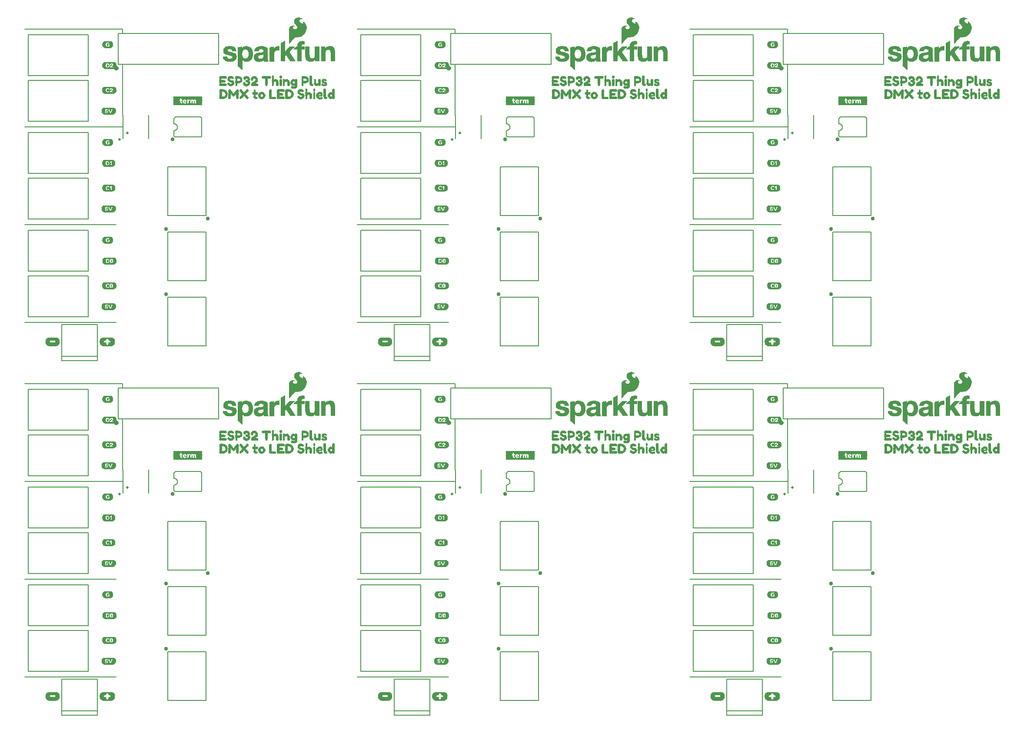
<source format=gto>
G75*
%MOIN*%
%OFA0B0*%
%FSLAX25Y25*%
%IPPOS*%
%LPD*%
%AMOC8*
5,1,8,0,0,1.08239X$1,22.5*
%
%ADD10C,0.00800*%
%ADD11C,0.03000*%
%ADD12C,0.00010*%
%ADD13C,0.01969*%
%ADD14C,0.02000*%
%ADD15R,0.01102X0.00276*%
%ADD16R,0.01378X0.00276*%
%ADD17R,0.04409X0.00276*%
%ADD18R,0.01929X0.00276*%
%ADD19R,0.02480X0.00276*%
%ADD20R,0.01654X0.00276*%
%ADD21R,0.06063X0.00276*%
%ADD22R,0.05512X0.00315*%
%ADD23R,0.03307X0.00315*%
%ADD24R,0.04134X0.00315*%
%ADD25R,0.03031X0.00315*%
%ADD26R,0.06890X0.00315*%
%ADD27R,0.01654X0.00315*%
%ADD28R,0.01929X0.00315*%
%ADD29R,0.05512X0.00276*%
%ADD30R,0.03858X0.00276*%
%ADD31R,0.04685X0.00276*%
%ADD32R,0.03583X0.00276*%
%ADD33R,0.07165X0.00276*%
%ADD34R,0.05787X0.00236*%
%ADD35R,0.04409X0.00236*%
%ADD36R,0.04961X0.00236*%
%ADD37R,0.04134X0.00236*%
%ADD38R,0.07165X0.00236*%
%ADD39R,0.01654X0.00236*%
%ADD40R,0.01929X0.00236*%
%ADD41R,0.05787X0.00315*%
%ADD42R,0.04685X0.00315*%
%ADD43R,0.05236X0.00315*%
%ADD44R,0.04409X0.00315*%
%ADD45R,0.05236X0.00276*%
%ADD46R,0.04961X0.00276*%
%ADD47R,0.06614X0.00276*%
%ADD48R,0.00827X0.00276*%
%ADD49R,0.00827X0.00236*%
%ADD50R,0.02205X0.00236*%
%ADD51R,0.00276X0.00236*%
%ADD52R,0.01378X0.00315*%
%ADD53R,0.02480X0.00315*%
%ADD54R,0.04134X0.00276*%
%ADD55R,0.03031X0.00276*%
%ADD56R,0.03307X0.00276*%
%ADD57R,0.02205X0.00276*%
%ADD58R,0.02756X0.00276*%
%ADD59R,0.00551X0.00276*%
%ADD60R,0.03583X0.00315*%
%ADD61R,0.02205X0.00315*%
%ADD62R,0.04685X0.00236*%
%ADD63R,0.05512X0.00236*%
%ADD64R,0.02480X0.00236*%
%ADD65R,0.05787X0.00276*%
%ADD66R,0.01102X0.00236*%
%ADD67R,0.02756X0.00236*%
%ADD68R,0.05236X0.00236*%
%ADD69R,0.01378X0.00236*%
%ADD70R,0.00551X0.00236*%
%ADD71R,0.00276X0.00276*%
%ADD72R,0.03858X0.00315*%
%ADD73R,0.00551X0.00315*%
%ADD74R,0.03031X0.00236*%
%ADD75R,0.07992X0.00276*%
%ADD76R,0.03583X0.00236*%
%ADD77R,0.07165X0.00157*%
%ADD78R,0.07953X0.00118*%
%ADD79R,0.08425X0.00118*%
%ADD80R,0.08937X0.00118*%
%ADD81R,0.09213X0.00118*%
%ADD82R,0.09449X0.00157*%
%ADD83R,0.09685X0.00118*%
%ADD84R,0.04921X0.00118*%
%ADD85R,0.02283X0.00118*%
%ADD86R,0.02520X0.00118*%
%ADD87R,0.00512X0.00118*%
%ADD88R,0.02008X0.00118*%
%ADD89R,0.02362X0.00118*%
%ADD90R,0.00394X0.00118*%
%ADD91R,0.01772X0.00118*%
%ADD92R,0.02244X0.00118*%
%ADD93R,0.02520X0.00157*%
%ADD94R,0.00394X0.00157*%
%ADD95R,0.01772X0.00157*%
%ADD96R,0.02283X0.00157*%
%ADD97R,0.01496X0.00118*%
%ADD98R,0.02402X0.00118*%
%ADD99R,0.02638X0.00118*%
%ADD100R,0.00630X0.00118*%
%ADD101R,0.01378X0.00118*%
%ADD102R,0.01654X0.00118*%
%ADD103R,0.01260X0.00118*%
%ADD104R,0.02756X0.00157*%
%ADD105R,0.01142X0.00157*%
%ADD106R,0.02913X0.00157*%
%ADD107R,0.02756X0.00118*%
%ADD108R,0.01024X0.00118*%
%ADD109R,0.02913X0.00118*%
%ADD110R,0.03031X0.00118*%
%ADD111R,0.01142X0.00118*%
%ADD112R,0.00748X0.00118*%
%ADD113R,0.00984X0.00118*%
%ADD114R,0.03150X0.00118*%
%ADD115R,0.02638X0.00157*%
%ADD116R,0.00984X0.00157*%
%ADD117R,0.00512X0.00157*%
%ADD118R,0.03150X0.00157*%
%ADD119R,0.03268X0.00118*%
%ADD120R,0.00236X0.00118*%
%ADD121R,0.02874X0.00118*%
%ADD122R,0.03386X0.00118*%
%ADD123R,0.03898X0.00118*%
%ADD124R,0.04016X0.00157*%
%ADD125R,0.03543X0.00157*%
%ADD126R,0.00866X0.00118*%
%ADD127R,0.03425X0.00118*%
%ADD128R,0.03543X0.00118*%
%ADD129R,0.02402X0.00157*%
%ADD130R,0.01614X0.00157*%
%ADD131R,0.03504X0.00118*%
%ADD132R,0.01890X0.00118*%
%ADD133R,0.07205X0.00157*%
%ADD134R,0.07913X0.00118*%
%ADD135R,0.08465X0.00118*%
%ADD136R,0.09173X0.00118*%
%ADD137R,0.09724X0.00118*%
%ADD138R,0.03661X0.00118*%
%ADD139R,0.02126X0.00118*%
%ADD140R,0.01417X0.00118*%
%ADD141R,0.03031X0.00157*%
%ADD142R,0.00748X0.00157*%
%ADD143R,0.02795X0.00118*%
%ADD144R,0.02677X0.00118*%
%ADD145R,0.02795X0.00157*%
%ADD146R,0.01260X0.00157*%
%ADD147R,0.00630X0.00157*%
%ADD148R,0.02165X0.00118*%
%ADD149R,0.02677X0.00157*%
%ADD150R,0.02165X0.00157*%
%ADD151R,0.02874X0.00157*%
%ADD152R,0.01102X0.00118*%
%ADD153R,0.01535X0.00118*%
%ADD154R,0.06299X0.00118*%
%ADD155R,0.01024X0.00157*%
%ADD156R,0.00906X0.00118*%
%ADD157R,0.00276X0.00118*%
%ADD158R,0.00276X0.00157*%
%ADD159R,0.00906X0.00157*%
%ADD160R,0.01102X0.00157*%
%ADD161R,0.04409X0.00157*%
%ADD162R,0.05157X0.00118*%
%ADD163R,0.05669X0.00118*%
%ADD164R,0.06181X0.00118*%
%ADD165R,0.06417X0.00118*%
%ADD166R,0.06654X0.00157*%
%ADD167R,0.06929X0.00118*%
%ADD168R,0.04567X0.00157*%
%ADD169R,0.04685X0.00118*%
%ADD170R,0.06142X0.00157*%
%ADD171R,0.07402X0.00118*%
%ADD172R,0.08189X0.00118*%
%ADD173R,0.08425X0.00157*%
%ADD174R,0.08661X0.00118*%
%ADD175R,0.02047X0.00118*%
%ADD176R,0.03307X0.00118*%
%ADD177R,0.06457X0.00157*%
%ADD178R,0.07165X0.00118*%
%ADD179R,0.07717X0.00118*%
%ADD180R,0.08661X0.00157*%
%ADD181R,0.08976X0.00118*%
%ADD182R,0.01535X0.00157*%
%ADD183R,0.00118X0.00118*%
%ADD184R,0.01378X0.00157*%
%ADD185R,0.01496X0.00157*%
%ADD186R,0.00866X0.00157*%
%ADD187R,0.03661X0.00157*%
%ADD188R,0.03425X0.00157*%
%ADD189R,0.02362X0.00157*%
%ADD190R,0.01654X0.00157*%
%ADD191R,0.03268X0.00157*%
%ADD192C,0.00300*%
%ADD193R,0.07087X0.00157*%
%ADD194R,0.07717X0.00157*%
%ADD195R,0.08346X0.00157*%
%ADD196R,0.08976X0.00157*%
%ADD197R,0.09291X0.00157*%
%ADD198R,0.09606X0.00157*%
%ADD199R,0.09921X0.00157*%
%ADD200R,0.10236X0.00157*%
%ADD201R,0.10551X0.00157*%
%ADD202R,0.03622X0.00157*%
%ADD203R,0.03465X0.00157*%
%ADD204R,0.03780X0.00157*%
%ADD205R,0.10866X0.00157*%
%ADD206R,0.08031X0.00157*%
%ADD207R,0.04724X0.00157*%
%ADD208R,0.04882X0.00157*%
%ADD209R,0.05039X0.00157*%
%ADD210R,0.21890X0.00157*%
%ADD211R,0.15906X0.00157*%
%ADD212R,0.00472X0.00157*%
%ADD213R,0.00945X0.00157*%
%ADD214R,0.05354X0.00157*%
%ADD215R,0.00787X0.00157*%
%ADD216R,0.00315X0.00157*%
%ADD217R,0.00157X0.00157*%
%ADD218R,0.01417X0.00157*%
%ADD219R,0.01575X0.00157*%
%ADD220R,0.05197X0.00157*%
%ADD221R,0.05669X0.00157*%
%ADD222R,0.01890X0.00157*%
D10*
X0056760Y0029577D02*
X0056760Y0032726D01*
X0084319Y0032726D01*
X0084319Y0029577D01*
X0056760Y0029577D01*
X0056760Y0032726D02*
X0056760Y0057136D01*
X0084319Y0057136D01*
X0084319Y0032726D01*
X0098650Y0058750D02*
X0028650Y0058750D01*
X0031091Y0063002D02*
X0077154Y0063002D01*
X0077154Y0094498D01*
X0031091Y0094498D01*
X0031091Y0086624D01*
X0031091Y0063002D01*
X0031091Y0098002D02*
X0077154Y0098002D01*
X0077154Y0129498D01*
X0031091Y0129498D01*
X0031091Y0121624D01*
X0031091Y0098002D01*
X0028650Y0133750D02*
X0098650Y0133750D01*
X0077154Y0138002D02*
X0031091Y0138002D01*
X0031091Y0161624D01*
X0031091Y0169498D01*
X0077154Y0169498D01*
X0077154Y0138002D01*
X0077154Y0173002D02*
X0031091Y0173002D01*
X0031091Y0196624D01*
X0031091Y0204498D01*
X0077154Y0204498D01*
X0077154Y0173002D01*
X0103750Y0199763D02*
X0103750Y0217737D01*
X0103650Y0217750D02*
X0103650Y0256750D01*
X0100067Y0256939D02*
X0177233Y0256939D01*
X0177233Y0280561D01*
X0100067Y0280561D01*
X0100067Y0256939D01*
X0077154Y0248002D02*
X0031091Y0248002D01*
X0031091Y0271624D01*
X0031091Y0279498D01*
X0077154Y0279498D01*
X0077154Y0248002D01*
X0077154Y0244498D02*
X0031091Y0244498D01*
X0031091Y0236624D01*
X0031091Y0213002D01*
X0077154Y0213002D01*
X0077154Y0244498D01*
X0098650Y0208750D02*
X0028650Y0208750D01*
X0098650Y0208750D02*
X0103650Y0208750D01*
X0123550Y0217737D02*
X0123550Y0199763D01*
X0142950Y0202194D02*
X0142950Y0206150D01*
X0143150Y0206150D02*
X0143248Y0206152D01*
X0143346Y0206158D01*
X0143444Y0206167D01*
X0143541Y0206181D01*
X0143638Y0206198D01*
X0143734Y0206219D01*
X0143829Y0206244D01*
X0143923Y0206272D01*
X0144015Y0206305D01*
X0144107Y0206340D01*
X0144197Y0206380D01*
X0144285Y0206422D01*
X0144372Y0206469D01*
X0144456Y0206518D01*
X0144539Y0206571D01*
X0144619Y0206627D01*
X0144698Y0206687D01*
X0144774Y0206749D01*
X0144847Y0206814D01*
X0144918Y0206882D01*
X0144986Y0206953D01*
X0145051Y0207026D01*
X0145113Y0207102D01*
X0145173Y0207181D01*
X0145229Y0207261D01*
X0145282Y0207344D01*
X0145331Y0207428D01*
X0145378Y0207515D01*
X0145420Y0207603D01*
X0145460Y0207693D01*
X0145495Y0207785D01*
X0145528Y0207877D01*
X0145556Y0207971D01*
X0145581Y0208066D01*
X0145602Y0208162D01*
X0145619Y0208259D01*
X0145633Y0208356D01*
X0145642Y0208454D01*
X0145648Y0208552D01*
X0145650Y0208650D01*
X0145648Y0208748D01*
X0145642Y0208846D01*
X0145633Y0208944D01*
X0145619Y0209041D01*
X0145602Y0209138D01*
X0145581Y0209234D01*
X0145556Y0209329D01*
X0145528Y0209423D01*
X0145495Y0209515D01*
X0145460Y0209607D01*
X0145420Y0209697D01*
X0145378Y0209785D01*
X0145331Y0209872D01*
X0145282Y0209956D01*
X0145229Y0210039D01*
X0145173Y0210119D01*
X0145113Y0210198D01*
X0145051Y0210274D01*
X0144986Y0210347D01*
X0144918Y0210418D01*
X0144847Y0210486D01*
X0144774Y0210551D01*
X0144698Y0210613D01*
X0144619Y0210673D01*
X0144539Y0210729D01*
X0144456Y0210782D01*
X0144372Y0210831D01*
X0144285Y0210878D01*
X0144197Y0210920D01*
X0144107Y0210960D01*
X0144015Y0210995D01*
X0143923Y0211028D01*
X0143829Y0211056D01*
X0143734Y0211081D01*
X0143638Y0211102D01*
X0143541Y0211119D01*
X0143444Y0211133D01*
X0143346Y0211142D01*
X0143248Y0211148D01*
X0143150Y0211150D01*
X0142950Y0211150D02*
X0142950Y0214469D01*
X0142949Y0214519D02*
X0142942Y0214600D01*
X0142938Y0214681D01*
X0142939Y0214762D01*
X0142943Y0214844D01*
X0142951Y0214924D01*
X0142963Y0215005D01*
X0142978Y0215085D01*
X0142998Y0215164D01*
X0143021Y0215242D01*
X0143048Y0215318D01*
X0143078Y0215394D01*
X0143112Y0215468D01*
X0143150Y0215540D01*
X0143191Y0215610D01*
X0143235Y0215678D01*
X0143282Y0215744D01*
X0143333Y0215808D01*
X0143386Y0215869D01*
X0143443Y0215928D01*
X0143502Y0215984D01*
X0143563Y0216037D01*
X0143627Y0216087D01*
X0143694Y0216134D01*
X0143762Y0216178D01*
X0143833Y0216218D01*
X0143905Y0216255D01*
X0143979Y0216289D01*
X0144055Y0216318D01*
X0144132Y0216345D01*
X0144210Y0216367D01*
X0144289Y0216386D01*
X0144369Y0216401D01*
X0144450Y0216413D01*
X0162850Y0216413D01*
X0162926Y0216411D01*
X0163001Y0216405D01*
X0163077Y0216396D01*
X0163152Y0216382D01*
X0163226Y0216365D01*
X0163299Y0216344D01*
X0163371Y0216320D01*
X0163441Y0216292D01*
X0163510Y0216260D01*
X0163578Y0216225D01*
X0163643Y0216186D01*
X0163707Y0216144D01*
X0163768Y0216099D01*
X0163827Y0216051D01*
X0163883Y0216000D01*
X0163937Y0215946D01*
X0163988Y0215890D01*
X0164036Y0215831D01*
X0164081Y0215770D01*
X0164123Y0215706D01*
X0164162Y0215641D01*
X0164197Y0215573D01*
X0164229Y0215504D01*
X0164257Y0215434D01*
X0164281Y0215362D01*
X0164302Y0215289D01*
X0164319Y0215215D01*
X0164333Y0215140D01*
X0164342Y0215064D01*
X0164348Y0214989D01*
X0164350Y0214913D01*
X0164350Y0202587D01*
X0164350Y0202588D02*
X0164359Y0202517D01*
X0164364Y0202446D01*
X0164365Y0202374D01*
X0164362Y0202303D01*
X0164355Y0202232D01*
X0164345Y0202161D01*
X0164331Y0202092D01*
X0164312Y0202022D01*
X0164291Y0201954D01*
X0164265Y0201888D01*
X0164236Y0201823D01*
X0164204Y0201759D01*
X0164168Y0201697D01*
X0164129Y0201638D01*
X0164086Y0201580D01*
X0164041Y0201525D01*
X0163992Y0201473D01*
X0163941Y0201423D01*
X0163888Y0201376D01*
X0163831Y0201332D01*
X0163773Y0201291D01*
X0163712Y0201253D01*
X0163650Y0201219D01*
X0163585Y0201188D01*
X0163519Y0201161D01*
X0163452Y0201137D01*
X0163384Y0201117D01*
X0163314Y0201100D01*
X0163244Y0201088D01*
X0163244Y0201087D02*
X0144450Y0201087D01*
X0144450Y0201088D02*
X0144380Y0201079D01*
X0144308Y0201074D01*
X0144237Y0201073D01*
X0144166Y0201076D01*
X0144095Y0201083D01*
X0144024Y0201093D01*
X0143954Y0201107D01*
X0143885Y0201125D01*
X0143817Y0201147D01*
X0143750Y0201173D01*
X0143685Y0201202D01*
X0143622Y0201234D01*
X0143560Y0201270D01*
X0143500Y0201309D01*
X0143443Y0201352D01*
X0143388Y0201397D01*
X0143335Y0201445D01*
X0143285Y0201497D01*
X0143238Y0201550D01*
X0143194Y0201606D01*
X0143154Y0201665D01*
X0143116Y0201726D01*
X0143082Y0201788D01*
X0143051Y0201852D01*
X0143023Y0201918D01*
X0143000Y0201986D01*
X0142980Y0202054D01*
X0142963Y0202124D01*
X0142951Y0202194D01*
X0143650Y0225750D02*
X0143650Y0228750D01*
X0142650Y0228750D01*
X0143650Y0228750D02*
X0143650Y0231750D01*
X0163650Y0231750D01*
X0163650Y0228750D01*
X0164650Y0228750D01*
X0163650Y0228750D02*
X0163650Y0225750D01*
X0143650Y0225750D01*
X0138150Y0178250D02*
X0167650Y0178250D01*
X0167650Y0140750D01*
X0138150Y0140750D01*
X0138150Y0178250D01*
X0138150Y0128250D02*
X0167650Y0128250D01*
X0167650Y0090750D01*
X0138150Y0090750D01*
X0138150Y0128250D01*
X0138150Y0078250D02*
X0167650Y0078250D01*
X0167650Y0040750D01*
X0138150Y0040750D01*
X0138150Y0078250D01*
X0283650Y0058750D02*
X0353650Y0058750D01*
X0339319Y0057136D02*
X0339319Y0032726D01*
X0311760Y0032726D01*
X0311760Y0057136D01*
X0339319Y0057136D01*
X0332154Y0063002D02*
X0286091Y0063002D01*
X0286091Y0086624D01*
X0286091Y0094498D01*
X0332154Y0094498D01*
X0332154Y0063002D01*
X0339319Y0032726D02*
X0339319Y0029577D01*
X0311760Y0029577D01*
X0311760Y0032726D01*
X0393150Y0040750D02*
X0393150Y0078250D01*
X0422650Y0078250D01*
X0422650Y0040750D01*
X0393150Y0040750D01*
X0393150Y0090750D02*
X0393150Y0128250D01*
X0422650Y0128250D01*
X0422650Y0090750D01*
X0393150Y0090750D01*
X0332154Y0098002D02*
X0332154Y0129498D01*
X0286091Y0129498D01*
X0286091Y0121624D01*
X0286091Y0098002D01*
X0332154Y0098002D01*
X0332154Y0138002D02*
X0286091Y0138002D01*
X0286091Y0161624D01*
X0286091Y0169498D01*
X0332154Y0169498D01*
X0332154Y0138002D01*
X0353650Y0133750D02*
X0283650Y0133750D01*
X0286091Y0173002D02*
X0332154Y0173002D01*
X0332154Y0204498D01*
X0286091Y0204498D01*
X0286091Y0196624D01*
X0286091Y0173002D01*
X0283650Y0208750D02*
X0353650Y0208750D01*
X0358650Y0208750D01*
X0358750Y0199763D02*
X0358750Y0217737D01*
X0358650Y0217750D02*
X0358650Y0256750D01*
X0355067Y0256939D02*
X0432233Y0256939D01*
X0432233Y0280561D01*
X0355067Y0280561D01*
X0355067Y0256939D01*
X0332154Y0248002D02*
X0286091Y0248002D01*
X0286091Y0271624D01*
X0286091Y0279498D01*
X0332154Y0279498D01*
X0332154Y0248002D01*
X0332154Y0244498D02*
X0286091Y0244498D01*
X0286091Y0236624D01*
X0286091Y0213002D01*
X0332154Y0213002D01*
X0332154Y0244498D01*
X0378550Y0217737D02*
X0378550Y0199763D01*
X0397950Y0202194D02*
X0397950Y0206150D01*
X0398150Y0206150D02*
X0398248Y0206152D01*
X0398346Y0206158D01*
X0398444Y0206167D01*
X0398541Y0206181D01*
X0398638Y0206198D01*
X0398734Y0206219D01*
X0398829Y0206244D01*
X0398923Y0206272D01*
X0399015Y0206305D01*
X0399107Y0206340D01*
X0399197Y0206380D01*
X0399285Y0206422D01*
X0399372Y0206469D01*
X0399456Y0206518D01*
X0399539Y0206571D01*
X0399619Y0206627D01*
X0399698Y0206687D01*
X0399774Y0206749D01*
X0399847Y0206814D01*
X0399918Y0206882D01*
X0399986Y0206953D01*
X0400051Y0207026D01*
X0400113Y0207102D01*
X0400173Y0207181D01*
X0400229Y0207261D01*
X0400282Y0207344D01*
X0400331Y0207428D01*
X0400378Y0207515D01*
X0400420Y0207603D01*
X0400460Y0207693D01*
X0400495Y0207785D01*
X0400528Y0207877D01*
X0400556Y0207971D01*
X0400581Y0208066D01*
X0400602Y0208162D01*
X0400619Y0208259D01*
X0400633Y0208356D01*
X0400642Y0208454D01*
X0400648Y0208552D01*
X0400650Y0208650D01*
X0400648Y0208748D01*
X0400642Y0208846D01*
X0400633Y0208944D01*
X0400619Y0209041D01*
X0400602Y0209138D01*
X0400581Y0209234D01*
X0400556Y0209329D01*
X0400528Y0209423D01*
X0400495Y0209515D01*
X0400460Y0209607D01*
X0400420Y0209697D01*
X0400378Y0209785D01*
X0400331Y0209872D01*
X0400282Y0209956D01*
X0400229Y0210039D01*
X0400173Y0210119D01*
X0400113Y0210198D01*
X0400051Y0210274D01*
X0399986Y0210347D01*
X0399918Y0210418D01*
X0399847Y0210486D01*
X0399774Y0210551D01*
X0399698Y0210613D01*
X0399619Y0210673D01*
X0399539Y0210729D01*
X0399456Y0210782D01*
X0399372Y0210831D01*
X0399285Y0210878D01*
X0399197Y0210920D01*
X0399107Y0210960D01*
X0399015Y0210995D01*
X0398923Y0211028D01*
X0398829Y0211056D01*
X0398734Y0211081D01*
X0398638Y0211102D01*
X0398541Y0211119D01*
X0398444Y0211133D01*
X0398346Y0211142D01*
X0398248Y0211148D01*
X0398150Y0211150D01*
X0397950Y0211150D02*
X0397950Y0214469D01*
X0397949Y0214519D02*
X0397942Y0214600D01*
X0397938Y0214681D01*
X0397939Y0214762D01*
X0397943Y0214844D01*
X0397951Y0214924D01*
X0397963Y0215005D01*
X0397978Y0215085D01*
X0397998Y0215164D01*
X0398021Y0215242D01*
X0398048Y0215318D01*
X0398078Y0215394D01*
X0398112Y0215468D01*
X0398150Y0215540D01*
X0398191Y0215610D01*
X0398235Y0215678D01*
X0398282Y0215744D01*
X0398333Y0215808D01*
X0398386Y0215869D01*
X0398443Y0215928D01*
X0398502Y0215984D01*
X0398563Y0216037D01*
X0398627Y0216087D01*
X0398694Y0216134D01*
X0398762Y0216178D01*
X0398833Y0216218D01*
X0398905Y0216255D01*
X0398979Y0216289D01*
X0399055Y0216318D01*
X0399132Y0216345D01*
X0399210Y0216367D01*
X0399289Y0216386D01*
X0399369Y0216401D01*
X0399450Y0216413D01*
X0417850Y0216413D01*
X0417926Y0216411D01*
X0418001Y0216405D01*
X0418077Y0216396D01*
X0418152Y0216382D01*
X0418226Y0216365D01*
X0418299Y0216344D01*
X0418371Y0216320D01*
X0418441Y0216292D01*
X0418510Y0216260D01*
X0418578Y0216225D01*
X0418643Y0216186D01*
X0418707Y0216144D01*
X0418768Y0216099D01*
X0418827Y0216051D01*
X0418883Y0216000D01*
X0418937Y0215946D01*
X0418988Y0215890D01*
X0419036Y0215831D01*
X0419081Y0215770D01*
X0419123Y0215706D01*
X0419162Y0215641D01*
X0419197Y0215573D01*
X0419229Y0215504D01*
X0419257Y0215434D01*
X0419281Y0215362D01*
X0419302Y0215289D01*
X0419319Y0215215D01*
X0419333Y0215140D01*
X0419342Y0215064D01*
X0419348Y0214989D01*
X0419350Y0214913D01*
X0419350Y0202587D01*
X0419350Y0202588D02*
X0419359Y0202517D01*
X0419364Y0202446D01*
X0419365Y0202374D01*
X0419362Y0202303D01*
X0419355Y0202232D01*
X0419345Y0202161D01*
X0419331Y0202092D01*
X0419312Y0202022D01*
X0419291Y0201954D01*
X0419265Y0201888D01*
X0419236Y0201823D01*
X0419204Y0201759D01*
X0419168Y0201697D01*
X0419129Y0201638D01*
X0419086Y0201580D01*
X0419041Y0201525D01*
X0418992Y0201473D01*
X0418941Y0201423D01*
X0418888Y0201376D01*
X0418831Y0201332D01*
X0418773Y0201291D01*
X0418712Y0201253D01*
X0418650Y0201219D01*
X0418585Y0201188D01*
X0418519Y0201161D01*
X0418452Y0201137D01*
X0418384Y0201117D01*
X0418314Y0201100D01*
X0418244Y0201088D01*
X0418244Y0201087D02*
X0399450Y0201087D01*
X0399450Y0201088D02*
X0399380Y0201079D01*
X0399308Y0201074D01*
X0399237Y0201073D01*
X0399166Y0201076D01*
X0399095Y0201083D01*
X0399024Y0201093D01*
X0398954Y0201107D01*
X0398885Y0201125D01*
X0398817Y0201147D01*
X0398750Y0201173D01*
X0398685Y0201202D01*
X0398622Y0201234D01*
X0398560Y0201270D01*
X0398500Y0201309D01*
X0398443Y0201352D01*
X0398388Y0201397D01*
X0398335Y0201445D01*
X0398285Y0201497D01*
X0398238Y0201550D01*
X0398194Y0201606D01*
X0398154Y0201665D01*
X0398116Y0201726D01*
X0398082Y0201788D01*
X0398051Y0201852D01*
X0398023Y0201918D01*
X0398000Y0201986D01*
X0397980Y0202054D01*
X0397963Y0202124D01*
X0397951Y0202194D01*
X0398650Y0225750D02*
X0398650Y0228750D01*
X0397650Y0228750D01*
X0398650Y0228750D02*
X0398650Y0231750D01*
X0418650Y0231750D01*
X0418650Y0228750D01*
X0419650Y0228750D01*
X0418650Y0228750D02*
X0418650Y0225750D01*
X0398650Y0225750D01*
X0393150Y0178250D02*
X0422650Y0178250D01*
X0422650Y0140750D01*
X0393150Y0140750D01*
X0393150Y0178250D01*
X0358650Y0280750D02*
X0358650Y0283750D01*
X0283650Y0283750D01*
X0311760Y0301577D02*
X0311760Y0304726D01*
X0339319Y0304726D01*
X0339319Y0301577D01*
X0311760Y0301577D01*
X0311760Y0304726D02*
X0311760Y0329136D01*
X0339319Y0329136D01*
X0339319Y0304726D01*
X0353650Y0330750D02*
X0283650Y0330750D01*
X0286091Y0335002D02*
X0332154Y0335002D01*
X0332154Y0366498D01*
X0286091Y0366498D01*
X0286091Y0358624D01*
X0286091Y0335002D01*
X0286091Y0370002D02*
X0332154Y0370002D01*
X0332154Y0401498D01*
X0286091Y0401498D01*
X0286091Y0393624D01*
X0286091Y0370002D01*
X0283650Y0405750D02*
X0353650Y0405750D01*
X0332154Y0410002D02*
X0286091Y0410002D01*
X0286091Y0433624D01*
X0286091Y0441498D01*
X0332154Y0441498D01*
X0332154Y0410002D01*
X0332154Y0445002D02*
X0286091Y0445002D01*
X0286091Y0468624D01*
X0286091Y0476498D01*
X0332154Y0476498D01*
X0332154Y0445002D01*
X0358750Y0471763D02*
X0358750Y0489737D01*
X0358650Y0489750D02*
X0358650Y0528750D01*
X0355067Y0528939D02*
X0432233Y0528939D01*
X0432233Y0552561D01*
X0355067Y0552561D01*
X0355067Y0528939D01*
X0332154Y0520002D02*
X0286091Y0520002D01*
X0286091Y0543624D01*
X0286091Y0551498D01*
X0332154Y0551498D01*
X0332154Y0520002D01*
X0332154Y0516498D02*
X0286091Y0516498D01*
X0286091Y0508624D01*
X0286091Y0485002D01*
X0332154Y0485002D01*
X0332154Y0516498D01*
X0353650Y0480750D02*
X0358650Y0480750D01*
X0353650Y0480750D02*
X0283650Y0480750D01*
X0378550Y0489737D02*
X0378550Y0471763D01*
X0397950Y0474194D02*
X0397950Y0478150D01*
X0398150Y0478150D02*
X0398248Y0478152D01*
X0398346Y0478158D01*
X0398444Y0478167D01*
X0398541Y0478181D01*
X0398638Y0478198D01*
X0398734Y0478219D01*
X0398829Y0478244D01*
X0398923Y0478272D01*
X0399015Y0478305D01*
X0399107Y0478340D01*
X0399197Y0478380D01*
X0399285Y0478422D01*
X0399372Y0478469D01*
X0399456Y0478518D01*
X0399539Y0478571D01*
X0399619Y0478627D01*
X0399698Y0478687D01*
X0399774Y0478749D01*
X0399847Y0478814D01*
X0399918Y0478882D01*
X0399986Y0478953D01*
X0400051Y0479026D01*
X0400113Y0479102D01*
X0400173Y0479181D01*
X0400229Y0479261D01*
X0400282Y0479344D01*
X0400331Y0479428D01*
X0400378Y0479515D01*
X0400420Y0479603D01*
X0400460Y0479693D01*
X0400495Y0479785D01*
X0400528Y0479877D01*
X0400556Y0479971D01*
X0400581Y0480066D01*
X0400602Y0480162D01*
X0400619Y0480259D01*
X0400633Y0480356D01*
X0400642Y0480454D01*
X0400648Y0480552D01*
X0400650Y0480650D01*
X0400648Y0480748D01*
X0400642Y0480846D01*
X0400633Y0480944D01*
X0400619Y0481041D01*
X0400602Y0481138D01*
X0400581Y0481234D01*
X0400556Y0481329D01*
X0400528Y0481423D01*
X0400495Y0481515D01*
X0400460Y0481607D01*
X0400420Y0481697D01*
X0400378Y0481785D01*
X0400331Y0481872D01*
X0400282Y0481956D01*
X0400229Y0482039D01*
X0400173Y0482119D01*
X0400113Y0482198D01*
X0400051Y0482274D01*
X0399986Y0482347D01*
X0399918Y0482418D01*
X0399847Y0482486D01*
X0399774Y0482551D01*
X0399698Y0482613D01*
X0399619Y0482673D01*
X0399539Y0482729D01*
X0399456Y0482782D01*
X0399372Y0482831D01*
X0399285Y0482878D01*
X0399197Y0482920D01*
X0399107Y0482960D01*
X0399015Y0482995D01*
X0398923Y0483028D01*
X0398829Y0483056D01*
X0398734Y0483081D01*
X0398638Y0483102D01*
X0398541Y0483119D01*
X0398444Y0483133D01*
X0398346Y0483142D01*
X0398248Y0483148D01*
X0398150Y0483150D01*
X0397950Y0483150D02*
X0397950Y0486469D01*
X0397949Y0486519D02*
X0397942Y0486600D01*
X0397938Y0486681D01*
X0397939Y0486762D01*
X0397943Y0486844D01*
X0397951Y0486924D01*
X0397963Y0487005D01*
X0397978Y0487085D01*
X0397998Y0487164D01*
X0398021Y0487242D01*
X0398048Y0487318D01*
X0398078Y0487394D01*
X0398112Y0487468D01*
X0398150Y0487540D01*
X0398191Y0487610D01*
X0398235Y0487678D01*
X0398282Y0487744D01*
X0398333Y0487808D01*
X0398386Y0487869D01*
X0398443Y0487928D01*
X0398502Y0487984D01*
X0398563Y0488037D01*
X0398627Y0488087D01*
X0398694Y0488134D01*
X0398762Y0488178D01*
X0398833Y0488218D01*
X0398905Y0488255D01*
X0398979Y0488289D01*
X0399055Y0488318D01*
X0399132Y0488345D01*
X0399210Y0488367D01*
X0399289Y0488386D01*
X0399369Y0488401D01*
X0399450Y0488413D01*
X0417850Y0488413D01*
X0417926Y0488411D01*
X0418001Y0488405D01*
X0418077Y0488396D01*
X0418152Y0488382D01*
X0418226Y0488365D01*
X0418299Y0488344D01*
X0418371Y0488320D01*
X0418441Y0488292D01*
X0418510Y0488260D01*
X0418578Y0488225D01*
X0418643Y0488186D01*
X0418707Y0488144D01*
X0418768Y0488099D01*
X0418827Y0488051D01*
X0418883Y0488000D01*
X0418937Y0487946D01*
X0418988Y0487890D01*
X0419036Y0487831D01*
X0419081Y0487770D01*
X0419123Y0487706D01*
X0419162Y0487641D01*
X0419197Y0487573D01*
X0419229Y0487504D01*
X0419257Y0487434D01*
X0419281Y0487362D01*
X0419302Y0487289D01*
X0419319Y0487215D01*
X0419333Y0487140D01*
X0419342Y0487064D01*
X0419348Y0486989D01*
X0419350Y0486913D01*
X0419350Y0474587D01*
X0419350Y0474588D02*
X0419359Y0474517D01*
X0419364Y0474446D01*
X0419365Y0474374D01*
X0419362Y0474303D01*
X0419355Y0474232D01*
X0419345Y0474161D01*
X0419331Y0474092D01*
X0419312Y0474022D01*
X0419291Y0473954D01*
X0419265Y0473888D01*
X0419236Y0473823D01*
X0419204Y0473759D01*
X0419168Y0473697D01*
X0419129Y0473638D01*
X0419086Y0473580D01*
X0419041Y0473525D01*
X0418992Y0473473D01*
X0418941Y0473423D01*
X0418888Y0473376D01*
X0418831Y0473332D01*
X0418773Y0473291D01*
X0418712Y0473253D01*
X0418650Y0473219D01*
X0418585Y0473188D01*
X0418519Y0473161D01*
X0418452Y0473137D01*
X0418384Y0473117D01*
X0418314Y0473100D01*
X0418244Y0473088D01*
X0418244Y0473087D02*
X0399450Y0473087D01*
X0399450Y0473088D02*
X0399380Y0473079D01*
X0399308Y0473074D01*
X0399237Y0473073D01*
X0399166Y0473076D01*
X0399095Y0473083D01*
X0399024Y0473093D01*
X0398954Y0473107D01*
X0398885Y0473125D01*
X0398817Y0473147D01*
X0398750Y0473173D01*
X0398685Y0473202D01*
X0398622Y0473234D01*
X0398560Y0473270D01*
X0398500Y0473309D01*
X0398443Y0473352D01*
X0398388Y0473397D01*
X0398335Y0473445D01*
X0398285Y0473497D01*
X0398238Y0473550D01*
X0398194Y0473606D01*
X0398154Y0473665D01*
X0398116Y0473726D01*
X0398082Y0473788D01*
X0398051Y0473852D01*
X0398023Y0473918D01*
X0398000Y0473986D01*
X0397980Y0474054D01*
X0397963Y0474124D01*
X0397951Y0474194D01*
X0398650Y0497750D02*
X0398650Y0500750D01*
X0397650Y0500750D01*
X0398650Y0500750D02*
X0398650Y0503750D01*
X0418650Y0503750D01*
X0418650Y0500750D01*
X0419650Y0500750D01*
X0418650Y0500750D02*
X0418650Y0497750D01*
X0398650Y0497750D01*
X0393150Y0450250D02*
X0422650Y0450250D01*
X0422650Y0412750D01*
X0393150Y0412750D01*
X0393150Y0450250D01*
X0393150Y0400250D02*
X0422650Y0400250D01*
X0422650Y0362750D01*
X0393150Y0362750D01*
X0393150Y0400250D01*
X0393150Y0350250D02*
X0422650Y0350250D01*
X0422650Y0312750D01*
X0393150Y0312750D01*
X0393150Y0350250D01*
X0538650Y0330750D02*
X0608650Y0330750D01*
X0594319Y0329136D02*
X0594319Y0304726D01*
X0566760Y0304726D01*
X0566760Y0329136D01*
X0594319Y0329136D01*
X0587154Y0335002D02*
X0541091Y0335002D01*
X0541091Y0358624D01*
X0541091Y0366498D01*
X0587154Y0366498D01*
X0587154Y0335002D01*
X0594319Y0304726D02*
X0594319Y0301577D01*
X0566760Y0301577D01*
X0566760Y0304726D01*
X0538650Y0283750D02*
X0613650Y0283750D01*
X0613650Y0280750D01*
X0610067Y0280561D02*
X0687233Y0280561D01*
X0687233Y0256939D01*
X0610067Y0256939D01*
X0610067Y0280561D01*
X0587154Y0279498D02*
X0541091Y0279498D01*
X0541091Y0271624D01*
X0541091Y0248002D01*
X0587154Y0248002D01*
X0587154Y0279498D01*
X0613650Y0256750D02*
X0613650Y0217750D01*
X0613750Y0217737D02*
X0613750Y0199763D01*
X0613650Y0208750D02*
X0608650Y0208750D01*
X0538650Y0208750D01*
X0541091Y0213002D02*
X0587154Y0213002D01*
X0587154Y0244498D01*
X0541091Y0244498D01*
X0541091Y0236624D01*
X0541091Y0213002D01*
X0541091Y0204498D02*
X0587154Y0204498D01*
X0587154Y0173002D01*
X0541091Y0173002D01*
X0541091Y0196624D01*
X0541091Y0204498D01*
X0541091Y0169498D02*
X0587154Y0169498D01*
X0587154Y0138002D01*
X0541091Y0138002D01*
X0541091Y0161624D01*
X0541091Y0169498D01*
X0538650Y0133750D02*
X0608650Y0133750D01*
X0587154Y0129498D02*
X0541091Y0129498D01*
X0541091Y0121624D01*
X0541091Y0098002D01*
X0587154Y0098002D01*
X0587154Y0129498D01*
X0587154Y0094498D02*
X0541091Y0094498D01*
X0541091Y0086624D01*
X0541091Y0063002D01*
X0587154Y0063002D01*
X0587154Y0094498D01*
X0594319Y0057136D02*
X0566760Y0057136D01*
X0566760Y0032726D01*
X0594319Y0032726D01*
X0594319Y0029577D01*
X0566760Y0029577D01*
X0566760Y0032726D01*
X0594319Y0032726D02*
X0594319Y0057136D01*
X0608650Y0058750D02*
X0538650Y0058750D01*
X0648150Y0040750D02*
X0648150Y0078250D01*
X0677650Y0078250D01*
X0677650Y0040750D01*
X0648150Y0040750D01*
X0648150Y0090750D02*
X0648150Y0128250D01*
X0677650Y0128250D01*
X0677650Y0090750D01*
X0648150Y0090750D01*
X0648150Y0140750D02*
X0677650Y0140750D01*
X0677650Y0178250D01*
X0648150Y0178250D01*
X0648150Y0140750D01*
X0654450Y0201087D02*
X0673244Y0201087D01*
X0673244Y0201088D02*
X0673314Y0201100D01*
X0673384Y0201117D01*
X0673452Y0201137D01*
X0673519Y0201161D01*
X0673585Y0201188D01*
X0673650Y0201219D01*
X0673712Y0201253D01*
X0673773Y0201291D01*
X0673831Y0201332D01*
X0673888Y0201376D01*
X0673941Y0201423D01*
X0673992Y0201473D01*
X0674041Y0201525D01*
X0674086Y0201580D01*
X0674129Y0201638D01*
X0674168Y0201697D01*
X0674204Y0201759D01*
X0674236Y0201823D01*
X0674265Y0201888D01*
X0674291Y0201954D01*
X0674312Y0202022D01*
X0674331Y0202092D01*
X0674345Y0202161D01*
X0674355Y0202232D01*
X0674362Y0202303D01*
X0674365Y0202374D01*
X0674364Y0202446D01*
X0674359Y0202517D01*
X0674350Y0202588D01*
X0674350Y0202587D02*
X0674350Y0214913D01*
X0674348Y0214989D01*
X0674342Y0215064D01*
X0674333Y0215140D01*
X0674319Y0215215D01*
X0674302Y0215289D01*
X0674281Y0215362D01*
X0674257Y0215434D01*
X0674229Y0215504D01*
X0674197Y0215573D01*
X0674162Y0215641D01*
X0674123Y0215706D01*
X0674081Y0215770D01*
X0674036Y0215831D01*
X0673988Y0215890D01*
X0673937Y0215946D01*
X0673883Y0216000D01*
X0673827Y0216051D01*
X0673768Y0216099D01*
X0673707Y0216144D01*
X0673643Y0216186D01*
X0673578Y0216225D01*
X0673510Y0216260D01*
X0673441Y0216292D01*
X0673371Y0216320D01*
X0673299Y0216344D01*
X0673226Y0216365D01*
X0673152Y0216382D01*
X0673077Y0216396D01*
X0673001Y0216405D01*
X0672926Y0216411D01*
X0672850Y0216413D01*
X0654450Y0216413D01*
X0654369Y0216401D01*
X0654289Y0216386D01*
X0654210Y0216367D01*
X0654132Y0216345D01*
X0654055Y0216318D01*
X0653979Y0216289D01*
X0653905Y0216255D01*
X0653833Y0216218D01*
X0653762Y0216178D01*
X0653694Y0216134D01*
X0653627Y0216087D01*
X0653563Y0216037D01*
X0653502Y0215984D01*
X0653443Y0215928D01*
X0653386Y0215869D01*
X0653333Y0215808D01*
X0653282Y0215744D01*
X0653235Y0215678D01*
X0653191Y0215610D01*
X0653150Y0215540D01*
X0653112Y0215468D01*
X0653078Y0215394D01*
X0653048Y0215318D01*
X0653021Y0215242D01*
X0652998Y0215164D01*
X0652978Y0215085D01*
X0652963Y0215005D01*
X0652951Y0214924D01*
X0652943Y0214844D01*
X0652939Y0214762D01*
X0652938Y0214681D01*
X0652942Y0214600D01*
X0652949Y0214519D01*
X0652950Y0214469D02*
X0652950Y0211150D01*
X0653150Y0211150D02*
X0653248Y0211148D01*
X0653346Y0211142D01*
X0653444Y0211133D01*
X0653541Y0211119D01*
X0653638Y0211102D01*
X0653734Y0211081D01*
X0653829Y0211056D01*
X0653923Y0211028D01*
X0654015Y0210995D01*
X0654107Y0210960D01*
X0654197Y0210920D01*
X0654285Y0210878D01*
X0654372Y0210831D01*
X0654456Y0210782D01*
X0654539Y0210729D01*
X0654619Y0210673D01*
X0654698Y0210613D01*
X0654774Y0210551D01*
X0654847Y0210486D01*
X0654918Y0210418D01*
X0654986Y0210347D01*
X0655051Y0210274D01*
X0655113Y0210198D01*
X0655173Y0210119D01*
X0655229Y0210039D01*
X0655282Y0209956D01*
X0655331Y0209872D01*
X0655378Y0209785D01*
X0655420Y0209697D01*
X0655460Y0209607D01*
X0655495Y0209515D01*
X0655528Y0209423D01*
X0655556Y0209329D01*
X0655581Y0209234D01*
X0655602Y0209138D01*
X0655619Y0209041D01*
X0655633Y0208944D01*
X0655642Y0208846D01*
X0655648Y0208748D01*
X0655650Y0208650D01*
X0655648Y0208552D01*
X0655642Y0208454D01*
X0655633Y0208356D01*
X0655619Y0208259D01*
X0655602Y0208162D01*
X0655581Y0208066D01*
X0655556Y0207971D01*
X0655528Y0207877D01*
X0655495Y0207785D01*
X0655460Y0207693D01*
X0655420Y0207603D01*
X0655378Y0207515D01*
X0655331Y0207428D01*
X0655282Y0207344D01*
X0655229Y0207261D01*
X0655173Y0207181D01*
X0655113Y0207102D01*
X0655051Y0207026D01*
X0654986Y0206953D01*
X0654918Y0206882D01*
X0654847Y0206814D01*
X0654774Y0206749D01*
X0654698Y0206687D01*
X0654619Y0206627D01*
X0654539Y0206571D01*
X0654456Y0206518D01*
X0654372Y0206469D01*
X0654285Y0206422D01*
X0654197Y0206380D01*
X0654107Y0206340D01*
X0654015Y0206305D01*
X0653923Y0206272D01*
X0653829Y0206244D01*
X0653734Y0206219D01*
X0653638Y0206198D01*
X0653541Y0206181D01*
X0653444Y0206167D01*
X0653346Y0206158D01*
X0653248Y0206152D01*
X0653150Y0206150D01*
X0652950Y0206150D02*
X0652950Y0202194D01*
X0652951Y0202194D02*
X0652963Y0202124D01*
X0652980Y0202054D01*
X0653000Y0201986D01*
X0653023Y0201918D01*
X0653051Y0201852D01*
X0653082Y0201788D01*
X0653116Y0201726D01*
X0653154Y0201665D01*
X0653194Y0201606D01*
X0653238Y0201550D01*
X0653285Y0201497D01*
X0653335Y0201445D01*
X0653388Y0201397D01*
X0653443Y0201352D01*
X0653500Y0201309D01*
X0653560Y0201270D01*
X0653622Y0201234D01*
X0653685Y0201202D01*
X0653750Y0201173D01*
X0653817Y0201147D01*
X0653885Y0201125D01*
X0653954Y0201107D01*
X0654024Y0201093D01*
X0654095Y0201083D01*
X0654166Y0201076D01*
X0654237Y0201073D01*
X0654308Y0201074D01*
X0654380Y0201079D01*
X0654450Y0201088D01*
X0633550Y0199763D02*
X0633550Y0217737D01*
X0652650Y0228750D02*
X0653650Y0228750D01*
X0653650Y0231750D01*
X0673650Y0231750D01*
X0673650Y0228750D01*
X0674650Y0228750D01*
X0673650Y0228750D02*
X0673650Y0225750D01*
X0653650Y0225750D01*
X0653650Y0228750D01*
X0648150Y0312750D02*
X0648150Y0350250D01*
X0677650Y0350250D01*
X0677650Y0312750D01*
X0648150Y0312750D01*
X0648150Y0362750D02*
X0648150Y0400250D01*
X0677650Y0400250D01*
X0677650Y0362750D01*
X0648150Y0362750D01*
X0608650Y0405750D02*
X0538650Y0405750D01*
X0541091Y0401498D02*
X0587154Y0401498D01*
X0587154Y0370002D01*
X0541091Y0370002D01*
X0541091Y0393624D01*
X0541091Y0401498D01*
X0541091Y0410002D02*
X0587154Y0410002D01*
X0587154Y0441498D01*
X0541091Y0441498D01*
X0541091Y0433624D01*
X0541091Y0410002D01*
X0541091Y0445002D02*
X0587154Y0445002D01*
X0587154Y0476498D01*
X0541091Y0476498D01*
X0541091Y0468624D01*
X0541091Y0445002D01*
X0538650Y0480750D02*
X0608650Y0480750D01*
X0613650Y0480750D01*
X0613750Y0471763D02*
X0613750Y0489737D01*
X0613650Y0489750D02*
X0613650Y0528750D01*
X0610067Y0528939D02*
X0687233Y0528939D01*
X0687233Y0552561D01*
X0610067Y0552561D01*
X0610067Y0528939D01*
X0587154Y0520002D02*
X0541091Y0520002D01*
X0541091Y0543624D01*
X0541091Y0551498D01*
X0587154Y0551498D01*
X0587154Y0520002D01*
X0587154Y0516498D02*
X0541091Y0516498D01*
X0541091Y0508624D01*
X0541091Y0485002D01*
X0587154Y0485002D01*
X0587154Y0516498D01*
X0633550Y0489737D02*
X0633550Y0471763D01*
X0652950Y0474194D02*
X0652950Y0478150D01*
X0653150Y0478150D02*
X0653248Y0478152D01*
X0653346Y0478158D01*
X0653444Y0478167D01*
X0653541Y0478181D01*
X0653638Y0478198D01*
X0653734Y0478219D01*
X0653829Y0478244D01*
X0653923Y0478272D01*
X0654015Y0478305D01*
X0654107Y0478340D01*
X0654197Y0478380D01*
X0654285Y0478422D01*
X0654372Y0478469D01*
X0654456Y0478518D01*
X0654539Y0478571D01*
X0654619Y0478627D01*
X0654698Y0478687D01*
X0654774Y0478749D01*
X0654847Y0478814D01*
X0654918Y0478882D01*
X0654986Y0478953D01*
X0655051Y0479026D01*
X0655113Y0479102D01*
X0655173Y0479181D01*
X0655229Y0479261D01*
X0655282Y0479344D01*
X0655331Y0479428D01*
X0655378Y0479515D01*
X0655420Y0479603D01*
X0655460Y0479693D01*
X0655495Y0479785D01*
X0655528Y0479877D01*
X0655556Y0479971D01*
X0655581Y0480066D01*
X0655602Y0480162D01*
X0655619Y0480259D01*
X0655633Y0480356D01*
X0655642Y0480454D01*
X0655648Y0480552D01*
X0655650Y0480650D01*
X0655648Y0480748D01*
X0655642Y0480846D01*
X0655633Y0480944D01*
X0655619Y0481041D01*
X0655602Y0481138D01*
X0655581Y0481234D01*
X0655556Y0481329D01*
X0655528Y0481423D01*
X0655495Y0481515D01*
X0655460Y0481607D01*
X0655420Y0481697D01*
X0655378Y0481785D01*
X0655331Y0481872D01*
X0655282Y0481956D01*
X0655229Y0482039D01*
X0655173Y0482119D01*
X0655113Y0482198D01*
X0655051Y0482274D01*
X0654986Y0482347D01*
X0654918Y0482418D01*
X0654847Y0482486D01*
X0654774Y0482551D01*
X0654698Y0482613D01*
X0654619Y0482673D01*
X0654539Y0482729D01*
X0654456Y0482782D01*
X0654372Y0482831D01*
X0654285Y0482878D01*
X0654197Y0482920D01*
X0654107Y0482960D01*
X0654015Y0482995D01*
X0653923Y0483028D01*
X0653829Y0483056D01*
X0653734Y0483081D01*
X0653638Y0483102D01*
X0653541Y0483119D01*
X0653444Y0483133D01*
X0653346Y0483142D01*
X0653248Y0483148D01*
X0653150Y0483150D01*
X0652950Y0483150D02*
X0652950Y0486469D01*
X0652949Y0486519D02*
X0652942Y0486600D01*
X0652938Y0486681D01*
X0652939Y0486762D01*
X0652943Y0486844D01*
X0652951Y0486924D01*
X0652963Y0487005D01*
X0652978Y0487085D01*
X0652998Y0487164D01*
X0653021Y0487242D01*
X0653048Y0487318D01*
X0653078Y0487394D01*
X0653112Y0487468D01*
X0653150Y0487540D01*
X0653191Y0487610D01*
X0653235Y0487678D01*
X0653282Y0487744D01*
X0653333Y0487808D01*
X0653386Y0487869D01*
X0653443Y0487928D01*
X0653502Y0487984D01*
X0653563Y0488037D01*
X0653627Y0488087D01*
X0653694Y0488134D01*
X0653762Y0488178D01*
X0653833Y0488218D01*
X0653905Y0488255D01*
X0653979Y0488289D01*
X0654055Y0488318D01*
X0654132Y0488345D01*
X0654210Y0488367D01*
X0654289Y0488386D01*
X0654369Y0488401D01*
X0654450Y0488413D01*
X0672850Y0488413D01*
X0672926Y0488411D01*
X0673001Y0488405D01*
X0673077Y0488396D01*
X0673152Y0488382D01*
X0673226Y0488365D01*
X0673299Y0488344D01*
X0673371Y0488320D01*
X0673441Y0488292D01*
X0673510Y0488260D01*
X0673578Y0488225D01*
X0673643Y0488186D01*
X0673707Y0488144D01*
X0673768Y0488099D01*
X0673827Y0488051D01*
X0673883Y0488000D01*
X0673937Y0487946D01*
X0673988Y0487890D01*
X0674036Y0487831D01*
X0674081Y0487770D01*
X0674123Y0487706D01*
X0674162Y0487641D01*
X0674197Y0487573D01*
X0674229Y0487504D01*
X0674257Y0487434D01*
X0674281Y0487362D01*
X0674302Y0487289D01*
X0674319Y0487215D01*
X0674333Y0487140D01*
X0674342Y0487064D01*
X0674348Y0486989D01*
X0674350Y0486913D01*
X0674350Y0474587D01*
X0674350Y0474588D02*
X0674359Y0474517D01*
X0674364Y0474446D01*
X0674365Y0474374D01*
X0674362Y0474303D01*
X0674355Y0474232D01*
X0674345Y0474161D01*
X0674331Y0474092D01*
X0674312Y0474022D01*
X0674291Y0473954D01*
X0674265Y0473888D01*
X0674236Y0473823D01*
X0674204Y0473759D01*
X0674168Y0473697D01*
X0674129Y0473638D01*
X0674086Y0473580D01*
X0674041Y0473525D01*
X0673992Y0473473D01*
X0673941Y0473423D01*
X0673888Y0473376D01*
X0673831Y0473332D01*
X0673773Y0473291D01*
X0673712Y0473253D01*
X0673650Y0473219D01*
X0673585Y0473188D01*
X0673519Y0473161D01*
X0673452Y0473137D01*
X0673384Y0473117D01*
X0673314Y0473100D01*
X0673244Y0473088D01*
X0673244Y0473087D02*
X0654450Y0473087D01*
X0654450Y0473088D02*
X0654380Y0473079D01*
X0654308Y0473074D01*
X0654237Y0473073D01*
X0654166Y0473076D01*
X0654095Y0473083D01*
X0654024Y0473093D01*
X0653954Y0473107D01*
X0653885Y0473125D01*
X0653817Y0473147D01*
X0653750Y0473173D01*
X0653685Y0473202D01*
X0653622Y0473234D01*
X0653560Y0473270D01*
X0653500Y0473309D01*
X0653443Y0473352D01*
X0653388Y0473397D01*
X0653335Y0473445D01*
X0653285Y0473497D01*
X0653238Y0473550D01*
X0653194Y0473606D01*
X0653154Y0473665D01*
X0653116Y0473726D01*
X0653082Y0473788D01*
X0653051Y0473852D01*
X0653023Y0473918D01*
X0653000Y0473986D01*
X0652980Y0474054D01*
X0652963Y0474124D01*
X0652951Y0474194D01*
X0653650Y0497750D02*
X0653650Y0500750D01*
X0652650Y0500750D01*
X0653650Y0500750D02*
X0653650Y0503750D01*
X0673650Y0503750D01*
X0673650Y0500750D01*
X0674650Y0500750D01*
X0673650Y0500750D02*
X0673650Y0497750D01*
X0653650Y0497750D01*
X0648150Y0450250D02*
X0677650Y0450250D01*
X0677650Y0412750D01*
X0648150Y0412750D01*
X0648150Y0450250D01*
X0613650Y0552750D02*
X0613650Y0555750D01*
X0538650Y0555750D01*
X0358650Y0555750D02*
X0358650Y0552750D01*
X0358650Y0555750D02*
X0283650Y0555750D01*
X0177233Y0552561D02*
X0177233Y0528939D01*
X0100067Y0528939D01*
X0100067Y0552561D01*
X0177233Y0552561D01*
X0163650Y0503750D02*
X0143650Y0503750D01*
X0143650Y0500750D01*
X0142650Y0500750D01*
X0143650Y0500750D02*
X0143650Y0497750D01*
X0163650Y0497750D01*
X0163650Y0500750D01*
X0164650Y0500750D01*
X0163650Y0500750D02*
X0163650Y0503750D01*
X0162850Y0488413D02*
X0144450Y0488413D01*
X0144369Y0488401D01*
X0144289Y0488386D01*
X0144210Y0488367D01*
X0144132Y0488345D01*
X0144055Y0488318D01*
X0143979Y0488289D01*
X0143905Y0488255D01*
X0143833Y0488218D01*
X0143762Y0488178D01*
X0143694Y0488134D01*
X0143627Y0488087D01*
X0143563Y0488037D01*
X0143502Y0487984D01*
X0143443Y0487928D01*
X0143386Y0487869D01*
X0143333Y0487808D01*
X0143282Y0487744D01*
X0143235Y0487678D01*
X0143191Y0487610D01*
X0143150Y0487540D01*
X0143112Y0487468D01*
X0143078Y0487394D01*
X0143048Y0487318D01*
X0143021Y0487242D01*
X0142998Y0487164D01*
X0142978Y0487085D01*
X0142963Y0487005D01*
X0142951Y0486924D01*
X0142943Y0486844D01*
X0142939Y0486762D01*
X0142938Y0486681D01*
X0142942Y0486600D01*
X0142949Y0486519D01*
X0142950Y0486469D02*
X0142950Y0483150D01*
X0143150Y0483150D02*
X0143248Y0483148D01*
X0143346Y0483142D01*
X0143444Y0483133D01*
X0143541Y0483119D01*
X0143638Y0483102D01*
X0143734Y0483081D01*
X0143829Y0483056D01*
X0143923Y0483028D01*
X0144015Y0482995D01*
X0144107Y0482960D01*
X0144197Y0482920D01*
X0144285Y0482878D01*
X0144372Y0482831D01*
X0144456Y0482782D01*
X0144539Y0482729D01*
X0144619Y0482673D01*
X0144698Y0482613D01*
X0144774Y0482551D01*
X0144847Y0482486D01*
X0144918Y0482418D01*
X0144986Y0482347D01*
X0145051Y0482274D01*
X0145113Y0482198D01*
X0145173Y0482119D01*
X0145229Y0482039D01*
X0145282Y0481956D01*
X0145331Y0481872D01*
X0145378Y0481785D01*
X0145420Y0481697D01*
X0145460Y0481607D01*
X0145495Y0481515D01*
X0145528Y0481423D01*
X0145556Y0481329D01*
X0145581Y0481234D01*
X0145602Y0481138D01*
X0145619Y0481041D01*
X0145633Y0480944D01*
X0145642Y0480846D01*
X0145648Y0480748D01*
X0145650Y0480650D01*
X0145648Y0480552D01*
X0145642Y0480454D01*
X0145633Y0480356D01*
X0145619Y0480259D01*
X0145602Y0480162D01*
X0145581Y0480066D01*
X0145556Y0479971D01*
X0145528Y0479877D01*
X0145495Y0479785D01*
X0145460Y0479693D01*
X0145420Y0479603D01*
X0145378Y0479515D01*
X0145331Y0479428D01*
X0145282Y0479344D01*
X0145229Y0479261D01*
X0145173Y0479181D01*
X0145113Y0479102D01*
X0145051Y0479026D01*
X0144986Y0478953D01*
X0144918Y0478882D01*
X0144847Y0478814D01*
X0144774Y0478749D01*
X0144698Y0478687D01*
X0144619Y0478627D01*
X0144539Y0478571D01*
X0144456Y0478518D01*
X0144372Y0478469D01*
X0144285Y0478422D01*
X0144197Y0478380D01*
X0144107Y0478340D01*
X0144015Y0478305D01*
X0143923Y0478272D01*
X0143829Y0478244D01*
X0143734Y0478219D01*
X0143638Y0478198D01*
X0143541Y0478181D01*
X0143444Y0478167D01*
X0143346Y0478158D01*
X0143248Y0478152D01*
X0143150Y0478150D01*
X0142950Y0478150D02*
X0142950Y0474194D01*
X0142951Y0474194D02*
X0142963Y0474124D01*
X0142980Y0474054D01*
X0143000Y0473986D01*
X0143023Y0473918D01*
X0143051Y0473852D01*
X0143082Y0473788D01*
X0143116Y0473726D01*
X0143154Y0473665D01*
X0143194Y0473606D01*
X0143238Y0473550D01*
X0143285Y0473497D01*
X0143335Y0473445D01*
X0143388Y0473397D01*
X0143443Y0473352D01*
X0143500Y0473309D01*
X0143560Y0473270D01*
X0143622Y0473234D01*
X0143685Y0473202D01*
X0143750Y0473173D01*
X0143817Y0473147D01*
X0143885Y0473125D01*
X0143954Y0473107D01*
X0144024Y0473093D01*
X0144095Y0473083D01*
X0144166Y0473076D01*
X0144237Y0473073D01*
X0144308Y0473074D01*
X0144380Y0473079D01*
X0144450Y0473088D01*
X0144450Y0473087D02*
X0163244Y0473087D01*
X0163244Y0473088D02*
X0163314Y0473100D01*
X0163384Y0473117D01*
X0163452Y0473137D01*
X0163519Y0473161D01*
X0163585Y0473188D01*
X0163650Y0473219D01*
X0163712Y0473253D01*
X0163773Y0473291D01*
X0163831Y0473332D01*
X0163888Y0473376D01*
X0163941Y0473423D01*
X0163992Y0473473D01*
X0164041Y0473525D01*
X0164086Y0473580D01*
X0164129Y0473638D01*
X0164168Y0473697D01*
X0164204Y0473759D01*
X0164236Y0473823D01*
X0164265Y0473888D01*
X0164291Y0473954D01*
X0164312Y0474022D01*
X0164331Y0474092D01*
X0164345Y0474161D01*
X0164355Y0474232D01*
X0164362Y0474303D01*
X0164365Y0474374D01*
X0164364Y0474446D01*
X0164359Y0474517D01*
X0164350Y0474588D01*
X0164350Y0474587D02*
X0164350Y0486913D01*
X0164348Y0486989D01*
X0164342Y0487064D01*
X0164333Y0487140D01*
X0164319Y0487215D01*
X0164302Y0487289D01*
X0164281Y0487362D01*
X0164257Y0487434D01*
X0164229Y0487504D01*
X0164197Y0487573D01*
X0164162Y0487641D01*
X0164123Y0487706D01*
X0164081Y0487770D01*
X0164036Y0487831D01*
X0163988Y0487890D01*
X0163937Y0487946D01*
X0163883Y0488000D01*
X0163827Y0488051D01*
X0163768Y0488099D01*
X0163707Y0488144D01*
X0163643Y0488186D01*
X0163578Y0488225D01*
X0163510Y0488260D01*
X0163441Y0488292D01*
X0163371Y0488320D01*
X0163299Y0488344D01*
X0163226Y0488365D01*
X0163152Y0488382D01*
X0163077Y0488396D01*
X0163001Y0488405D01*
X0162926Y0488411D01*
X0162850Y0488413D01*
X0123550Y0489737D02*
X0123550Y0471763D01*
X0103750Y0471763D02*
X0103750Y0489737D01*
X0103650Y0489750D02*
X0103650Y0528750D01*
X0077154Y0520002D02*
X0031091Y0520002D01*
X0031091Y0543624D01*
X0031091Y0551498D01*
X0077154Y0551498D01*
X0077154Y0520002D01*
X0077154Y0516498D02*
X0031091Y0516498D01*
X0031091Y0508624D01*
X0031091Y0485002D01*
X0077154Y0485002D01*
X0077154Y0516498D01*
X0098650Y0480750D02*
X0028650Y0480750D01*
X0031091Y0476498D02*
X0077154Y0476498D01*
X0077154Y0445002D01*
X0031091Y0445002D01*
X0031091Y0468624D01*
X0031091Y0476498D01*
X0031091Y0441498D02*
X0077154Y0441498D01*
X0077154Y0410002D01*
X0031091Y0410002D01*
X0031091Y0433624D01*
X0031091Y0441498D01*
X0028650Y0405750D02*
X0098650Y0405750D01*
X0077154Y0401498D02*
X0031091Y0401498D01*
X0031091Y0393624D01*
X0031091Y0370002D01*
X0077154Y0370002D01*
X0077154Y0401498D01*
X0077154Y0366498D02*
X0031091Y0366498D01*
X0031091Y0358624D01*
X0031091Y0335002D01*
X0077154Y0335002D01*
X0077154Y0366498D01*
X0084319Y0329136D02*
X0056760Y0329136D01*
X0056760Y0304726D01*
X0084319Y0304726D01*
X0084319Y0301577D01*
X0056760Y0301577D01*
X0056760Y0304726D01*
X0084319Y0304726D02*
X0084319Y0329136D01*
X0098650Y0330750D02*
X0028650Y0330750D01*
X0028650Y0283750D02*
X0103650Y0283750D01*
X0103650Y0280750D01*
X0138150Y0312750D02*
X0138150Y0350250D01*
X0167650Y0350250D01*
X0167650Y0312750D01*
X0138150Y0312750D01*
X0138150Y0362750D02*
X0138150Y0400250D01*
X0167650Y0400250D01*
X0167650Y0362750D01*
X0138150Y0362750D01*
X0138150Y0412750D02*
X0167650Y0412750D01*
X0167650Y0450250D01*
X0138150Y0450250D01*
X0138150Y0412750D01*
X0103650Y0480750D02*
X0098650Y0480750D01*
X0103650Y0552750D02*
X0103650Y0555750D01*
X0028650Y0555750D01*
D11*
X0168768Y0410447D03*
X0137032Y0402553D03*
X0137032Y0352553D03*
X0392032Y0352553D03*
X0392032Y0402553D03*
X0423768Y0410447D03*
X0647032Y0402553D03*
X0678768Y0410447D03*
X0647032Y0352553D03*
X0678768Y0138447D03*
X0647032Y0130553D03*
X0647032Y0080553D03*
X0423768Y0138447D03*
X0392032Y0130553D03*
X0392032Y0080553D03*
X0168768Y0138447D03*
X0137032Y0130553D03*
X0137032Y0080553D03*
D12*
X0141775Y0198125D02*
X0142053Y0198156D01*
X0142317Y0198249D01*
X0142554Y0198398D01*
X0142752Y0198596D01*
X0142901Y0198833D01*
X0142994Y0199097D01*
X0143025Y0199375D01*
X0142994Y0199653D01*
X0142901Y0199917D01*
X0142752Y0200154D01*
X0142554Y0200352D01*
X0142317Y0200501D01*
X0142053Y0200594D01*
X0141775Y0200625D01*
X0141497Y0200594D01*
X0141233Y0200501D01*
X0140996Y0200352D01*
X0140798Y0200154D01*
X0140649Y0199917D01*
X0140556Y0199653D01*
X0140525Y0199375D01*
X0140556Y0199097D01*
X0140649Y0198833D01*
X0140798Y0198596D01*
X0140996Y0198398D01*
X0141233Y0198249D01*
X0141497Y0198156D01*
X0141775Y0198125D01*
X0141716Y0198132D02*
X0141834Y0198132D01*
X0141910Y0198140D02*
X0141640Y0198140D01*
X0141565Y0198149D02*
X0141985Y0198149D01*
X0142056Y0198157D02*
X0141494Y0198157D01*
X0141470Y0198166D02*
X0142080Y0198166D01*
X0142104Y0198174D02*
X0141446Y0198174D01*
X0141421Y0198183D02*
X0142129Y0198183D01*
X0142153Y0198191D02*
X0141397Y0198191D01*
X0141373Y0198200D02*
X0142177Y0198200D01*
X0142202Y0198208D02*
X0141348Y0198208D01*
X0141324Y0198217D02*
X0142226Y0198217D01*
X0142250Y0198225D02*
X0141300Y0198225D01*
X0141275Y0198234D02*
X0142275Y0198234D01*
X0142299Y0198242D02*
X0141251Y0198242D01*
X0141229Y0198251D02*
X0142321Y0198251D01*
X0142334Y0198259D02*
X0141216Y0198259D01*
X0141202Y0198268D02*
X0142348Y0198268D01*
X0142361Y0198276D02*
X0141189Y0198276D01*
X0141175Y0198285D02*
X0142375Y0198285D01*
X0142388Y0198293D02*
X0141162Y0198293D01*
X0141148Y0198302D02*
X0142402Y0198302D01*
X0142415Y0198310D02*
X0141135Y0198310D01*
X0141121Y0198319D02*
X0142429Y0198319D01*
X0142443Y0198327D02*
X0141107Y0198327D01*
X0141094Y0198336D02*
X0142456Y0198336D01*
X0142470Y0198344D02*
X0141080Y0198344D01*
X0141067Y0198353D02*
X0142483Y0198353D01*
X0142497Y0198362D02*
X0141053Y0198362D01*
X0141040Y0198370D02*
X0142510Y0198370D01*
X0142524Y0198379D02*
X0141026Y0198379D01*
X0141013Y0198387D02*
X0142537Y0198387D01*
X0142551Y0198396D02*
X0140999Y0198396D01*
X0140989Y0198404D02*
X0142561Y0198404D01*
X0142569Y0198413D02*
X0140981Y0198413D01*
X0140972Y0198421D02*
X0142578Y0198421D01*
X0142586Y0198430D02*
X0140964Y0198430D01*
X0140955Y0198438D02*
X0142595Y0198438D01*
X0142603Y0198447D02*
X0140947Y0198447D01*
X0140938Y0198455D02*
X0142612Y0198455D01*
X0142620Y0198464D02*
X0140930Y0198464D01*
X0140921Y0198472D02*
X0142629Y0198472D01*
X0142637Y0198481D02*
X0140913Y0198481D01*
X0140904Y0198489D02*
X0142646Y0198489D01*
X0142654Y0198498D02*
X0140896Y0198498D01*
X0140887Y0198506D02*
X0142663Y0198506D01*
X0142671Y0198515D02*
X0140879Y0198515D01*
X0140870Y0198523D02*
X0142680Y0198523D01*
X0142688Y0198532D02*
X0140862Y0198532D01*
X0140853Y0198540D02*
X0142697Y0198540D01*
X0142705Y0198549D02*
X0140845Y0198549D01*
X0140836Y0198557D02*
X0142714Y0198557D01*
X0142723Y0198566D02*
X0140827Y0198566D01*
X0140819Y0198574D02*
X0142731Y0198574D01*
X0142740Y0198583D02*
X0140810Y0198583D01*
X0140802Y0198591D02*
X0142748Y0198591D01*
X0142755Y0198600D02*
X0140795Y0198600D01*
X0140790Y0198608D02*
X0142760Y0198608D01*
X0142766Y0198617D02*
X0140784Y0198617D01*
X0140779Y0198625D02*
X0142771Y0198625D01*
X0142776Y0198634D02*
X0140774Y0198634D01*
X0140768Y0198642D02*
X0142782Y0198642D01*
X0142787Y0198651D02*
X0140763Y0198651D01*
X0140758Y0198659D02*
X0142792Y0198659D01*
X0142798Y0198668D02*
X0140752Y0198668D01*
X0140747Y0198677D02*
X0142803Y0198677D01*
X0142808Y0198685D02*
X0140742Y0198685D01*
X0140736Y0198694D02*
X0142814Y0198694D01*
X0142819Y0198702D02*
X0140731Y0198702D01*
X0140725Y0198711D02*
X0142825Y0198711D01*
X0142830Y0198719D02*
X0140720Y0198719D01*
X0140715Y0198728D02*
X0142835Y0198728D01*
X0142841Y0198736D02*
X0140709Y0198736D01*
X0140704Y0198745D02*
X0142846Y0198745D01*
X0142851Y0198753D02*
X0140699Y0198753D01*
X0140693Y0198762D02*
X0142857Y0198762D01*
X0142862Y0198770D02*
X0140688Y0198770D01*
X0140683Y0198779D02*
X0142867Y0198779D01*
X0142873Y0198787D02*
X0140677Y0198787D01*
X0140672Y0198796D02*
X0142878Y0198796D01*
X0142883Y0198804D02*
X0140667Y0198804D01*
X0140661Y0198813D02*
X0142889Y0198813D01*
X0142894Y0198821D02*
X0140656Y0198821D01*
X0140651Y0198830D02*
X0142899Y0198830D01*
X0142903Y0198838D02*
X0140647Y0198838D01*
X0140644Y0198847D02*
X0142906Y0198847D01*
X0142909Y0198855D02*
X0140641Y0198855D01*
X0140638Y0198864D02*
X0142912Y0198864D01*
X0142915Y0198872D02*
X0140635Y0198872D01*
X0140632Y0198881D02*
X0142918Y0198881D01*
X0142921Y0198889D02*
X0140629Y0198889D01*
X0140626Y0198898D02*
X0142924Y0198898D01*
X0142927Y0198906D02*
X0140623Y0198906D01*
X0140620Y0198915D02*
X0142930Y0198915D01*
X0142933Y0198923D02*
X0140617Y0198923D01*
X0140614Y0198932D02*
X0142936Y0198932D01*
X0142939Y0198940D02*
X0140611Y0198940D01*
X0140608Y0198949D02*
X0142942Y0198949D01*
X0142945Y0198957D02*
X0140605Y0198957D01*
X0140602Y0198966D02*
X0142948Y0198966D01*
X0142951Y0198975D02*
X0140599Y0198975D01*
X0140596Y0198983D02*
X0142954Y0198983D01*
X0142957Y0198992D02*
X0140593Y0198992D01*
X0140590Y0199000D02*
X0142960Y0199000D01*
X0142963Y0199009D02*
X0140587Y0199009D01*
X0140584Y0199017D02*
X0142966Y0199017D01*
X0142969Y0199026D02*
X0140581Y0199026D01*
X0140578Y0199034D02*
X0142972Y0199034D01*
X0142975Y0199043D02*
X0140575Y0199043D01*
X0140572Y0199051D02*
X0142978Y0199051D01*
X0142981Y0199060D02*
X0140569Y0199060D01*
X0140566Y0199068D02*
X0142984Y0199068D01*
X0142987Y0199077D02*
X0140563Y0199077D01*
X0140560Y0199085D02*
X0142990Y0199085D01*
X0142993Y0199094D02*
X0140557Y0199094D01*
X0140556Y0199102D02*
X0142994Y0199102D01*
X0142995Y0199111D02*
X0140555Y0199111D01*
X0140554Y0199119D02*
X0142996Y0199119D01*
X0142997Y0199128D02*
X0140553Y0199128D01*
X0140552Y0199136D02*
X0142998Y0199136D01*
X0142999Y0199145D02*
X0140551Y0199145D01*
X0140550Y0199153D02*
X0143000Y0199153D01*
X0143001Y0199162D02*
X0140549Y0199162D01*
X0140548Y0199170D02*
X0143002Y0199170D01*
X0143003Y0199179D02*
X0140547Y0199179D01*
X0140546Y0199187D02*
X0143004Y0199187D01*
X0143005Y0199196D02*
X0140545Y0199196D01*
X0140544Y0199204D02*
X0143006Y0199204D01*
X0143007Y0199213D02*
X0140543Y0199213D01*
X0140542Y0199221D02*
X0143008Y0199221D01*
X0143009Y0199230D02*
X0140541Y0199230D01*
X0140540Y0199238D02*
X0143010Y0199238D01*
X0143011Y0199247D02*
X0140539Y0199247D01*
X0140538Y0199255D02*
X0143012Y0199255D01*
X0143012Y0199264D02*
X0140538Y0199264D01*
X0140537Y0199272D02*
X0143013Y0199272D01*
X0143014Y0199281D02*
X0140536Y0199281D01*
X0140535Y0199290D02*
X0143015Y0199290D01*
X0143016Y0199298D02*
X0140534Y0199298D01*
X0140533Y0199307D02*
X0143017Y0199307D01*
X0143018Y0199315D02*
X0140532Y0199315D01*
X0140531Y0199324D02*
X0143019Y0199324D01*
X0143020Y0199332D02*
X0140530Y0199332D01*
X0140529Y0199341D02*
X0143021Y0199341D01*
X0143022Y0199349D02*
X0140528Y0199349D01*
X0140527Y0199358D02*
X0143023Y0199358D01*
X0143024Y0199366D02*
X0140526Y0199366D01*
X0140525Y0199375D02*
X0143025Y0199375D01*
X0143024Y0199383D02*
X0140526Y0199383D01*
X0140527Y0199392D02*
X0143023Y0199392D01*
X0143022Y0199400D02*
X0140528Y0199400D01*
X0140529Y0199409D02*
X0143021Y0199409D01*
X0143020Y0199417D02*
X0140530Y0199417D01*
X0140531Y0199426D02*
X0143019Y0199426D01*
X0143018Y0199434D02*
X0140532Y0199434D01*
X0140533Y0199443D02*
X0143017Y0199443D01*
X0143016Y0199451D02*
X0140534Y0199451D01*
X0140535Y0199460D02*
X0143015Y0199460D01*
X0143014Y0199468D02*
X0140536Y0199468D01*
X0140536Y0199477D02*
X0143014Y0199477D01*
X0143013Y0199485D02*
X0140537Y0199485D01*
X0140538Y0199494D02*
X0143012Y0199494D01*
X0143011Y0199502D02*
X0140539Y0199502D01*
X0140540Y0199511D02*
X0143010Y0199511D01*
X0143009Y0199519D02*
X0140541Y0199519D01*
X0140542Y0199528D02*
X0143008Y0199528D01*
X0143007Y0199536D02*
X0140543Y0199536D01*
X0140544Y0199545D02*
X0143006Y0199545D01*
X0143005Y0199553D02*
X0140545Y0199553D01*
X0140546Y0199562D02*
X0143004Y0199562D01*
X0143003Y0199570D02*
X0140547Y0199570D01*
X0140548Y0199579D02*
X0143002Y0199579D01*
X0143001Y0199587D02*
X0140549Y0199587D01*
X0140550Y0199596D02*
X0143000Y0199596D01*
X0142999Y0199605D02*
X0140551Y0199605D01*
X0140552Y0199613D02*
X0142998Y0199613D01*
X0142997Y0199622D02*
X0140553Y0199622D01*
X0140554Y0199630D02*
X0142996Y0199630D01*
X0142995Y0199639D02*
X0140555Y0199639D01*
X0140556Y0199647D02*
X0142994Y0199647D01*
X0142993Y0199656D02*
X0140557Y0199656D01*
X0140560Y0199664D02*
X0142990Y0199664D01*
X0142987Y0199673D02*
X0140563Y0199673D01*
X0140566Y0199681D02*
X0142984Y0199681D01*
X0142981Y0199690D02*
X0140569Y0199690D01*
X0140572Y0199698D02*
X0142978Y0199698D01*
X0142975Y0199707D02*
X0140575Y0199707D01*
X0140578Y0199715D02*
X0142972Y0199715D01*
X0142969Y0199724D02*
X0140581Y0199724D01*
X0140584Y0199732D02*
X0142966Y0199732D01*
X0142963Y0199741D02*
X0140587Y0199741D01*
X0140590Y0199749D02*
X0142960Y0199749D01*
X0142957Y0199758D02*
X0140593Y0199758D01*
X0140596Y0199766D02*
X0142954Y0199766D01*
X0142951Y0199775D02*
X0140599Y0199775D01*
X0140602Y0199783D02*
X0142948Y0199783D01*
X0142945Y0199792D02*
X0140605Y0199792D01*
X0140608Y0199800D02*
X0142942Y0199800D01*
X0142939Y0199809D02*
X0140611Y0199809D01*
X0140614Y0199817D02*
X0142936Y0199817D01*
X0142933Y0199826D02*
X0140617Y0199826D01*
X0140620Y0199834D02*
X0142930Y0199834D01*
X0142927Y0199843D02*
X0140623Y0199843D01*
X0140626Y0199851D02*
X0142924Y0199851D01*
X0142921Y0199860D02*
X0140629Y0199860D01*
X0140632Y0199868D02*
X0142918Y0199868D01*
X0142915Y0199877D02*
X0140635Y0199877D01*
X0140638Y0199885D02*
X0142912Y0199885D01*
X0142909Y0199894D02*
X0140641Y0199894D01*
X0140644Y0199903D02*
X0142906Y0199903D01*
X0142903Y0199911D02*
X0140647Y0199911D01*
X0140650Y0199920D02*
X0142900Y0199920D01*
X0142894Y0199928D02*
X0140656Y0199928D01*
X0140661Y0199937D02*
X0142889Y0199937D01*
X0142884Y0199945D02*
X0140666Y0199945D01*
X0140672Y0199954D02*
X0142878Y0199954D01*
X0142873Y0199962D02*
X0140677Y0199962D01*
X0140682Y0199971D02*
X0142868Y0199971D01*
X0142862Y0199979D02*
X0140688Y0199979D01*
X0140693Y0199988D02*
X0142857Y0199988D01*
X0142852Y0199996D02*
X0140698Y0199996D01*
X0140704Y0200005D02*
X0142846Y0200005D01*
X0142841Y0200013D02*
X0140709Y0200013D01*
X0140714Y0200022D02*
X0142836Y0200022D01*
X0142830Y0200030D02*
X0140720Y0200030D01*
X0140725Y0200039D02*
X0142825Y0200039D01*
X0142820Y0200047D02*
X0140730Y0200047D01*
X0140736Y0200056D02*
X0142814Y0200056D01*
X0142809Y0200064D02*
X0140741Y0200064D01*
X0140746Y0200073D02*
X0142804Y0200073D01*
X0142798Y0200081D02*
X0140752Y0200081D01*
X0140757Y0200090D02*
X0142793Y0200090D01*
X0142788Y0200098D02*
X0140763Y0200098D01*
X0140768Y0200107D02*
X0142782Y0200107D01*
X0142777Y0200115D02*
X0140773Y0200115D01*
X0140779Y0200124D02*
X0142771Y0200124D01*
X0142766Y0200132D02*
X0140784Y0200132D01*
X0140789Y0200141D02*
X0142761Y0200141D01*
X0142755Y0200149D02*
X0140795Y0200149D01*
X0140801Y0200158D02*
X0142749Y0200158D01*
X0142740Y0200166D02*
X0140810Y0200166D01*
X0140818Y0200175D02*
X0142732Y0200175D01*
X0142723Y0200183D02*
X0140827Y0200183D01*
X0140835Y0200192D02*
X0142715Y0200192D01*
X0142706Y0200200D02*
X0140844Y0200200D01*
X0140852Y0200209D02*
X0142698Y0200209D01*
X0142689Y0200218D02*
X0140861Y0200218D01*
X0140869Y0200226D02*
X0142681Y0200226D01*
X0142672Y0200235D02*
X0140878Y0200235D01*
X0140886Y0200243D02*
X0142664Y0200243D01*
X0142655Y0200252D02*
X0140895Y0200252D01*
X0140903Y0200260D02*
X0142647Y0200260D01*
X0142638Y0200269D02*
X0140912Y0200269D01*
X0140920Y0200277D02*
X0142630Y0200277D01*
X0142621Y0200286D02*
X0140929Y0200286D01*
X0140937Y0200294D02*
X0142613Y0200294D01*
X0142604Y0200303D02*
X0140946Y0200303D01*
X0140955Y0200311D02*
X0142595Y0200311D01*
X0142587Y0200320D02*
X0140963Y0200320D01*
X0140972Y0200328D02*
X0142578Y0200328D01*
X0142570Y0200337D02*
X0140980Y0200337D01*
X0140989Y0200345D02*
X0142561Y0200345D01*
X0142552Y0200354D02*
X0140998Y0200354D01*
X0141012Y0200362D02*
X0142539Y0200362D01*
X0142525Y0200371D02*
X0141025Y0200371D01*
X0141039Y0200379D02*
X0142511Y0200379D01*
X0142498Y0200388D02*
X0141052Y0200388D01*
X0141066Y0200396D02*
X0142484Y0200396D01*
X0142471Y0200405D02*
X0141079Y0200405D01*
X0141093Y0200413D02*
X0142457Y0200413D01*
X0142444Y0200422D02*
X0141106Y0200422D01*
X0141120Y0200430D02*
X0142430Y0200430D01*
X0142417Y0200439D02*
X0141133Y0200439D01*
X0141147Y0200447D02*
X0142403Y0200447D01*
X0142389Y0200456D02*
X0141161Y0200456D01*
X0141174Y0200464D02*
X0142376Y0200464D01*
X0142362Y0200473D02*
X0141188Y0200473D01*
X0141201Y0200481D02*
X0142349Y0200481D01*
X0142335Y0200490D02*
X0141215Y0200490D01*
X0141228Y0200498D02*
X0142322Y0200498D01*
X0142301Y0200507D02*
X0141249Y0200507D01*
X0141273Y0200516D02*
X0142277Y0200516D01*
X0142252Y0200524D02*
X0141298Y0200524D01*
X0141322Y0200533D02*
X0142228Y0200533D01*
X0142204Y0200541D02*
X0141346Y0200541D01*
X0141371Y0200550D02*
X0142179Y0200550D01*
X0142155Y0200558D02*
X0141395Y0200558D01*
X0141419Y0200567D02*
X0142131Y0200567D01*
X0142106Y0200575D02*
X0141444Y0200575D01*
X0141468Y0200584D02*
X0142082Y0200584D01*
X0142058Y0200592D02*
X0141492Y0200592D01*
X0141559Y0200601D02*
X0141991Y0200601D01*
X0141916Y0200609D02*
X0141634Y0200609D01*
X0141710Y0200618D02*
X0141840Y0200618D01*
X0395525Y0199375D02*
X0395556Y0199097D01*
X0395649Y0198833D01*
X0395798Y0198596D01*
X0395996Y0198398D01*
X0396233Y0198249D01*
X0396497Y0198156D01*
X0396775Y0198125D01*
X0397053Y0198156D01*
X0397317Y0198249D01*
X0397554Y0198398D01*
X0397752Y0198596D01*
X0397901Y0198833D01*
X0397994Y0199097D01*
X0398025Y0199375D01*
X0397994Y0199653D01*
X0397901Y0199917D01*
X0397752Y0200154D01*
X0397554Y0200352D01*
X0397317Y0200501D01*
X0397053Y0200594D01*
X0396775Y0200625D01*
X0396497Y0200594D01*
X0396233Y0200501D01*
X0395996Y0200352D01*
X0395798Y0200154D01*
X0395649Y0199917D01*
X0395556Y0199653D01*
X0395525Y0199375D01*
X0398025Y0199375D01*
X0398024Y0199383D02*
X0395526Y0199383D01*
X0395527Y0199392D02*
X0398023Y0199392D01*
X0398022Y0199400D02*
X0395528Y0199400D01*
X0395529Y0199409D02*
X0398021Y0199409D01*
X0398020Y0199417D02*
X0395530Y0199417D01*
X0395531Y0199426D02*
X0398019Y0199426D01*
X0398018Y0199434D02*
X0395532Y0199434D01*
X0395533Y0199443D02*
X0398017Y0199443D01*
X0398016Y0199451D02*
X0395534Y0199451D01*
X0395535Y0199460D02*
X0398015Y0199460D01*
X0398014Y0199468D02*
X0395536Y0199468D01*
X0395536Y0199477D02*
X0398014Y0199477D01*
X0398013Y0199485D02*
X0395537Y0199485D01*
X0395538Y0199494D02*
X0398012Y0199494D01*
X0398011Y0199502D02*
X0395539Y0199502D01*
X0395540Y0199511D02*
X0398010Y0199511D01*
X0398009Y0199519D02*
X0395541Y0199519D01*
X0395542Y0199528D02*
X0398008Y0199528D01*
X0398007Y0199536D02*
X0395543Y0199536D01*
X0395544Y0199545D02*
X0398006Y0199545D01*
X0398005Y0199553D02*
X0395545Y0199553D01*
X0395546Y0199562D02*
X0398004Y0199562D01*
X0398003Y0199570D02*
X0395547Y0199570D01*
X0395548Y0199579D02*
X0398002Y0199579D01*
X0398001Y0199587D02*
X0395549Y0199587D01*
X0395550Y0199596D02*
X0398000Y0199596D01*
X0397999Y0199605D02*
X0395551Y0199605D01*
X0395552Y0199613D02*
X0397998Y0199613D01*
X0397997Y0199622D02*
X0395553Y0199622D01*
X0395554Y0199630D02*
X0397996Y0199630D01*
X0397995Y0199639D02*
X0395555Y0199639D01*
X0395556Y0199647D02*
X0397994Y0199647D01*
X0397993Y0199656D02*
X0395557Y0199656D01*
X0395560Y0199664D02*
X0397990Y0199664D01*
X0397987Y0199673D02*
X0395563Y0199673D01*
X0395566Y0199681D02*
X0397984Y0199681D01*
X0397981Y0199690D02*
X0395569Y0199690D01*
X0395572Y0199698D02*
X0397978Y0199698D01*
X0397975Y0199707D02*
X0395575Y0199707D01*
X0395578Y0199715D02*
X0397972Y0199715D01*
X0397969Y0199724D02*
X0395581Y0199724D01*
X0395584Y0199732D02*
X0397966Y0199732D01*
X0397963Y0199741D02*
X0395587Y0199741D01*
X0395590Y0199749D02*
X0397960Y0199749D01*
X0397957Y0199758D02*
X0395593Y0199758D01*
X0395596Y0199766D02*
X0397954Y0199766D01*
X0397951Y0199775D02*
X0395599Y0199775D01*
X0395602Y0199783D02*
X0397948Y0199783D01*
X0397945Y0199792D02*
X0395605Y0199792D01*
X0395608Y0199800D02*
X0397942Y0199800D01*
X0397939Y0199809D02*
X0395611Y0199809D01*
X0395614Y0199817D02*
X0397936Y0199817D01*
X0397933Y0199826D02*
X0395617Y0199826D01*
X0395620Y0199834D02*
X0397930Y0199834D01*
X0397927Y0199843D02*
X0395623Y0199843D01*
X0395626Y0199851D02*
X0397924Y0199851D01*
X0397921Y0199860D02*
X0395629Y0199860D01*
X0395632Y0199868D02*
X0397918Y0199868D01*
X0397915Y0199877D02*
X0395635Y0199877D01*
X0395638Y0199885D02*
X0397912Y0199885D01*
X0397909Y0199894D02*
X0395641Y0199894D01*
X0395644Y0199903D02*
X0397906Y0199903D01*
X0397903Y0199911D02*
X0395647Y0199911D01*
X0395650Y0199920D02*
X0397900Y0199920D01*
X0397894Y0199928D02*
X0395656Y0199928D01*
X0395661Y0199937D02*
X0397889Y0199937D01*
X0397884Y0199945D02*
X0395666Y0199945D01*
X0395672Y0199954D02*
X0397878Y0199954D01*
X0397873Y0199962D02*
X0395677Y0199962D01*
X0395682Y0199971D02*
X0397868Y0199971D01*
X0397862Y0199979D02*
X0395688Y0199979D01*
X0395693Y0199988D02*
X0397857Y0199988D01*
X0397852Y0199996D02*
X0395698Y0199996D01*
X0395704Y0200005D02*
X0397846Y0200005D01*
X0397841Y0200013D02*
X0395709Y0200013D01*
X0395714Y0200022D02*
X0397836Y0200022D01*
X0397830Y0200030D02*
X0395720Y0200030D01*
X0395725Y0200039D02*
X0397825Y0200039D01*
X0397820Y0200047D02*
X0395730Y0200047D01*
X0395736Y0200056D02*
X0397814Y0200056D01*
X0397809Y0200064D02*
X0395741Y0200064D01*
X0395746Y0200073D02*
X0397804Y0200073D01*
X0397798Y0200081D02*
X0395752Y0200081D01*
X0395757Y0200090D02*
X0397793Y0200090D01*
X0397788Y0200098D02*
X0395762Y0200098D01*
X0395768Y0200107D02*
X0397782Y0200107D01*
X0397777Y0200115D02*
X0395773Y0200115D01*
X0395779Y0200124D02*
X0397771Y0200124D01*
X0397766Y0200132D02*
X0395784Y0200132D01*
X0395789Y0200141D02*
X0397761Y0200141D01*
X0397755Y0200149D02*
X0395795Y0200149D01*
X0395801Y0200158D02*
X0397749Y0200158D01*
X0397740Y0200166D02*
X0395810Y0200166D01*
X0395818Y0200175D02*
X0397732Y0200175D01*
X0397723Y0200183D02*
X0395827Y0200183D01*
X0395835Y0200192D02*
X0397715Y0200192D01*
X0397706Y0200200D02*
X0395844Y0200200D01*
X0395852Y0200209D02*
X0397698Y0200209D01*
X0397689Y0200218D02*
X0395861Y0200218D01*
X0395869Y0200226D02*
X0397681Y0200226D01*
X0397672Y0200235D02*
X0395878Y0200235D01*
X0395886Y0200243D02*
X0397664Y0200243D01*
X0397655Y0200252D02*
X0395895Y0200252D01*
X0395903Y0200260D02*
X0397647Y0200260D01*
X0397638Y0200269D02*
X0395912Y0200269D01*
X0395920Y0200277D02*
X0397630Y0200277D01*
X0397621Y0200286D02*
X0395929Y0200286D01*
X0395937Y0200294D02*
X0397613Y0200294D01*
X0397604Y0200303D02*
X0395946Y0200303D01*
X0395955Y0200311D02*
X0397595Y0200311D01*
X0397587Y0200320D02*
X0395963Y0200320D01*
X0395972Y0200328D02*
X0397578Y0200328D01*
X0397570Y0200337D02*
X0395980Y0200337D01*
X0395989Y0200345D02*
X0397561Y0200345D01*
X0397552Y0200354D02*
X0395998Y0200354D01*
X0396012Y0200362D02*
X0397539Y0200362D01*
X0397525Y0200371D02*
X0396025Y0200371D01*
X0396039Y0200379D02*
X0397511Y0200379D01*
X0397498Y0200388D02*
X0396052Y0200388D01*
X0396066Y0200396D02*
X0397484Y0200396D01*
X0397471Y0200405D02*
X0396079Y0200405D01*
X0396093Y0200413D02*
X0397457Y0200413D01*
X0397444Y0200422D02*
X0396106Y0200422D01*
X0396120Y0200430D02*
X0397430Y0200430D01*
X0397417Y0200439D02*
X0396133Y0200439D01*
X0396147Y0200447D02*
X0397403Y0200447D01*
X0397389Y0200456D02*
X0396161Y0200456D01*
X0396174Y0200464D02*
X0397376Y0200464D01*
X0397362Y0200473D02*
X0396188Y0200473D01*
X0396201Y0200481D02*
X0397349Y0200481D01*
X0397335Y0200490D02*
X0396215Y0200490D01*
X0396228Y0200498D02*
X0397322Y0200498D01*
X0397301Y0200507D02*
X0396249Y0200507D01*
X0396273Y0200516D02*
X0397277Y0200516D01*
X0397252Y0200524D02*
X0396298Y0200524D01*
X0396322Y0200533D02*
X0397228Y0200533D01*
X0397204Y0200541D02*
X0396346Y0200541D01*
X0396371Y0200550D02*
X0397179Y0200550D01*
X0397155Y0200558D02*
X0396395Y0200558D01*
X0396419Y0200567D02*
X0397131Y0200567D01*
X0397106Y0200575D02*
X0396444Y0200575D01*
X0396468Y0200584D02*
X0397082Y0200584D01*
X0397058Y0200592D02*
X0396492Y0200592D01*
X0396559Y0200601D02*
X0396991Y0200601D01*
X0396916Y0200609D02*
X0396634Y0200609D01*
X0396710Y0200618D02*
X0396840Y0200618D01*
X0398024Y0199366D02*
X0395526Y0199366D01*
X0395527Y0199358D02*
X0398023Y0199358D01*
X0398022Y0199349D02*
X0395528Y0199349D01*
X0395529Y0199341D02*
X0398021Y0199341D01*
X0398020Y0199332D02*
X0395530Y0199332D01*
X0395531Y0199324D02*
X0398019Y0199324D01*
X0398018Y0199315D02*
X0395532Y0199315D01*
X0395533Y0199307D02*
X0398017Y0199307D01*
X0398016Y0199298D02*
X0395534Y0199298D01*
X0395535Y0199290D02*
X0398015Y0199290D01*
X0398014Y0199281D02*
X0395536Y0199281D01*
X0395537Y0199272D02*
X0398013Y0199272D01*
X0398012Y0199264D02*
X0395537Y0199264D01*
X0395538Y0199255D02*
X0398012Y0199255D01*
X0398011Y0199247D02*
X0395539Y0199247D01*
X0395540Y0199238D02*
X0398010Y0199238D01*
X0398009Y0199230D02*
X0395541Y0199230D01*
X0395542Y0199221D02*
X0398008Y0199221D01*
X0398007Y0199213D02*
X0395543Y0199213D01*
X0395544Y0199204D02*
X0398006Y0199204D01*
X0398005Y0199196D02*
X0395545Y0199196D01*
X0395546Y0199187D02*
X0398004Y0199187D01*
X0398003Y0199179D02*
X0395547Y0199179D01*
X0395548Y0199170D02*
X0398002Y0199170D01*
X0398001Y0199162D02*
X0395549Y0199162D01*
X0395550Y0199153D02*
X0398000Y0199153D01*
X0397999Y0199145D02*
X0395551Y0199145D01*
X0395552Y0199136D02*
X0397998Y0199136D01*
X0397997Y0199128D02*
X0395553Y0199128D01*
X0395554Y0199119D02*
X0397996Y0199119D01*
X0397995Y0199111D02*
X0395555Y0199111D01*
X0395556Y0199102D02*
X0397994Y0199102D01*
X0397993Y0199094D02*
X0395557Y0199094D01*
X0395560Y0199085D02*
X0397990Y0199085D01*
X0397987Y0199077D02*
X0395563Y0199077D01*
X0395566Y0199068D02*
X0397984Y0199068D01*
X0397981Y0199060D02*
X0395569Y0199060D01*
X0395572Y0199051D02*
X0397978Y0199051D01*
X0397975Y0199043D02*
X0395575Y0199043D01*
X0395578Y0199034D02*
X0397972Y0199034D01*
X0397969Y0199026D02*
X0395581Y0199026D01*
X0395584Y0199017D02*
X0397966Y0199017D01*
X0397963Y0199009D02*
X0395587Y0199009D01*
X0395590Y0199000D02*
X0397960Y0199000D01*
X0397957Y0198992D02*
X0395593Y0198992D01*
X0395596Y0198983D02*
X0397954Y0198983D01*
X0397951Y0198975D02*
X0395599Y0198975D01*
X0395602Y0198966D02*
X0397948Y0198966D01*
X0397945Y0198957D02*
X0395605Y0198957D01*
X0395608Y0198949D02*
X0397942Y0198949D01*
X0397939Y0198940D02*
X0395611Y0198940D01*
X0395614Y0198932D02*
X0397936Y0198932D01*
X0397933Y0198923D02*
X0395617Y0198923D01*
X0395620Y0198915D02*
X0397930Y0198915D01*
X0397927Y0198906D02*
X0395623Y0198906D01*
X0395626Y0198898D02*
X0397924Y0198898D01*
X0397921Y0198889D02*
X0395629Y0198889D01*
X0395632Y0198881D02*
X0397918Y0198881D01*
X0397915Y0198872D02*
X0395635Y0198872D01*
X0395638Y0198864D02*
X0397912Y0198864D01*
X0397909Y0198855D02*
X0395641Y0198855D01*
X0395644Y0198847D02*
X0397906Y0198847D01*
X0397903Y0198838D02*
X0395647Y0198838D01*
X0395651Y0198830D02*
X0397899Y0198830D01*
X0397894Y0198821D02*
X0395656Y0198821D01*
X0395661Y0198813D02*
X0397889Y0198813D01*
X0397883Y0198804D02*
X0395667Y0198804D01*
X0395672Y0198796D02*
X0397878Y0198796D01*
X0397873Y0198787D02*
X0395677Y0198787D01*
X0395683Y0198779D02*
X0397867Y0198779D01*
X0397862Y0198770D02*
X0395688Y0198770D01*
X0395693Y0198762D02*
X0397857Y0198762D01*
X0397851Y0198753D02*
X0395699Y0198753D01*
X0395704Y0198745D02*
X0397846Y0198745D01*
X0397841Y0198736D02*
X0395709Y0198736D01*
X0395715Y0198728D02*
X0397835Y0198728D01*
X0397830Y0198719D02*
X0395720Y0198719D01*
X0395725Y0198711D02*
X0397825Y0198711D01*
X0397819Y0198702D02*
X0395731Y0198702D01*
X0395736Y0198694D02*
X0397814Y0198694D01*
X0397808Y0198685D02*
X0395742Y0198685D01*
X0395747Y0198677D02*
X0397803Y0198677D01*
X0397798Y0198668D02*
X0395752Y0198668D01*
X0395758Y0198659D02*
X0397792Y0198659D01*
X0397787Y0198651D02*
X0395763Y0198651D01*
X0395768Y0198642D02*
X0397782Y0198642D01*
X0397776Y0198634D02*
X0395774Y0198634D01*
X0395779Y0198625D02*
X0397771Y0198625D01*
X0397766Y0198617D02*
X0395784Y0198617D01*
X0395790Y0198608D02*
X0397760Y0198608D01*
X0397755Y0198600D02*
X0395795Y0198600D01*
X0395802Y0198591D02*
X0397748Y0198591D01*
X0397740Y0198583D02*
X0395810Y0198583D01*
X0395819Y0198574D02*
X0397731Y0198574D01*
X0397723Y0198566D02*
X0395827Y0198566D01*
X0395836Y0198557D02*
X0397714Y0198557D01*
X0397705Y0198549D02*
X0395845Y0198549D01*
X0395853Y0198540D02*
X0397697Y0198540D01*
X0397688Y0198532D02*
X0395862Y0198532D01*
X0395870Y0198523D02*
X0397680Y0198523D01*
X0397671Y0198515D02*
X0395879Y0198515D01*
X0395887Y0198506D02*
X0397663Y0198506D01*
X0397654Y0198498D02*
X0395896Y0198498D01*
X0395904Y0198489D02*
X0397646Y0198489D01*
X0397637Y0198481D02*
X0395913Y0198481D01*
X0395921Y0198472D02*
X0397629Y0198472D01*
X0397620Y0198464D02*
X0395930Y0198464D01*
X0395938Y0198455D02*
X0397612Y0198455D01*
X0397603Y0198447D02*
X0395947Y0198447D01*
X0395955Y0198438D02*
X0397595Y0198438D01*
X0397586Y0198430D02*
X0395964Y0198430D01*
X0395972Y0198421D02*
X0397578Y0198421D01*
X0397569Y0198413D02*
X0395981Y0198413D01*
X0395989Y0198404D02*
X0397561Y0198404D01*
X0397551Y0198396D02*
X0395999Y0198396D01*
X0396013Y0198387D02*
X0397537Y0198387D01*
X0397524Y0198379D02*
X0396026Y0198379D01*
X0396040Y0198370D02*
X0397510Y0198370D01*
X0397497Y0198362D02*
X0396053Y0198362D01*
X0396067Y0198353D02*
X0397483Y0198353D01*
X0397470Y0198344D02*
X0396080Y0198344D01*
X0396094Y0198336D02*
X0397456Y0198336D01*
X0397443Y0198327D02*
X0396107Y0198327D01*
X0396121Y0198319D02*
X0397429Y0198319D01*
X0397415Y0198310D02*
X0396135Y0198310D01*
X0396148Y0198302D02*
X0397402Y0198302D01*
X0397388Y0198293D02*
X0396162Y0198293D01*
X0396175Y0198285D02*
X0397375Y0198285D01*
X0397361Y0198276D02*
X0396189Y0198276D01*
X0396202Y0198268D02*
X0397348Y0198268D01*
X0397334Y0198259D02*
X0396216Y0198259D01*
X0396229Y0198251D02*
X0397321Y0198251D01*
X0397299Y0198242D02*
X0396251Y0198242D01*
X0396275Y0198234D02*
X0397275Y0198234D01*
X0397250Y0198225D02*
X0396300Y0198225D01*
X0396324Y0198217D02*
X0397226Y0198217D01*
X0397202Y0198208D02*
X0396348Y0198208D01*
X0396373Y0198200D02*
X0397177Y0198200D01*
X0397153Y0198191D02*
X0396397Y0198191D01*
X0396421Y0198183D02*
X0397129Y0198183D01*
X0397104Y0198174D02*
X0396446Y0198174D01*
X0396470Y0198166D02*
X0397080Y0198166D01*
X0397056Y0198157D02*
X0396494Y0198157D01*
X0396565Y0198149D02*
X0396985Y0198149D01*
X0396910Y0198140D02*
X0396640Y0198140D01*
X0396716Y0198132D02*
X0396834Y0198132D01*
X0650525Y0199375D02*
X0650556Y0199097D01*
X0650649Y0198833D01*
X0650798Y0198596D01*
X0650996Y0198398D01*
X0651233Y0198249D01*
X0651497Y0198156D01*
X0651775Y0198125D01*
X0652053Y0198156D01*
X0652317Y0198249D01*
X0652554Y0198398D01*
X0652752Y0198596D01*
X0652901Y0198833D01*
X0652994Y0199097D01*
X0653025Y0199375D01*
X0652994Y0199653D01*
X0652901Y0199917D01*
X0652752Y0200154D01*
X0652554Y0200352D01*
X0652317Y0200501D01*
X0652053Y0200594D01*
X0651775Y0200625D01*
X0651497Y0200594D01*
X0651233Y0200501D01*
X0650996Y0200352D01*
X0650798Y0200154D01*
X0650649Y0199917D01*
X0650556Y0199653D01*
X0650525Y0199375D01*
X0653025Y0199375D01*
X0653024Y0199383D02*
X0650526Y0199383D01*
X0650527Y0199392D02*
X0653023Y0199392D01*
X0653022Y0199400D02*
X0650528Y0199400D01*
X0650529Y0199409D02*
X0653021Y0199409D01*
X0653020Y0199417D02*
X0650530Y0199417D01*
X0650531Y0199426D02*
X0653019Y0199426D01*
X0653018Y0199434D02*
X0650532Y0199434D01*
X0650533Y0199443D02*
X0653017Y0199443D01*
X0653016Y0199451D02*
X0650534Y0199451D01*
X0650535Y0199460D02*
X0653015Y0199460D01*
X0653014Y0199468D02*
X0650536Y0199468D01*
X0650536Y0199477D02*
X0653014Y0199477D01*
X0653013Y0199485D02*
X0650537Y0199485D01*
X0650538Y0199494D02*
X0653012Y0199494D01*
X0653011Y0199502D02*
X0650539Y0199502D01*
X0650540Y0199511D02*
X0653010Y0199511D01*
X0653009Y0199519D02*
X0650541Y0199519D01*
X0650542Y0199528D02*
X0653008Y0199528D01*
X0653007Y0199536D02*
X0650543Y0199536D01*
X0650544Y0199545D02*
X0653006Y0199545D01*
X0653005Y0199553D02*
X0650545Y0199553D01*
X0650546Y0199562D02*
X0653004Y0199562D01*
X0653003Y0199570D02*
X0650547Y0199570D01*
X0650548Y0199579D02*
X0653002Y0199579D01*
X0653001Y0199587D02*
X0650549Y0199587D01*
X0650550Y0199596D02*
X0653000Y0199596D01*
X0652999Y0199605D02*
X0650551Y0199605D01*
X0650552Y0199613D02*
X0652998Y0199613D01*
X0652997Y0199622D02*
X0650553Y0199622D01*
X0650554Y0199630D02*
X0652996Y0199630D01*
X0652995Y0199639D02*
X0650555Y0199639D01*
X0650556Y0199647D02*
X0652994Y0199647D01*
X0652993Y0199656D02*
X0650557Y0199656D01*
X0650560Y0199664D02*
X0652990Y0199664D01*
X0652987Y0199673D02*
X0650563Y0199673D01*
X0650566Y0199681D02*
X0652984Y0199681D01*
X0652981Y0199690D02*
X0650569Y0199690D01*
X0650572Y0199698D02*
X0652978Y0199698D01*
X0652975Y0199707D02*
X0650575Y0199707D01*
X0650578Y0199715D02*
X0652972Y0199715D01*
X0652969Y0199724D02*
X0650581Y0199724D01*
X0650584Y0199732D02*
X0652966Y0199732D01*
X0652963Y0199741D02*
X0650587Y0199741D01*
X0650590Y0199749D02*
X0652960Y0199749D01*
X0652957Y0199758D02*
X0650593Y0199758D01*
X0650596Y0199766D02*
X0652954Y0199766D01*
X0652951Y0199775D02*
X0650599Y0199775D01*
X0650602Y0199783D02*
X0652948Y0199783D01*
X0652945Y0199792D02*
X0650605Y0199792D01*
X0650608Y0199800D02*
X0652942Y0199800D01*
X0652939Y0199809D02*
X0650611Y0199809D01*
X0650614Y0199817D02*
X0652936Y0199817D01*
X0652933Y0199826D02*
X0650617Y0199826D01*
X0650620Y0199834D02*
X0652930Y0199834D01*
X0652927Y0199843D02*
X0650623Y0199843D01*
X0650626Y0199851D02*
X0652924Y0199851D01*
X0652921Y0199860D02*
X0650629Y0199860D01*
X0650632Y0199868D02*
X0652918Y0199868D01*
X0652915Y0199877D02*
X0650635Y0199877D01*
X0650638Y0199885D02*
X0652912Y0199885D01*
X0652909Y0199894D02*
X0650641Y0199894D01*
X0650644Y0199903D02*
X0652906Y0199903D01*
X0652903Y0199911D02*
X0650647Y0199911D01*
X0650650Y0199920D02*
X0652900Y0199920D01*
X0652894Y0199928D02*
X0650656Y0199928D01*
X0650661Y0199937D02*
X0652889Y0199937D01*
X0652884Y0199945D02*
X0650666Y0199945D01*
X0650672Y0199954D02*
X0652878Y0199954D01*
X0652873Y0199962D02*
X0650677Y0199962D01*
X0650682Y0199971D02*
X0652868Y0199971D01*
X0652862Y0199979D02*
X0650688Y0199979D01*
X0650693Y0199988D02*
X0652857Y0199988D01*
X0652852Y0199996D02*
X0650698Y0199996D01*
X0650704Y0200005D02*
X0652846Y0200005D01*
X0652841Y0200013D02*
X0650709Y0200013D01*
X0650714Y0200022D02*
X0652836Y0200022D01*
X0652830Y0200030D02*
X0650720Y0200030D01*
X0650725Y0200039D02*
X0652825Y0200039D01*
X0652820Y0200047D02*
X0650730Y0200047D01*
X0650736Y0200056D02*
X0652814Y0200056D01*
X0652809Y0200064D02*
X0650741Y0200064D01*
X0650746Y0200073D02*
X0652804Y0200073D01*
X0652798Y0200081D02*
X0650752Y0200081D01*
X0650757Y0200090D02*
X0652793Y0200090D01*
X0652788Y0200098D02*
X0650763Y0200098D01*
X0650768Y0200107D02*
X0652782Y0200107D01*
X0652777Y0200115D02*
X0650773Y0200115D01*
X0650779Y0200124D02*
X0652771Y0200124D01*
X0652766Y0200132D02*
X0650784Y0200132D01*
X0650789Y0200141D02*
X0652761Y0200141D01*
X0652755Y0200149D02*
X0650795Y0200149D01*
X0650801Y0200158D02*
X0652749Y0200158D01*
X0652740Y0200166D02*
X0650810Y0200166D01*
X0650818Y0200175D02*
X0652732Y0200175D01*
X0652723Y0200183D02*
X0650827Y0200183D01*
X0650835Y0200192D02*
X0652715Y0200192D01*
X0652706Y0200200D02*
X0650844Y0200200D01*
X0650852Y0200209D02*
X0652698Y0200209D01*
X0652689Y0200218D02*
X0650861Y0200218D01*
X0650869Y0200226D02*
X0652681Y0200226D01*
X0652672Y0200235D02*
X0650878Y0200235D01*
X0650886Y0200243D02*
X0652664Y0200243D01*
X0652655Y0200252D02*
X0650895Y0200252D01*
X0650903Y0200260D02*
X0652647Y0200260D01*
X0652638Y0200269D02*
X0650912Y0200269D01*
X0650920Y0200277D02*
X0652630Y0200277D01*
X0652621Y0200286D02*
X0650929Y0200286D01*
X0650937Y0200294D02*
X0652613Y0200294D01*
X0652604Y0200303D02*
X0650946Y0200303D01*
X0650955Y0200311D02*
X0652595Y0200311D01*
X0652587Y0200320D02*
X0650963Y0200320D01*
X0650972Y0200328D02*
X0652578Y0200328D01*
X0652570Y0200337D02*
X0650980Y0200337D01*
X0650989Y0200345D02*
X0652561Y0200345D01*
X0652552Y0200354D02*
X0650998Y0200354D01*
X0651012Y0200362D02*
X0652539Y0200362D01*
X0652525Y0200371D02*
X0651025Y0200371D01*
X0651039Y0200379D02*
X0652511Y0200379D01*
X0652498Y0200388D02*
X0651052Y0200388D01*
X0651066Y0200396D02*
X0652484Y0200396D01*
X0652471Y0200405D02*
X0651079Y0200405D01*
X0651093Y0200413D02*
X0652457Y0200413D01*
X0652444Y0200422D02*
X0651106Y0200422D01*
X0651120Y0200430D02*
X0652430Y0200430D01*
X0652417Y0200439D02*
X0651133Y0200439D01*
X0651147Y0200447D02*
X0652403Y0200447D01*
X0652389Y0200456D02*
X0651161Y0200456D01*
X0651174Y0200464D02*
X0652376Y0200464D01*
X0652362Y0200473D02*
X0651188Y0200473D01*
X0651201Y0200481D02*
X0652349Y0200481D01*
X0652335Y0200490D02*
X0651215Y0200490D01*
X0651228Y0200498D02*
X0652322Y0200498D01*
X0652301Y0200507D02*
X0651249Y0200507D01*
X0651273Y0200516D02*
X0652277Y0200516D01*
X0652252Y0200524D02*
X0651298Y0200524D01*
X0651322Y0200533D02*
X0652228Y0200533D01*
X0652204Y0200541D02*
X0651346Y0200541D01*
X0651371Y0200550D02*
X0652179Y0200550D01*
X0652155Y0200558D02*
X0651395Y0200558D01*
X0651419Y0200567D02*
X0652131Y0200567D01*
X0652106Y0200575D02*
X0651444Y0200575D01*
X0651468Y0200584D02*
X0652082Y0200584D01*
X0652058Y0200592D02*
X0651492Y0200592D01*
X0651559Y0200601D02*
X0651991Y0200601D01*
X0651916Y0200609D02*
X0651634Y0200609D01*
X0651710Y0200618D02*
X0651840Y0200618D01*
X0653024Y0199366D02*
X0650526Y0199366D01*
X0650527Y0199358D02*
X0653023Y0199358D01*
X0653022Y0199349D02*
X0650528Y0199349D01*
X0650529Y0199341D02*
X0653021Y0199341D01*
X0653020Y0199332D02*
X0650530Y0199332D01*
X0650531Y0199324D02*
X0653019Y0199324D01*
X0653018Y0199315D02*
X0650532Y0199315D01*
X0650533Y0199307D02*
X0653017Y0199307D01*
X0653016Y0199298D02*
X0650534Y0199298D01*
X0650535Y0199290D02*
X0653015Y0199290D01*
X0653014Y0199281D02*
X0650536Y0199281D01*
X0650537Y0199272D02*
X0653013Y0199272D01*
X0653012Y0199264D02*
X0650538Y0199264D01*
X0650538Y0199255D02*
X0653012Y0199255D01*
X0653011Y0199247D02*
X0650539Y0199247D01*
X0650540Y0199238D02*
X0653010Y0199238D01*
X0653009Y0199230D02*
X0650541Y0199230D01*
X0650542Y0199221D02*
X0653008Y0199221D01*
X0653007Y0199213D02*
X0650543Y0199213D01*
X0650544Y0199204D02*
X0653006Y0199204D01*
X0653005Y0199196D02*
X0650545Y0199196D01*
X0650546Y0199187D02*
X0653004Y0199187D01*
X0653003Y0199179D02*
X0650547Y0199179D01*
X0650548Y0199170D02*
X0653002Y0199170D01*
X0653001Y0199162D02*
X0650549Y0199162D01*
X0650550Y0199153D02*
X0653000Y0199153D01*
X0652999Y0199145D02*
X0650551Y0199145D01*
X0650552Y0199136D02*
X0652998Y0199136D01*
X0652997Y0199128D02*
X0650553Y0199128D01*
X0650554Y0199119D02*
X0652996Y0199119D01*
X0652995Y0199111D02*
X0650555Y0199111D01*
X0650556Y0199102D02*
X0652994Y0199102D01*
X0652993Y0199094D02*
X0650557Y0199094D01*
X0650560Y0199085D02*
X0652990Y0199085D01*
X0652987Y0199077D02*
X0650563Y0199077D01*
X0650566Y0199068D02*
X0652984Y0199068D01*
X0652981Y0199060D02*
X0650569Y0199060D01*
X0650572Y0199051D02*
X0652978Y0199051D01*
X0652975Y0199043D02*
X0650575Y0199043D01*
X0650578Y0199034D02*
X0652972Y0199034D01*
X0652969Y0199026D02*
X0650581Y0199026D01*
X0650584Y0199017D02*
X0652966Y0199017D01*
X0652963Y0199009D02*
X0650587Y0199009D01*
X0650590Y0199000D02*
X0652960Y0199000D01*
X0652957Y0198992D02*
X0650593Y0198992D01*
X0650596Y0198983D02*
X0652954Y0198983D01*
X0652951Y0198975D02*
X0650599Y0198975D01*
X0650602Y0198966D02*
X0652948Y0198966D01*
X0652945Y0198957D02*
X0650605Y0198957D01*
X0650608Y0198949D02*
X0652942Y0198949D01*
X0652939Y0198940D02*
X0650611Y0198940D01*
X0650614Y0198932D02*
X0652936Y0198932D01*
X0652933Y0198923D02*
X0650617Y0198923D01*
X0650620Y0198915D02*
X0652930Y0198915D01*
X0652927Y0198906D02*
X0650623Y0198906D01*
X0650626Y0198898D02*
X0652924Y0198898D01*
X0652921Y0198889D02*
X0650629Y0198889D01*
X0650632Y0198881D02*
X0652918Y0198881D01*
X0652915Y0198872D02*
X0650635Y0198872D01*
X0650638Y0198864D02*
X0652912Y0198864D01*
X0652909Y0198855D02*
X0650641Y0198855D01*
X0650644Y0198847D02*
X0652906Y0198847D01*
X0652903Y0198838D02*
X0650647Y0198838D01*
X0650651Y0198830D02*
X0652899Y0198830D01*
X0652894Y0198821D02*
X0650656Y0198821D01*
X0650661Y0198813D02*
X0652889Y0198813D01*
X0652883Y0198804D02*
X0650667Y0198804D01*
X0650672Y0198796D02*
X0652878Y0198796D01*
X0652873Y0198787D02*
X0650677Y0198787D01*
X0650683Y0198779D02*
X0652867Y0198779D01*
X0652862Y0198770D02*
X0650688Y0198770D01*
X0650693Y0198762D02*
X0652857Y0198762D01*
X0652851Y0198753D02*
X0650699Y0198753D01*
X0650704Y0198745D02*
X0652846Y0198745D01*
X0652841Y0198736D02*
X0650709Y0198736D01*
X0650715Y0198728D02*
X0652835Y0198728D01*
X0652830Y0198719D02*
X0650720Y0198719D01*
X0650725Y0198711D02*
X0652825Y0198711D01*
X0652819Y0198702D02*
X0650731Y0198702D01*
X0650736Y0198694D02*
X0652814Y0198694D01*
X0652808Y0198685D02*
X0650742Y0198685D01*
X0650747Y0198677D02*
X0652803Y0198677D01*
X0652798Y0198668D02*
X0650752Y0198668D01*
X0650758Y0198659D02*
X0652792Y0198659D01*
X0652787Y0198651D02*
X0650763Y0198651D01*
X0650768Y0198642D02*
X0652782Y0198642D01*
X0652776Y0198634D02*
X0650774Y0198634D01*
X0650779Y0198625D02*
X0652771Y0198625D01*
X0652766Y0198617D02*
X0650784Y0198617D01*
X0650790Y0198608D02*
X0652760Y0198608D01*
X0652755Y0198600D02*
X0650795Y0198600D01*
X0650802Y0198591D02*
X0652748Y0198591D01*
X0652740Y0198583D02*
X0650810Y0198583D01*
X0650819Y0198574D02*
X0652731Y0198574D01*
X0652723Y0198566D02*
X0650827Y0198566D01*
X0650836Y0198557D02*
X0652714Y0198557D01*
X0652705Y0198549D02*
X0650845Y0198549D01*
X0650853Y0198540D02*
X0652697Y0198540D01*
X0652688Y0198532D02*
X0650862Y0198532D01*
X0650870Y0198523D02*
X0652680Y0198523D01*
X0652671Y0198515D02*
X0650879Y0198515D01*
X0650887Y0198506D02*
X0652663Y0198506D01*
X0652654Y0198498D02*
X0650896Y0198498D01*
X0650904Y0198489D02*
X0652646Y0198489D01*
X0652637Y0198481D02*
X0650913Y0198481D01*
X0650921Y0198472D02*
X0652629Y0198472D01*
X0652620Y0198464D02*
X0650930Y0198464D01*
X0650938Y0198455D02*
X0652612Y0198455D01*
X0652603Y0198447D02*
X0650947Y0198447D01*
X0650955Y0198438D02*
X0652595Y0198438D01*
X0652586Y0198430D02*
X0650964Y0198430D01*
X0650972Y0198421D02*
X0652578Y0198421D01*
X0652569Y0198413D02*
X0650981Y0198413D01*
X0650989Y0198404D02*
X0652561Y0198404D01*
X0652551Y0198396D02*
X0650999Y0198396D01*
X0651013Y0198387D02*
X0652537Y0198387D01*
X0652524Y0198379D02*
X0651026Y0198379D01*
X0651040Y0198370D02*
X0652510Y0198370D01*
X0652497Y0198362D02*
X0651053Y0198362D01*
X0651067Y0198353D02*
X0652483Y0198353D01*
X0652470Y0198344D02*
X0651080Y0198344D01*
X0651094Y0198336D02*
X0652456Y0198336D01*
X0652443Y0198327D02*
X0651107Y0198327D01*
X0651121Y0198319D02*
X0652429Y0198319D01*
X0652415Y0198310D02*
X0651135Y0198310D01*
X0651148Y0198302D02*
X0652402Y0198302D01*
X0652388Y0198293D02*
X0651162Y0198293D01*
X0651175Y0198285D02*
X0652375Y0198285D01*
X0652361Y0198276D02*
X0651189Y0198276D01*
X0651202Y0198268D02*
X0652348Y0198268D01*
X0652334Y0198259D02*
X0651216Y0198259D01*
X0651229Y0198251D02*
X0652321Y0198251D01*
X0652299Y0198242D02*
X0651251Y0198242D01*
X0651275Y0198234D02*
X0652275Y0198234D01*
X0652250Y0198225D02*
X0651300Y0198225D01*
X0651324Y0198217D02*
X0652226Y0198217D01*
X0652202Y0198208D02*
X0651348Y0198208D01*
X0651373Y0198200D02*
X0652177Y0198200D01*
X0652153Y0198191D02*
X0651397Y0198191D01*
X0651421Y0198183D02*
X0652129Y0198183D01*
X0652104Y0198174D02*
X0651446Y0198174D01*
X0651470Y0198166D02*
X0652080Y0198166D01*
X0652056Y0198157D02*
X0651494Y0198157D01*
X0651565Y0198149D02*
X0651985Y0198149D01*
X0651910Y0198140D02*
X0651640Y0198140D01*
X0651716Y0198132D02*
X0651834Y0198132D01*
X0651775Y0470125D02*
X0652053Y0470156D01*
X0652317Y0470249D01*
X0652554Y0470398D01*
X0652752Y0470596D01*
X0652901Y0470833D01*
X0652994Y0471097D01*
X0653025Y0471375D01*
X0652994Y0471653D01*
X0652901Y0471917D01*
X0652752Y0472154D01*
X0652554Y0472352D01*
X0652317Y0472501D01*
X0652053Y0472594D01*
X0651775Y0472625D01*
X0651497Y0472594D01*
X0651233Y0472501D01*
X0650996Y0472352D01*
X0650798Y0472154D01*
X0650649Y0471917D01*
X0650556Y0471653D01*
X0650525Y0471375D01*
X0650556Y0471097D01*
X0650649Y0470833D01*
X0650798Y0470596D01*
X0650996Y0470398D01*
X0651233Y0470249D01*
X0651497Y0470156D01*
X0651775Y0470125D01*
X0651732Y0470130D02*
X0651818Y0470130D01*
X0651894Y0470138D02*
X0651656Y0470138D01*
X0651581Y0470147D02*
X0651969Y0470147D01*
X0652045Y0470155D02*
X0651505Y0470155D01*
X0651475Y0470164D02*
X0652075Y0470164D01*
X0652099Y0470172D02*
X0651451Y0470172D01*
X0651426Y0470181D02*
X0652123Y0470181D01*
X0652148Y0470189D02*
X0651402Y0470189D01*
X0651378Y0470198D02*
X0652172Y0470198D01*
X0652196Y0470206D02*
X0651354Y0470206D01*
X0651329Y0470215D02*
X0652221Y0470215D01*
X0652245Y0470224D02*
X0651305Y0470224D01*
X0651281Y0470232D02*
X0652269Y0470232D01*
X0652294Y0470241D02*
X0651256Y0470241D01*
X0651232Y0470249D02*
X0652318Y0470249D01*
X0652331Y0470258D02*
X0651219Y0470258D01*
X0651205Y0470266D02*
X0652345Y0470266D01*
X0652358Y0470275D02*
X0651192Y0470275D01*
X0651178Y0470283D02*
X0652372Y0470283D01*
X0652386Y0470292D02*
X0651164Y0470292D01*
X0651151Y0470300D02*
X0652399Y0470300D01*
X0652413Y0470309D02*
X0651137Y0470309D01*
X0651124Y0470317D02*
X0652426Y0470317D01*
X0652440Y0470326D02*
X0651110Y0470326D01*
X0651097Y0470334D02*
X0652453Y0470334D01*
X0652467Y0470343D02*
X0651083Y0470343D01*
X0651070Y0470351D02*
X0652480Y0470351D01*
X0652494Y0470360D02*
X0651056Y0470360D01*
X0651043Y0470368D02*
X0652507Y0470368D01*
X0652521Y0470377D02*
X0651029Y0470377D01*
X0651015Y0470385D02*
X0652535Y0470385D01*
X0652548Y0470394D02*
X0651002Y0470394D01*
X0650991Y0470402D02*
X0652559Y0470402D01*
X0652567Y0470411D02*
X0650983Y0470411D01*
X0650974Y0470419D02*
X0652576Y0470419D01*
X0652585Y0470428D02*
X0650965Y0470428D01*
X0650957Y0470436D02*
X0652593Y0470436D01*
X0652602Y0470445D02*
X0650948Y0470445D01*
X0650940Y0470453D02*
X0652610Y0470453D01*
X0652619Y0470462D02*
X0650931Y0470462D01*
X0650923Y0470470D02*
X0652627Y0470470D01*
X0652636Y0470479D02*
X0650914Y0470479D01*
X0650906Y0470487D02*
X0652644Y0470487D01*
X0652653Y0470496D02*
X0650897Y0470496D01*
X0650889Y0470504D02*
X0652661Y0470504D01*
X0652670Y0470513D02*
X0650880Y0470513D01*
X0650872Y0470522D02*
X0652678Y0470522D01*
X0652687Y0470530D02*
X0650863Y0470530D01*
X0650855Y0470539D02*
X0652695Y0470539D01*
X0652704Y0470547D02*
X0650846Y0470547D01*
X0650838Y0470556D02*
X0652712Y0470556D01*
X0652721Y0470564D02*
X0650829Y0470564D01*
X0650821Y0470573D02*
X0652729Y0470573D01*
X0652738Y0470581D02*
X0650812Y0470581D01*
X0650804Y0470590D02*
X0652746Y0470590D01*
X0652754Y0470598D02*
X0650796Y0470598D01*
X0650791Y0470607D02*
X0652759Y0470607D01*
X0652765Y0470615D02*
X0650785Y0470615D01*
X0650780Y0470624D02*
X0652770Y0470624D01*
X0652775Y0470632D02*
X0650775Y0470632D01*
X0650769Y0470641D02*
X0652781Y0470641D01*
X0652786Y0470649D02*
X0650764Y0470649D01*
X0650759Y0470658D02*
X0652791Y0470658D01*
X0652797Y0470666D02*
X0650753Y0470666D01*
X0650748Y0470675D02*
X0652802Y0470675D01*
X0652807Y0470683D02*
X0650743Y0470683D01*
X0650737Y0470692D02*
X0652813Y0470692D01*
X0652818Y0470700D02*
X0650732Y0470700D01*
X0650727Y0470709D02*
X0652823Y0470709D01*
X0652829Y0470717D02*
X0650721Y0470717D01*
X0650716Y0470726D02*
X0652834Y0470726D01*
X0652839Y0470734D02*
X0650711Y0470734D01*
X0650705Y0470743D02*
X0652845Y0470743D01*
X0652850Y0470751D02*
X0650700Y0470751D01*
X0650695Y0470760D02*
X0652855Y0470760D01*
X0652861Y0470768D02*
X0650689Y0470768D01*
X0650684Y0470777D02*
X0652866Y0470777D01*
X0652872Y0470785D02*
X0650678Y0470785D01*
X0650673Y0470794D02*
X0652877Y0470794D01*
X0652882Y0470802D02*
X0650668Y0470802D01*
X0650662Y0470811D02*
X0652888Y0470811D01*
X0652893Y0470819D02*
X0650657Y0470819D01*
X0650652Y0470828D02*
X0652898Y0470828D01*
X0652903Y0470837D02*
X0650647Y0470837D01*
X0650644Y0470845D02*
X0652906Y0470845D01*
X0652909Y0470854D02*
X0650641Y0470854D01*
X0650638Y0470862D02*
X0652911Y0470862D01*
X0652914Y0470871D02*
X0650636Y0470871D01*
X0650633Y0470879D02*
X0652917Y0470879D01*
X0652920Y0470888D02*
X0650630Y0470888D01*
X0650627Y0470896D02*
X0652923Y0470896D01*
X0652926Y0470905D02*
X0650624Y0470905D01*
X0650621Y0470913D02*
X0652929Y0470913D01*
X0652932Y0470922D02*
X0650618Y0470922D01*
X0650615Y0470930D02*
X0652935Y0470930D01*
X0652938Y0470939D02*
X0650612Y0470939D01*
X0650609Y0470947D02*
X0652941Y0470947D01*
X0652944Y0470956D02*
X0650606Y0470956D01*
X0650603Y0470964D02*
X0652947Y0470964D01*
X0652950Y0470973D02*
X0650600Y0470973D01*
X0650597Y0470981D02*
X0652953Y0470981D01*
X0652956Y0470990D02*
X0650594Y0470990D01*
X0650591Y0470998D02*
X0652959Y0470998D01*
X0652962Y0471007D02*
X0650588Y0471007D01*
X0650585Y0471015D02*
X0652965Y0471015D01*
X0652968Y0471024D02*
X0650582Y0471024D01*
X0650579Y0471032D02*
X0652971Y0471032D01*
X0652974Y0471041D02*
X0650576Y0471041D01*
X0650573Y0471049D02*
X0652977Y0471049D01*
X0652980Y0471058D02*
X0650570Y0471058D01*
X0650567Y0471066D02*
X0652983Y0471066D01*
X0652986Y0471075D02*
X0650564Y0471075D01*
X0650561Y0471083D02*
X0652989Y0471083D01*
X0652992Y0471092D02*
X0650558Y0471092D01*
X0650556Y0471100D02*
X0652994Y0471100D01*
X0652995Y0471109D02*
X0650555Y0471109D01*
X0650554Y0471117D02*
X0652996Y0471117D01*
X0652997Y0471126D02*
X0650553Y0471126D01*
X0650552Y0471134D02*
X0652998Y0471134D01*
X0652999Y0471143D02*
X0650551Y0471143D01*
X0650550Y0471152D02*
X0653000Y0471152D01*
X0653001Y0471160D02*
X0650549Y0471160D01*
X0650548Y0471169D02*
X0653002Y0471169D01*
X0653003Y0471177D02*
X0650547Y0471177D01*
X0650546Y0471186D02*
X0653004Y0471186D01*
X0653005Y0471194D02*
X0650545Y0471194D01*
X0650544Y0471203D02*
X0653006Y0471203D01*
X0653007Y0471211D02*
X0650543Y0471211D01*
X0650542Y0471220D02*
X0653007Y0471220D01*
X0653008Y0471228D02*
X0650542Y0471228D01*
X0650541Y0471237D02*
X0653009Y0471237D01*
X0653010Y0471245D02*
X0650540Y0471245D01*
X0650539Y0471254D02*
X0653011Y0471254D01*
X0653012Y0471262D02*
X0650538Y0471262D01*
X0650537Y0471271D02*
X0653013Y0471271D01*
X0653014Y0471279D02*
X0650536Y0471279D01*
X0650535Y0471288D02*
X0653015Y0471288D01*
X0653016Y0471296D02*
X0650534Y0471296D01*
X0650533Y0471305D02*
X0653017Y0471305D01*
X0653018Y0471313D02*
X0650532Y0471313D01*
X0650531Y0471322D02*
X0653019Y0471322D01*
X0653020Y0471330D02*
X0650530Y0471330D01*
X0650529Y0471339D02*
X0653021Y0471339D01*
X0653022Y0471347D02*
X0650528Y0471347D01*
X0650527Y0471356D02*
X0653023Y0471356D01*
X0653024Y0471364D02*
X0650526Y0471364D01*
X0650525Y0471373D02*
X0653025Y0471373D01*
X0653024Y0471381D02*
X0650526Y0471381D01*
X0650527Y0471390D02*
X0653023Y0471390D01*
X0653022Y0471398D02*
X0650528Y0471398D01*
X0650529Y0471407D02*
X0653021Y0471407D01*
X0653020Y0471415D02*
X0650530Y0471415D01*
X0650531Y0471424D02*
X0653019Y0471424D01*
X0653019Y0471432D02*
X0650531Y0471432D01*
X0650532Y0471441D02*
X0653018Y0471441D01*
X0653017Y0471450D02*
X0650533Y0471450D01*
X0650534Y0471458D02*
X0653016Y0471458D01*
X0653015Y0471467D02*
X0650535Y0471467D01*
X0650536Y0471475D02*
X0653014Y0471475D01*
X0653013Y0471484D02*
X0650537Y0471484D01*
X0650538Y0471492D02*
X0653012Y0471492D01*
X0653011Y0471501D02*
X0650539Y0471501D01*
X0650540Y0471509D02*
X0653010Y0471509D01*
X0653009Y0471518D02*
X0650541Y0471518D01*
X0650542Y0471526D02*
X0653008Y0471526D01*
X0653007Y0471535D02*
X0650543Y0471535D01*
X0650544Y0471543D02*
X0653006Y0471543D01*
X0653005Y0471552D02*
X0650545Y0471552D01*
X0650546Y0471560D02*
X0653004Y0471560D01*
X0653003Y0471569D02*
X0650547Y0471569D01*
X0650548Y0471577D02*
X0653002Y0471577D01*
X0653001Y0471586D02*
X0650549Y0471586D01*
X0650550Y0471594D02*
X0653000Y0471594D01*
X0652999Y0471603D02*
X0650551Y0471603D01*
X0650552Y0471611D02*
X0652998Y0471611D01*
X0652997Y0471620D02*
X0650553Y0471620D01*
X0650554Y0471628D02*
X0652996Y0471628D01*
X0652996Y0471637D02*
X0650555Y0471637D01*
X0650555Y0471645D02*
X0652995Y0471645D01*
X0652993Y0471654D02*
X0650557Y0471654D01*
X0650560Y0471662D02*
X0652990Y0471662D01*
X0652987Y0471671D02*
X0650563Y0471671D01*
X0650566Y0471679D02*
X0652984Y0471679D01*
X0652982Y0471688D02*
X0650569Y0471688D01*
X0650571Y0471696D02*
X0652979Y0471696D01*
X0652976Y0471705D02*
X0650574Y0471705D01*
X0650577Y0471713D02*
X0652973Y0471713D01*
X0652970Y0471722D02*
X0650580Y0471722D01*
X0650583Y0471730D02*
X0652967Y0471730D01*
X0652964Y0471739D02*
X0650586Y0471739D01*
X0650589Y0471747D02*
X0652961Y0471747D01*
X0652958Y0471756D02*
X0650592Y0471756D01*
X0650595Y0471765D02*
X0652955Y0471765D01*
X0652952Y0471773D02*
X0650598Y0471773D01*
X0650601Y0471782D02*
X0652949Y0471782D01*
X0652946Y0471790D02*
X0650604Y0471790D01*
X0650607Y0471799D02*
X0652943Y0471799D01*
X0652940Y0471807D02*
X0650610Y0471807D01*
X0650613Y0471816D02*
X0652937Y0471816D01*
X0652934Y0471824D02*
X0650616Y0471824D01*
X0650619Y0471833D02*
X0652931Y0471833D01*
X0652928Y0471841D02*
X0650622Y0471841D01*
X0650625Y0471850D02*
X0652925Y0471850D01*
X0652922Y0471858D02*
X0650628Y0471858D01*
X0650631Y0471867D02*
X0652919Y0471867D01*
X0652916Y0471875D02*
X0650634Y0471875D01*
X0650637Y0471884D02*
X0652913Y0471884D01*
X0652910Y0471892D02*
X0650640Y0471892D01*
X0650643Y0471901D02*
X0652907Y0471901D01*
X0652904Y0471909D02*
X0650646Y0471909D01*
X0650649Y0471918D02*
X0652901Y0471918D01*
X0652896Y0471926D02*
X0650654Y0471926D01*
X0650660Y0471935D02*
X0652890Y0471935D01*
X0652885Y0471943D02*
X0650665Y0471943D01*
X0650670Y0471952D02*
X0652880Y0471952D01*
X0652874Y0471960D02*
X0650676Y0471960D01*
X0650681Y0471969D02*
X0652869Y0471969D01*
X0652864Y0471977D02*
X0650687Y0471977D01*
X0650692Y0471986D02*
X0652858Y0471986D01*
X0652853Y0471994D02*
X0650697Y0471994D01*
X0650703Y0472003D02*
X0652847Y0472003D01*
X0652842Y0472011D02*
X0650708Y0472011D01*
X0650713Y0472020D02*
X0652837Y0472020D01*
X0652831Y0472028D02*
X0650719Y0472028D01*
X0650724Y0472037D02*
X0652826Y0472037D01*
X0652821Y0472045D02*
X0650729Y0472045D01*
X0650735Y0472054D02*
X0652815Y0472054D01*
X0652810Y0472062D02*
X0650740Y0472062D01*
X0650745Y0472071D02*
X0652805Y0472071D01*
X0652799Y0472080D02*
X0650751Y0472080D01*
X0650756Y0472088D02*
X0652794Y0472088D01*
X0652789Y0472097D02*
X0650761Y0472097D01*
X0650767Y0472105D02*
X0652783Y0472105D01*
X0652778Y0472114D02*
X0650772Y0472114D01*
X0650777Y0472122D02*
X0652773Y0472122D01*
X0652767Y0472131D02*
X0650783Y0472131D01*
X0650788Y0472139D02*
X0652762Y0472139D01*
X0652757Y0472148D02*
X0650793Y0472148D01*
X0650799Y0472156D02*
X0652751Y0472156D01*
X0652742Y0472165D02*
X0650808Y0472165D01*
X0650817Y0472173D02*
X0652733Y0472173D01*
X0652725Y0472182D02*
X0650825Y0472182D01*
X0650834Y0472190D02*
X0652716Y0472190D01*
X0652708Y0472199D02*
X0650842Y0472199D01*
X0650851Y0472207D02*
X0652699Y0472207D01*
X0652691Y0472216D02*
X0650859Y0472216D01*
X0650868Y0472224D02*
X0652682Y0472224D01*
X0652674Y0472233D02*
X0650876Y0472233D01*
X0650885Y0472241D02*
X0652665Y0472241D01*
X0652657Y0472250D02*
X0650893Y0472250D01*
X0650902Y0472258D02*
X0652648Y0472258D01*
X0652640Y0472267D02*
X0650910Y0472267D01*
X0650919Y0472275D02*
X0652631Y0472275D01*
X0652623Y0472284D02*
X0650927Y0472284D01*
X0650936Y0472292D02*
X0652614Y0472292D01*
X0652606Y0472301D02*
X0650944Y0472301D01*
X0650953Y0472309D02*
X0652597Y0472309D01*
X0652589Y0472318D02*
X0650961Y0472318D01*
X0650970Y0472326D02*
X0652580Y0472326D01*
X0652572Y0472335D02*
X0650978Y0472335D01*
X0650987Y0472343D02*
X0652563Y0472343D01*
X0652555Y0472352D02*
X0650995Y0472352D01*
X0651009Y0472360D02*
X0652541Y0472360D01*
X0652528Y0472369D02*
X0651022Y0472369D01*
X0651036Y0472378D02*
X0652514Y0472378D01*
X0652501Y0472386D02*
X0651049Y0472386D01*
X0651063Y0472395D02*
X0652487Y0472395D01*
X0652474Y0472403D02*
X0651076Y0472403D01*
X0651090Y0472412D02*
X0652460Y0472412D01*
X0652446Y0472420D02*
X0651104Y0472420D01*
X0651117Y0472429D02*
X0652433Y0472429D01*
X0652419Y0472437D02*
X0651131Y0472437D01*
X0651144Y0472446D02*
X0652406Y0472446D01*
X0652392Y0472454D02*
X0651158Y0472454D01*
X0651171Y0472463D02*
X0652379Y0472463D01*
X0652365Y0472471D02*
X0651185Y0472471D01*
X0651198Y0472480D02*
X0652352Y0472480D01*
X0652338Y0472488D02*
X0651212Y0472488D01*
X0651225Y0472497D02*
X0652325Y0472497D01*
X0652306Y0472505D02*
X0651244Y0472505D01*
X0651268Y0472514D02*
X0652282Y0472514D01*
X0652257Y0472522D02*
X0651293Y0472522D01*
X0651317Y0472531D02*
X0652233Y0472531D01*
X0652209Y0472539D02*
X0651341Y0472539D01*
X0651366Y0472548D02*
X0652184Y0472548D01*
X0652160Y0472556D02*
X0651390Y0472556D01*
X0651414Y0472565D02*
X0652136Y0472565D01*
X0652111Y0472573D02*
X0651439Y0472573D01*
X0651463Y0472582D02*
X0652087Y0472582D01*
X0652063Y0472590D02*
X0651487Y0472590D01*
X0651543Y0472599D02*
X0652007Y0472599D01*
X0651931Y0472607D02*
X0651619Y0472607D01*
X0651694Y0472616D02*
X0651856Y0472616D01*
X0651780Y0472624D02*
X0651770Y0472624D01*
X0398025Y0471375D02*
X0397994Y0471097D01*
X0397901Y0470833D01*
X0397752Y0470596D01*
X0397554Y0470398D01*
X0397317Y0470249D01*
X0397053Y0470156D01*
X0396775Y0470125D01*
X0396497Y0470156D01*
X0396233Y0470249D01*
X0395996Y0470398D01*
X0395798Y0470596D01*
X0395649Y0470833D01*
X0395556Y0471097D01*
X0395525Y0471375D01*
X0395556Y0471653D01*
X0395649Y0471917D01*
X0395798Y0472154D01*
X0395996Y0472352D01*
X0396233Y0472501D01*
X0396497Y0472594D01*
X0396775Y0472625D01*
X0397053Y0472594D01*
X0397317Y0472501D01*
X0397554Y0472352D01*
X0397752Y0472154D01*
X0397901Y0471917D01*
X0397994Y0471653D01*
X0398025Y0471375D01*
X0398025Y0471373D02*
X0395525Y0471373D01*
X0395526Y0471381D02*
X0398024Y0471381D01*
X0398023Y0471390D02*
X0395527Y0471390D01*
X0395528Y0471398D02*
X0398022Y0471398D01*
X0398021Y0471407D02*
X0395529Y0471407D01*
X0395530Y0471415D02*
X0398020Y0471415D01*
X0398019Y0471424D02*
X0395531Y0471424D01*
X0395531Y0471432D02*
X0398019Y0471432D01*
X0398018Y0471441D02*
X0395532Y0471441D01*
X0395533Y0471450D02*
X0398017Y0471450D01*
X0398016Y0471458D02*
X0395534Y0471458D01*
X0395535Y0471467D02*
X0398015Y0471467D01*
X0398014Y0471475D02*
X0395536Y0471475D01*
X0395537Y0471484D02*
X0398013Y0471484D01*
X0398012Y0471492D02*
X0395538Y0471492D01*
X0395539Y0471501D02*
X0398011Y0471501D01*
X0398010Y0471509D02*
X0395540Y0471509D01*
X0395541Y0471518D02*
X0398009Y0471518D01*
X0398008Y0471526D02*
X0395542Y0471526D01*
X0395543Y0471535D02*
X0398007Y0471535D01*
X0398006Y0471543D02*
X0395544Y0471543D01*
X0395545Y0471552D02*
X0398005Y0471552D01*
X0398004Y0471560D02*
X0395546Y0471560D01*
X0395547Y0471569D02*
X0398003Y0471569D01*
X0398002Y0471577D02*
X0395548Y0471577D01*
X0395549Y0471586D02*
X0398001Y0471586D01*
X0398000Y0471594D02*
X0395550Y0471594D01*
X0395551Y0471603D02*
X0397999Y0471603D01*
X0397998Y0471611D02*
X0395552Y0471611D01*
X0395553Y0471620D02*
X0397997Y0471620D01*
X0397996Y0471628D02*
X0395554Y0471628D01*
X0395555Y0471637D02*
X0397996Y0471637D01*
X0397995Y0471645D02*
X0395555Y0471645D01*
X0395557Y0471654D02*
X0397993Y0471654D01*
X0397990Y0471662D02*
X0395560Y0471662D01*
X0395563Y0471671D02*
X0397987Y0471671D01*
X0397984Y0471679D02*
X0395566Y0471679D01*
X0395569Y0471688D02*
X0397982Y0471688D01*
X0397979Y0471696D02*
X0395571Y0471696D01*
X0395574Y0471705D02*
X0397976Y0471705D01*
X0397973Y0471713D02*
X0395577Y0471713D01*
X0395580Y0471722D02*
X0397970Y0471722D01*
X0397967Y0471730D02*
X0395583Y0471730D01*
X0395586Y0471739D02*
X0397964Y0471739D01*
X0397961Y0471747D02*
X0395589Y0471747D01*
X0395592Y0471756D02*
X0397958Y0471756D01*
X0397955Y0471765D02*
X0395595Y0471765D01*
X0395598Y0471773D02*
X0397952Y0471773D01*
X0397949Y0471782D02*
X0395601Y0471782D01*
X0395604Y0471790D02*
X0397946Y0471790D01*
X0397943Y0471799D02*
X0395607Y0471799D01*
X0395610Y0471807D02*
X0397940Y0471807D01*
X0397937Y0471816D02*
X0395613Y0471816D01*
X0395616Y0471824D02*
X0397934Y0471824D01*
X0397931Y0471833D02*
X0395619Y0471833D01*
X0395622Y0471841D02*
X0397928Y0471841D01*
X0397925Y0471850D02*
X0395625Y0471850D01*
X0395628Y0471858D02*
X0397922Y0471858D01*
X0397919Y0471867D02*
X0395631Y0471867D01*
X0395634Y0471875D02*
X0397916Y0471875D01*
X0397913Y0471884D02*
X0395637Y0471884D01*
X0395640Y0471892D02*
X0397910Y0471892D01*
X0397907Y0471901D02*
X0395643Y0471901D01*
X0395646Y0471909D02*
X0397904Y0471909D01*
X0397901Y0471918D02*
X0395649Y0471918D01*
X0395654Y0471926D02*
X0397896Y0471926D01*
X0397890Y0471935D02*
X0395660Y0471935D01*
X0395665Y0471943D02*
X0397885Y0471943D01*
X0397880Y0471952D02*
X0395670Y0471952D01*
X0395676Y0471960D02*
X0397874Y0471960D01*
X0397869Y0471969D02*
X0395681Y0471969D01*
X0395687Y0471977D02*
X0397864Y0471977D01*
X0397858Y0471986D02*
X0395692Y0471986D01*
X0395697Y0471994D02*
X0397853Y0471994D01*
X0397847Y0472003D02*
X0395703Y0472003D01*
X0395708Y0472011D02*
X0397842Y0472011D01*
X0397837Y0472020D02*
X0395713Y0472020D01*
X0395719Y0472028D02*
X0397831Y0472028D01*
X0397826Y0472037D02*
X0395724Y0472037D01*
X0395729Y0472045D02*
X0397821Y0472045D01*
X0397815Y0472054D02*
X0395735Y0472054D01*
X0395740Y0472062D02*
X0397810Y0472062D01*
X0397805Y0472071D02*
X0395745Y0472071D01*
X0395751Y0472080D02*
X0397799Y0472080D01*
X0397794Y0472088D02*
X0395756Y0472088D01*
X0395761Y0472097D02*
X0397789Y0472097D01*
X0397783Y0472105D02*
X0395767Y0472105D01*
X0395772Y0472114D02*
X0397778Y0472114D01*
X0397773Y0472122D02*
X0395777Y0472122D01*
X0395783Y0472131D02*
X0397767Y0472131D01*
X0397762Y0472139D02*
X0395788Y0472139D01*
X0395793Y0472148D02*
X0397757Y0472148D01*
X0397751Y0472156D02*
X0395799Y0472156D01*
X0395808Y0472165D02*
X0397742Y0472165D01*
X0397733Y0472173D02*
X0395817Y0472173D01*
X0395825Y0472182D02*
X0397725Y0472182D01*
X0397716Y0472190D02*
X0395834Y0472190D01*
X0395842Y0472199D02*
X0397708Y0472199D01*
X0397699Y0472207D02*
X0395851Y0472207D01*
X0395859Y0472216D02*
X0397691Y0472216D01*
X0397682Y0472224D02*
X0395868Y0472224D01*
X0395876Y0472233D02*
X0397674Y0472233D01*
X0397665Y0472241D02*
X0395885Y0472241D01*
X0395893Y0472250D02*
X0397657Y0472250D01*
X0397648Y0472258D02*
X0395902Y0472258D01*
X0395910Y0472267D02*
X0397640Y0472267D01*
X0397631Y0472275D02*
X0395919Y0472275D01*
X0395927Y0472284D02*
X0397623Y0472284D01*
X0397614Y0472292D02*
X0395936Y0472292D01*
X0395944Y0472301D02*
X0397606Y0472301D01*
X0397597Y0472309D02*
X0395953Y0472309D01*
X0395961Y0472318D02*
X0397589Y0472318D01*
X0397580Y0472326D02*
X0395970Y0472326D01*
X0395978Y0472335D02*
X0397572Y0472335D01*
X0397563Y0472343D02*
X0395987Y0472343D01*
X0395995Y0472352D02*
X0397555Y0472352D01*
X0397541Y0472360D02*
X0396009Y0472360D01*
X0396022Y0472369D02*
X0397528Y0472369D01*
X0397514Y0472378D02*
X0396036Y0472378D01*
X0396049Y0472386D02*
X0397501Y0472386D01*
X0397487Y0472395D02*
X0396063Y0472395D01*
X0396076Y0472403D02*
X0397474Y0472403D01*
X0397460Y0472412D02*
X0396090Y0472412D01*
X0396104Y0472420D02*
X0397446Y0472420D01*
X0397433Y0472429D02*
X0396117Y0472429D01*
X0396131Y0472437D02*
X0397419Y0472437D01*
X0397406Y0472446D02*
X0396144Y0472446D01*
X0396158Y0472454D02*
X0397392Y0472454D01*
X0397379Y0472463D02*
X0396171Y0472463D01*
X0396185Y0472471D02*
X0397365Y0472471D01*
X0397352Y0472480D02*
X0396198Y0472480D01*
X0396212Y0472488D02*
X0397338Y0472488D01*
X0397325Y0472497D02*
X0396225Y0472497D01*
X0396244Y0472505D02*
X0397306Y0472505D01*
X0397282Y0472514D02*
X0396268Y0472514D01*
X0396293Y0472522D02*
X0397257Y0472522D01*
X0397233Y0472531D02*
X0396317Y0472531D01*
X0396341Y0472539D02*
X0397209Y0472539D01*
X0397184Y0472548D02*
X0396366Y0472548D01*
X0396390Y0472556D02*
X0397160Y0472556D01*
X0397136Y0472565D02*
X0396414Y0472565D01*
X0396439Y0472573D02*
X0397111Y0472573D01*
X0397087Y0472582D02*
X0396463Y0472582D01*
X0396487Y0472590D02*
X0397063Y0472590D01*
X0397007Y0472599D02*
X0396543Y0472599D01*
X0396619Y0472607D02*
X0396931Y0472607D01*
X0396856Y0472616D02*
X0396694Y0472616D01*
X0396770Y0472624D02*
X0396780Y0472624D01*
X0398024Y0471364D02*
X0395526Y0471364D01*
X0395527Y0471356D02*
X0398023Y0471356D01*
X0398022Y0471347D02*
X0395528Y0471347D01*
X0395529Y0471339D02*
X0398021Y0471339D01*
X0398020Y0471330D02*
X0395530Y0471330D01*
X0395531Y0471322D02*
X0398019Y0471322D01*
X0398018Y0471313D02*
X0395532Y0471313D01*
X0395533Y0471305D02*
X0398017Y0471305D01*
X0398016Y0471296D02*
X0395534Y0471296D01*
X0395535Y0471288D02*
X0398015Y0471288D01*
X0398014Y0471279D02*
X0395536Y0471279D01*
X0395537Y0471271D02*
X0398013Y0471271D01*
X0398012Y0471262D02*
X0395538Y0471262D01*
X0395539Y0471254D02*
X0398011Y0471254D01*
X0398010Y0471245D02*
X0395540Y0471245D01*
X0395541Y0471237D02*
X0398009Y0471237D01*
X0398008Y0471228D02*
X0395542Y0471228D01*
X0395542Y0471220D02*
X0398007Y0471220D01*
X0398007Y0471211D02*
X0395543Y0471211D01*
X0395544Y0471203D02*
X0398006Y0471203D01*
X0398005Y0471194D02*
X0395545Y0471194D01*
X0395546Y0471186D02*
X0398004Y0471186D01*
X0398003Y0471177D02*
X0395547Y0471177D01*
X0395548Y0471169D02*
X0398002Y0471169D01*
X0398001Y0471160D02*
X0395549Y0471160D01*
X0395550Y0471152D02*
X0398000Y0471152D01*
X0397999Y0471143D02*
X0395551Y0471143D01*
X0395552Y0471134D02*
X0397998Y0471134D01*
X0397997Y0471126D02*
X0395553Y0471126D01*
X0395554Y0471117D02*
X0397996Y0471117D01*
X0397995Y0471109D02*
X0395555Y0471109D01*
X0395556Y0471100D02*
X0397994Y0471100D01*
X0397992Y0471092D02*
X0395558Y0471092D01*
X0395561Y0471083D02*
X0397989Y0471083D01*
X0397986Y0471075D02*
X0395564Y0471075D01*
X0395567Y0471066D02*
X0397983Y0471066D01*
X0397980Y0471058D02*
X0395570Y0471058D01*
X0395573Y0471049D02*
X0397977Y0471049D01*
X0397974Y0471041D02*
X0395576Y0471041D01*
X0395579Y0471032D02*
X0397971Y0471032D01*
X0397968Y0471024D02*
X0395582Y0471024D01*
X0395585Y0471015D02*
X0397965Y0471015D01*
X0397962Y0471007D02*
X0395588Y0471007D01*
X0395591Y0470998D02*
X0397959Y0470998D01*
X0397956Y0470990D02*
X0395594Y0470990D01*
X0395597Y0470981D02*
X0397953Y0470981D01*
X0397950Y0470973D02*
X0395600Y0470973D01*
X0395603Y0470964D02*
X0397947Y0470964D01*
X0397944Y0470956D02*
X0395606Y0470956D01*
X0395609Y0470947D02*
X0397941Y0470947D01*
X0397938Y0470939D02*
X0395612Y0470939D01*
X0395615Y0470930D02*
X0397935Y0470930D01*
X0397932Y0470922D02*
X0395618Y0470922D01*
X0395621Y0470913D02*
X0397929Y0470913D01*
X0397926Y0470905D02*
X0395624Y0470905D01*
X0395627Y0470896D02*
X0397923Y0470896D01*
X0397920Y0470888D02*
X0395630Y0470888D01*
X0395633Y0470879D02*
X0397917Y0470879D01*
X0397914Y0470871D02*
X0395636Y0470871D01*
X0395638Y0470862D02*
X0397911Y0470862D01*
X0397909Y0470854D02*
X0395641Y0470854D01*
X0395644Y0470845D02*
X0397906Y0470845D01*
X0397903Y0470837D02*
X0395647Y0470837D01*
X0395652Y0470828D02*
X0397898Y0470828D01*
X0397893Y0470819D02*
X0395657Y0470819D01*
X0395662Y0470811D02*
X0397888Y0470811D01*
X0397882Y0470802D02*
X0395668Y0470802D01*
X0395673Y0470794D02*
X0397877Y0470794D01*
X0397872Y0470785D02*
X0395678Y0470785D01*
X0395684Y0470777D02*
X0397866Y0470777D01*
X0397861Y0470768D02*
X0395689Y0470768D01*
X0395695Y0470760D02*
X0397855Y0470760D01*
X0397850Y0470751D02*
X0395700Y0470751D01*
X0395705Y0470743D02*
X0397845Y0470743D01*
X0397839Y0470734D02*
X0395711Y0470734D01*
X0395716Y0470726D02*
X0397834Y0470726D01*
X0397829Y0470717D02*
X0395721Y0470717D01*
X0395727Y0470709D02*
X0397823Y0470709D01*
X0397818Y0470700D02*
X0395732Y0470700D01*
X0395737Y0470692D02*
X0397813Y0470692D01*
X0397807Y0470683D02*
X0395743Y0470683D01*
X0395748Y0470675D02*
X0397802Y0470675D01*
X0397797Y0470666D02*
X0395753Y0470666D01*
X0395759Y0470658D02*
X0397791Y0470658D01*
X0397786Y0470649D02*
X0395764Y0470649D01*
X0395769Y0470641D02*
X0397781Y0470641D01*
X0397775Y0470632D02*
X0395775Y0470632D01*
X0395780Y0470624D02*
X0397770Y0470624D01*
X0397765Y0470615D02*
X0395785Y0470615D01*
X0395791Y0470607D02*
X0397759Y0470607D01*
X0397754Y0470598D02*
X0395796Y0470598D01*
X0395804Y0470590D02*
X0397746Y0470590D01*
X0397738Y0470581D02*
X0395812Y0470581D01*
X0395821Y0470573D02*
X0397729Y0470573D01*
X0397721Y0470564D02*
X0395829Y0470564D01*
X0395838Y0470556D02*
X0397712Y0470556D01*
X0397704Y0470547D02*
X0395846Y0470547D01*
X0395855Y0470539D02*
X0397695Y0470539D01*
X0397687Y0470530D02*
X0395863Y0470530D01*
X0395872Y0470522D02*
X0397678Y0470522D01*
X0397670Y0470513D02*
X0395880Y0470513D01*
X0395889Y0470504D02*
X0397661Y0470504D01*
X0397653Y0470496D02*
X0395897Y0470496D01*
X0395906Y0470487D02*
X0397644Y0470487D01*
X0397636Y0470479D02*
X0395914Y0470479D01*
X0395923Y0470470D02*
X0397627Y0470470D01*
X0397619Y0470462D02*
X0395931Y0470462D01*
X0395940Y0470453D02*
X0397610Y0470453D01*
X0397602Y0470445D02*
X0395948Y0470445D01*
X0395957Y0470436D02*
X0397593Y0470436D01*
X0397585Y0470428D02*
X0395965Y0470428D01*
X0395974Y0470419D02*
X0397576Y0470419D01*
X0397567Y0470411D02*
X0395983Y0470411D01*
X0395991Y0470402D02*
X0397559Y0470402D01*
X0397548Y0470394D02*
X0396002Y0470394D01*
X0396015Y0470385D02*
X0397535Y0470385D01*
X0397521Y0470377D02*
X0396029Y0470377D01*
X0396043Y0470368D02*
X0397507Y0470368D01*
X0397494Y0470360D02*
X0396056Y0470360D01*
X0396070Y0470351D02*
X0397480Y0470351D01*
X0397467Y0470343D02*
X0396083Y0470343D01*
X0396097Y0470334D02*
X0397453Y0470334D01*
X0397440Y0470326D02*
X0396110Y0470326D01*
X0396124Y0470317D02*
X0397426Y0470317D01*
X0397413Y0470309D02*
X0396137Y0470309D01*
X0396151Y0470300D02*
X0397399Y0470300D01*
X0397386Y0470292D02*
X0396164Y0470292D01*
X0396178Y0470283D02*
X0397372Y0470283D01*
X0397358Y0470275D02*
X0396192Y0470275D01*
X0396205Y0470266D02*
X0397345Y0470266D01*
X0397331Y0470258D02*
X0396219Y0470258D01*
X0396232Y0470249D02*
X0397318Y0470249D01*
X0397294Y0470241D02*
X0396256Y0470241D01*
X0396281Y0470232D02*
X0397269Y0470232D01*
X0397245Y0470224D02*
X0396305Y0470224D01*
X0396329Y0470215D02*
X0397221Y0470215D01*
X0397196Y0470206D02*
X0396354Y0470206D01*
X0396378Y0470198D02*
X0397172Y0470198D01*
X0397148Y0470189D02*
X0396402Y0470189D01*
X0396426Y0470181D02*
X0397123Y0470181D01*
X0397099Y0470172D02*
X0396451Y0470172D01*
X0396475Y0470164D02*
X0397075Y0470164D01*
X0397045Y0470155D02*
X0396505Y0470155D01*
X0396581Y0470147D02*
X0396969Y0470147D01*
X0396894Y0470138D02*
X0396656Y0470138D01*
X0396732Y0470130D02*
X0396818Y0470130D01*
X0143025Y0471375D02*
X0142994Y0471097D01*
X0142901Y0470833D01*
X0142752Y0470596D01*
X0142554Y0470398D01*
X0142317Y0470249D01*
X0142053Y0470156D01*
X0141775Y0470125D01*
X0141497Y0470156D01*
X0141233Y0470249D01*
X0140996Y0470398D01*
X0140798Y0470596D01*
X0140649Y0470833D01*
X0140556Y0471097D01*
X0140525Y0471375D01*
X0140556Y0471653D01*
X0140649Y0471917D01*
X0140798Y0472154D01*
X0140996Y0472352D01*
X0141233Y0472501D01*
X0141497Y0472594D01*
X0141775Y0472625D01*
X0142053Y0472594D01*
X0142317Y0472501D01*
X0142554Y0472352D01*
X0142752Y0472154D01*
X0142901Y0471917D01*
X0142994Y0471653D01*
X0143025Y0471375D01*
X0143025Y0471373D02*
X0140525Y0471373D01*
X0140526Y0471381D02*
X0143024Y0471381D01*
X0143023Y0471390D02*
X0140527Y0471390D01*
X0140528Y0471398D02*
X0143022Y0471398D01*
X0143021Y0471407D02*
X0140529Y0471407D01*
X0140530Y0471415D02*
X0143020Y0471415D01*
X0143019Y0471424D02*
X0140531Y0471424D01*
X0140531Y0471432D02*
X0143019Y0471432D01*
X0143018Y0471441D02*
X0140532Y0471441D01*
X0140533Y0471450D02*
X0143017Y0471450D01*
X0143016Y0471458D02*
X0140534Y0471458D01*
X0140535Y0471467D02*
X0143015Y0471467D01*
X0143014Y0471475D02*
X0140536Y0471475D01*
X0140537Y0471484D02*
X0143013Y0471484D01*
X0143012Y0471492D02*
X0140538Y0471492D01*
X0140539Y0471501D02*
X0143011Y0471501D01*
X0143010Y0471509D02*
X0140540Y0471509D01*
X0140541Y0471518D02*
X0143009Y0471518D01*
X0143008Y0471526D02*
X0140542Y0471526D01*
X0140543Y0471535D02*
X0143007Y0471535D01*
X0143006Y0471543D02*
X0140544Y0471543D01*
X0140545Y0471552D02*
X0143005Y0471552D01*
X0143004Y0471560D02*
X0140546Y0471560D01*
X0140547Y0471569D02*
X0143003Y0471569D01*
X0143002Y0471577D02*
X0140548Y0471577D01*
X0140549Y0471586D02*
X0143001Y0471586D01*
X0143000Y0471594D02*
X0140550Y0471594D01*
X0140551Y0471603D02*
X0142999Y0471603D01*
X0142998Y0471611D02*
X0140552Y0471611D01*
X0140553Y0471620D02*
X0142997Y0471620D01*
X0142996Y0471628D02*
X0140554Y0471628D01*
X0140555Y0471637D02*
X0142996Y0471637D01*
X0142995Y0471645D02*
X0140555Y0471645D01*
X0140557Y0471654D02*
X0142993Y0471654D01*
X0142990Y0471662D02*
X0140560Y0471662D01*
X0140563Y0471671D02*
X0142987Y0471671D01*
X0142984Y0471679D02*
X0140566Y0471679D01*
X0140569Y0471688D02*
X0142982Y0471688D01*
X0142979Y0471696D02*
X0140571Y0471696D01*
X0140574Y0471705D02*
X0142976Y0471705D01*
X0142973Y0471713D02*
X0140577Y0471713D01*
X0140580Y0471722D02*
X0142970Y0471722D01*
X0142967Y0471730D02*
X0140583Y0471730D01*
X0140586Y0471739D02*
X0142964Y0471739D01*
X0142961Y0471747D02*
X0140589Y0471747D01*
X0140592Y0471756D02*
X0142958Y0471756D01*
X0142955Y0471765D02*
X0140595Y0471765D01*
X0140598Y0471773D02*
X0142952Y0471773D01*
X0142949Y0471782D02*
X0140601Y0471782D01*
X0140604Y0471790D02*
X0142946Y0471790D01*
X0142943Y0471799D02*
X0140607Y0471799D01*
X0140610Y0471807D02*
X0142940Y0471807D01*
X0142937Y0471816D02*
X0140613Y0471816D01*
X0140616Y0471824D02*
X0142934Y0471824D01*
X0142931Y0471833D02*
X0140619Y0471833D01*
X0140622Y0471841D02*
X0142928Y0471841D01*
X0142925Y0471850D02*
X0140625Y0471850D01*
X0140628Y0471858D02*
X0142922Y0471858D01*
X0142919Y0471867D02*
X0140631Y0471867D01*
X0140634Y0471875D02*
X0142916Y0471875D01*
X0142913Y0471884D02*
X0140637Y0471884D01*
X0140640Y0471892D02*
X0142910Y0471892D01*
X0142907Y0471901D02*
X0140643Y0471901D01*
X0140646Y0471909D02*
X0142904Y0471909D01*
X0142901Y0471918D02*
X0140649Y0471918D01*
X0140654Y0471926D02*
X0142896Y0471926D01*
X0142890Y0471935D02*
X0140660Y0471935D01*
X0140665Y0471943D02*
X0142885Y0471943D01*
X0142880Y0471952D02*
X0140670Y0471952D01*
X0140676Y0471960D02*
X0142874Y0471960D01*
X0142869Y0471969D02*
X0140681Y0471969D01*
X0140687Y0471977D02*
X0142864Y0471977D01*
X0142858Y0471986D02*
X0140692Y0471986D01*
X0140697Y0471994D02*
X0142853Y0471994D01*
X0142847Y0472003D02*
X0140703Y0472003D01*
X0140708Y0472011D02*
X0142842Y0472011D01*
X0142837Y0472020D02*
X0140713Y0472020D01*
X0140719Y0472028D02*
X0142831Y0472028D01*
X0142826Y0472037D02*
X0140724Y0472037D01*
X0140729Y0472045D02*
X0142821Y0472045D01*
X0142815Y0472054D02*
X0140735Y0472054D01*
X0140740Y0472062D02*
X0142810Y0472062D01*
X0142805Y0472071D02*
X0140745Y0472071D01*
X0140751Y0472080D02*
X0142799Y0472080D01*
X0142794Y0472088D02*
X0140756Y0472088D01*
X0140761Y0472097D02*
X0142789Y0472097D01*
X0142783Y0472105D02*
X0140767Y0472105D01*
X0140772Y0472114D02*
X0142778Y0472114D01*
X0142773Y0472122D02*
X0140777Y0472122D01*
X0140783Y0472131D02*
X0142767Y0472131D01*
X0142762Y0472139D02*
X0140788Y0472139D01*
X0140793Y0472148D02*
X0142757Y0472148D01*
X0142751Y0472156D02*
X0140799Y0472156D01*
X0140808Y0472165D02*
X0142742Y0472165D01*
X0142733Y0472173D02*
X0140817Y0472173D01*
X0140825Y0472182D02*
X0142725Y0472182D01*
X0142716Y0472190D02*
X0140834Y0472190D01*
X0140842Y0472199D02*
X0142708Y0472199D01*
X0142699Y0472207D02*
X0140851Y0472207D01*
X0140859Y0472216D02*
X0142691Y0472216D01*
X0142682Y0472224D02*
X0140868Y0472224D01*
X0140876Y0472233D02*
X0142674Y0472233D01*
X0142665Y0472241D02*
X0140885Y0472241D01*
X0140893Y0472250D02*
X0142657Y0472250D01*
X0142648Y0472258D02*
X0140902Y0472258D01*
X0140910Y0472267D02*
X0142640Y0472267D01*
X0142631Y0472275D02*
X0140919Y0472275D01*
X0140927Y0472284D02*
X0142623Y0472284D01*
X0142614Y0472292D02*
X0140936Y0472292D01*
X0140944Y0472301D02*
X0142606Y0472301D01*
X0142597Y0472309D02*
X0140953Y0472309D01*
X0140961Y0472318D02*
X0142589Y0472318D01*
X0142580Y0472326D02*
X0140970Y0472326D01*
X0140978Y0472335D02*
X0142572Y0472335D01*
X0142563Y0472343D02*
X0140987Y0472343D01*
X0140995Y0472352D02*
X0142555Y0472352D01*
X0142541Y0472360D02*
X0141009Y0472360D01*
X0141022Y0472369D02*
X0142528Y0472369D01*
X0142514Y0472378D02*
X0141036Y0472378D01*
X0141049Y0472386D02*
X0142501Y0472386D01*
X0142487Y0472395D02*
X0141063Y0472395D01*
X0141076Y0472403D02*
X0142474Y0472403D01*
X0142460Y0472412D02*
X0141090Y0472412D01*
X0141104Y0472420D02*
X0142446Y0472420D01*
X0142433Y0472429D02*
X0141117Y0472429D01*
X0141131Y0472437D02*
X0142419Y0472437D01*
X0142406Y0472446D02*
X0141144Y0472446D01*
X0141158Y0472454D02*
X0142392Y0472454D01*
X0142379Y0472463D02*
X0141171Y0472463D01*
X0141185Y0472471D02*
X0142365Y0472471D01*
X0142352Y0472480D02*
X0141198Y0472480D01*
X0141212Y0472488D02*
X0142338Y0472488D01*
X0142325Y0472497D02*
X0141225Y0472497D01*
X0141244Y0472505D02*
X0142306Y0472505D01*
X0142282Y0472514D02*
X0141268Y0472514D01*
X0141293Y0472522D02*
X0142257Y0472522D01*
X0142233Y0472531D02*
X0141317Y0472531D01*
X0141341Y0472539D02*
X0142209Y0472539D01*
X0142184Y0472548D02*
X0141366Y0472548D01*
X0141390Y0472556D02*
X0142160Y0472556D01*
X0142136Y0472565D02*
X0141414Y0472565D01*
X0141439Y0472573D02*
X0142111Y0472573D01*
X0142087Y0472582D02*
X0141463Y0472582D01*
X0141487Y0472590D02*
X0142063Y0472590D01*
X0142007Y0472599D02*
X0141543Y0472599D01*
X0141619Y0472607D02*
X0141931Y0472607D01*
X0141856Y0472616D02*
X0141694Y0472616D01*
X0141770Y0472624D02*
X0141780Y0472624D01*
X0143024Y0471364D02*
X0140526Y0471364D01*
X0140527Y0471356D02*
X0143023Y0471356D01*
X0143022Y0471347D02*
X0140528Y0471347D01*
X0140529Y0471339D02*
X0143021Y0471339D01*
X0143020Y0471330D02*
X0140530Y0471330D01*
X0140531Y0471322D02*
X0143019Y0471322D01*
X0143018Y0471313D02*
X0140532Y0471313D01*
X0140533Y0471305D02*
X0143017Y0471305D01*
X0143016Y0471296D02*
X0140534Y0471296D01*
X0140535Y0471288D02*
X0143015Y0471288D01*
X0143014Y0471279D02*
X0140536Y0471279D01*
X0140537Y0471271D02*
X0143013Y0471271D01*
X0143012Y0471262D02*
X0140538Y0471262D01*
X0140539Y0471254D02*
X0143011Y0471254D01*
X0143010Y0471245D02*
X0140540Y0471245D01*
X0140541Y0471237D02*
X0143009Y0471237D01*
X0143008Y0471228D02*
X0140542Y0471228D01*
X0140542Y0471220D02*
X0143007Y0471220D01*
X0143007Y0471211D02*
X0140543Y0471211D01*
X0140544Y0471203D02*
X0143006Y0471203D01*
X0143005Y0471194D02*
X0140545Y0471194D01*
X0140546Y0471186D02*
X0143004Y0471186D01*
X0143003Y0471177D02*
X0140547Y0471177D01*
X0140548Y0471169D02*
X0143002Y0471169D01*
X0143001Y0471160D02*
X0140549Y0471160D01*
X0140550Y0471152D02*
X0143000Y0471152D01*
X0142999Y0471143D02*
X0140551Y0471143D01*
X0140552Y0471134D02*
X0142998Y0471134D01*
X0142997Y0471126D02*
X0140553Y0471126D01*
X0140554Y0471117D02*
X0142996Y0471117D01*
X0142995Y0471109D02*
X0140555Y0471109D01*
X0140556Y0471100D02*
X0142994Y0471100D01*
X0142992Y0471092D02*
X0140558Y0471092D01*
X0140561Y0471083D02*
X0142989Y0471083D01*
X0142986Y0471075D02*
X0140564Y0471075D01*
X0140567Y0471066D02*
X0142983Y0471066D01*
X0142980Y0471058D02*
X0140570Y0471058D01*
X0140573Y0471049D02*
X0142977Y0471049D01*
X0142974Y0471041D02*
X0140576Y0471041D01*
X0140579Y0471032D02*
X0142971Y0471032D01*
X0142968Y0471024D02*
X0140582Y0471024D01*
X0140585Y0471015D02*
X0142965Y0471015D01*
X0142962Y0471007D02*
X0140588Y0471007D01*
X0140591Y0470998D02*
X0142959Y0470998D01*
X0142956Y0470990D02*
X0140594Y0470990D01*
X0140597Y0470981D02*
X0142953Y0470981D01*
X0142950Y0470973D02*
X0140600Y0470973D01*
X0140603Y0470964D02*
X0142947Y0470964D01*
X0142944Y0470956D02*
X0140606Y0470956D01*
X0140609Y0470947D02*
X0142941Y0470947D01*
X0142938Y0470939D02*
X0140612Y0470939D01*
X0140615Y0470930D02*
X0142935Y0470930D01*
X0142932Y0470922D02*
X0140618Y0470922D01*
X0140621Y0470913D02*
X0142929Y0470913D01*
X0142926Y0470905D02*
X0140624Y0470905D01*
X0140627Y0470896D02*
X0142923Y0470896D01*
X0142920Y0470888D02*
X0140630Y0470888D01*
X0140633Y0470879D02*
X0142917Y0470879D01*
X0142914Y0470871D02*
X0140636Y0470871D01*
X0140638Y0470862D02*
X0142911Y0470862D01*
X0142909Y0470854D02*
X0140641Y0470854D01*
X0140644Y0470845D02*
X0142906Y0470845D01*
X0142903Y0470837D02*
X0140647Y0470837D01*
X0140652Y0470828D02*
X0142898Y0470828D01*
X0142893Y0470819D02*
X0140657Y0470819D01*
X0140662Y0470811D02*
X0142888Y0470811D01*
X0142882Y0470802D02*
X0140668Y0470802D01*
X0140673Y0470794D02*
X0142877Y0470794D01*
X0142872Y0470785D02*
X0140678Y0470785D01*
X0140684Y0470777D02*
X0142866Y0470777D01*
X0142861Y0470768D02*
X0140689Y0470768D01*
X0140695Y0470760D02*
X0142855Y0470760D01*
X0142850Y0470751D02*
X0140700Y0470751D01*
X0140705Y0470743D02*
X0142845Y0470743D01*
X0142839Y0470734D02*
X0140711Y0470734D01*
X0140716Y0470726D02*
X0142834Y0470726D01*
X0142829Y0470717D02*
X0140721Y0470717D01*
X0140727Y0470709D02*
X0142823Y0470709D01*
X0142818Y0470700D02*
X0140732Y0470700D01*
X0140737Y0470692D02*
X0142813Y0470692D01*
X0142807Y0470683D02*
X0140743Y0470683D01*
X0140748Y0470675D02*
X0142802Y0470675D01*
X0142797Y0470666D02*
X0140753Y0470666D01*
X0140759Y0470658D02*
X0142791Y0470658D01*
X0142786Y0470649D02*
X0140764Y0470649D01*
X0140769Y0470641D02*
X0142781Y0470641D01*
X0142775Y0470632D02*
X0140775Y0470632D01*
X0140780Y0470624D02*
X0142770Y0470624D01*
X0142765Y0470615D02*
X0140785Y0470615D01*
X0140791Y0470607D02*
X0142759Y0470607D01*
X0142754Y0470598D02*
X0140796Y0470598D01*
X0140804Y0470590D02*
X0142746Y0470590D01*
X0142738Y0470581D02*
X0140812Y0470581D01*
X0140821Y0470573D02*
X0142729Y0470573D01*
X0142721Y0470564D02*
X0140829Y0470564D01*
X0140838Y0470556D02*
X0142712Y0470556D01*
X0142704Y0470547D02*
X0140846Y0470547D01*
X0140855Y0470539D02*
X0142695Y0470539D01*
X0142687Y0470530D02*
X0140863Y0470530D01*
X0140872Y0470522D02*
X0142678Y0470522D01*
X0142670Y0470513D02*
X0140880Y0470513D01*
X0140889Y0470504D02*
X0142661Y0470504D01*
X0142653Y0470496D02*
X0140897Y0470496D01*
X0140906Y0470487D02*
X0142644Y0470487D01*
X0142636Y0470479D02*
X0140914Y0470479D01*
X0140923Y0470470D02*
X0142627Y0470470D01*
X0142619Y0470462D02*
X0140931Y0470462D01*
X0140940Y0470453D02*
X0142610Y0470453D01*
X0142602Y0470445D02*
X0140948Y0470445D01*
X0140957Y0470436D02*
X0142593Y0470436D01*
X0142585Y0470428D02*
X0140965Y0470428D01*
X0140974Y0470419D02*
X0142576Y0470419D01*
X0142567Y0470411D02*
X0140983Y0470411D01*
X0140991Y0470402D02*
X0142559Y0470402D01*
X0142548Y0470394D02*
X0141002Y0470394D01*
X0141015Y0470385D02*
X0142535Y0470385D01*
X0142521Y0470377D02*
X0141029Y0470377D01*
X0141043Y0470368D02*
X0142507Y0470368D01*
X0142494Y0470360D02*
X0141056Y0470360D01*
X0141070Y0470351D02*
X0142480Y0470351D01*
X0142467Y0470343D02*
X0141083Y0470343D01*
X0141097Y0470334D02*
X0142453Y0470334D01*
X0142440Y0470326D02*
X0141110Y0470326D01*
X0141124Y0470317D02*
X0142426Y0470317D01*
X0142413Y0470309D02*
X0141137Y0470309D01*
X0141151Y0470300D02*
X0142399Y0470300D01*
X0142386Y0470292D02*
X0141164Y0470292D01*
X0141178Y0470283D02*
X0142372Y0470283D01*
X0142358Y0470275D02*
X0141192Y0470275D01*
X0141205Y0470266D02*
X0142345Y0470266D01*
X0142331Y0470258D02*
X0141219Y0470258D01*
X0141232Y0470249D02*
X0142318Y0470249D01*
X0142294Y0470241D02*
X0141256Y0470241D01*
X0141281Y0470232D02*
X0142269Y0470232D01*
X0142245Y0470224D02*
X0141305Y0470224D01*
X0141329Y0470215D02*
X0142221Y0470215D01*
X0142196Y0470206D02*
X0141354Y0470206D01*
X0141378Y0470198D02*
X0142172Y0470198D01*
X0142148Y0470189D02*
X0141402Y0470189D01*
X0141426Y0470181D02*
X0142123Y0470181D01*
X0142099Y0470172D02*
X0141451Y0470172D01*
X0141475Y0470164D02*
X0142075Y0470164D01*
X0142045Y0470155D02*
X0141505Y0470155D01*
X0141581Y0470147D02*
X0141969Y0470147D01*
X0141894Y0470138D02*
X0141656Y0470138D01*
X0141732Y0470130D02*
X0141818Y0470130D01*
D13*
X0097863Y0525750D02*
X0097865Y0525806D01*
X0097871Y0525861D01*
X0097881Y0525915D01*
X0097894Y0525969D01*
X0097912Y0526022D01*
X0097933Y0526073D01*
X0097957Y0526123D01*
X0097985Y0526171D01*
X0098017Y0526217D01*
X0098051Y0526261D01*
X0098089Y0526302D01*
X0098129Y0526340D01*
X0098172Y0526375D01*
X0098217Y0526407D01*
X0098265Y0526436D01*
X0098314Y0526462D01*
X0098365Y0526484D01*
X0098417Y0526502D01*
X0098471Y0526516D01*
X0098526Y0526527D01*
X0098581Y0526534D01*
X0098636Y0526537D01*
X0098692Y0526536D01*
X0098747Y0526531D01*
X0098802Y0526522D01*
X0098856Y0526510D01*
X0098909Y0526493D01*
X0098961Y0526473D01*
X0099011Y0526449D01*
X0099059Y0526422D01*
X0099106Y0526392D01*
X0099150Y0526358D01*
X0099192Y0526321D01*
X0099230Y0526281D01*
X0099267Y0526239D01*
X0099300Y0526194D01*
X0099329Y0526148D01*
X0099356Y0526099D01*
X0099378Y0526048D01*
X0099398Y0525996D01*
X0099413Y0525942D01*
X0099425Y0525888D01*
X0099433Y0525833D01*
X0099437Y0525778D01*
X0099437Y0525722D01*
X0099433Y0525667D01*
X0099425Y0525612D01*
X0099413Y0525558D01*
X0099398Y0525504D01*
X0099378Y0525452D01*
X0099356Y0525401D01*
X0099329Y0525352D01*
X0099300Y0525306D01*
X0099267Y0525261D01*
X0099230Y0525219D01*
X0099192Y0525179D01*
X0099150Y0525142D01*
X0099106Y0525108D01*
X0099059Y0525078D01*
X0099011Y0525051D01*
X0098961Y0525027D01*
X0098909Y0525007D01*
X0098856Y0524990D01*
X0098802Y0524978D01*
X0098747Y0524969D01*
X0098692Y0524964D01*
X0098636Y0524963D01*
X0098581Y0524966D01*
X0098526Y0524973D01*
X0098471Y0524984D01*
X0098417Y0524998D01*
X0098365Y0525016D01*
X0098314Y0525038D01*
X0098265Y0525064D01*
X0098217Y0525093D01*
X0098172Y0525125D01*
X0098129Y0525160D01*
X0098089Y0525198D01*
X0098051Y0525239D01*
X0098017Y0525283D01*
X0097985Y0525329D01*
X0097957Y0525377D01*
X0097933Y0525427D01*
X0097912Y0525478D01*
X0097894Y0525531D01*
X0097881Y0525585D01*
X0097871Y0525639D01*
X0097865Y0525694D01*
X0097863Y0525750D01*
X0352863Y0525750D02*
X0352865Y0525806D01*
X0352871Y0525861D01*
X0352881Y0525915D01*
X0352894Y0525969D01*
X0352912Y0526022D01*
X0352933Y0526073D01*
X0352957Y0526123D01*
X0352985Y0526171D01*
X0353017Y0526217D01*
X0353051Y0526261D01*
X0353089Y0526302D01*
X0353129Y0526340D01*
X0353172Y0526375D01*
X0353217Y0526407D01*
X0353265Y0526436D01*
X0353314Y0526462D01*
X0353365Y0526484D01*
X0353417Y0526502D01*
X0353471Y0526516D01*
X0353526Y0526527D01*
X0353581Y0526534D01*
X0353636Y0526537D01*
X0353692Y0526536D01*
X0353747Y0526531D01*
X0353802Y0526522D01*
X0353856Y0526510D01*
X0353909Y0526493D01*
X0353961Y0526473D01*
X0354011Y0526449D01*
X0354059Y0526422D01*
X0354106Y0526392D01*
X0354150Y0526358D01*
X0354192Y0526321D01*
X0354230Y0526281D01*
X0354267Y0526239D01*
X0354300Y0526194D01*
X0354329Y0526148D01*
X0354356Y0526099D01*
X0354378Y0526048D01*
X0354398Y0525996D01*
X0354413Y0525942D01*
X0354425Y0525888D01*
X0354433Y0525833D01*
X0354437Y0525778D01*
X0354437Y0525722D01*
X0354433Y0525667D01*
X0354425Y0525612D01*
X0354413Y0525558D01*
X0354398Y0525504D01*
X0354378Y0525452D01*
X0354356Y0525401D01*
X0354329Y0525352D01*
X0354300Y0525306D01*
X0354267Y0525261D01*
X0354230Y0525219D01*
X0354192Y0525179D01*
X0354150Y0525142D01*
X0354106Y0525108D01*
X0354059Y0525078D01*
X0354011Y0525051D01*
X0353961Y0525027D01*
X0353909Y0525007D01*
X0353856Y0524990D01*
X0353802Y0524978D01*
X0353747Y0524969D01*
X0353692Y0524964D01*
X0353636Y0524963D01*
X0353581Y0524966D01*
X0353526Y0524973D01*
X0353471Y0524984D01*
X0353417Y0524998D01*
X0353365Y0525016D01*
X0353314Y0525038D01*
X0353265Y0525064D01*
X0353217Y0525093D01*
X0353172Y0525125D01*
X0353129Y0525160D01*
X0353089Y0525198D01*
X0353051Y0525239D01*
X0353017Y0525283D01*
X0352985Y0525329D01*
X0352957Y0525377D01*
X0352933Y0525427D01*
X0352912Y0525478D01*
X0352894Y0525531D01*
X0352881Y0525585D01*
X0352871Y0525639D01*
X0352865Y0525694D01*
X0352863Y0525750D01*
X0607863Y0525750D02*
X0607865Y0525806D01*
X0607871Y0525861D01*
X0607881Y0525915D01*
X0607894Y0525969D01*
X0607912Y0526022D01*
X0607933Y0526073D01*
X0607957Y0526123D01*
X0607985Y0526171D01*
X0608017Y0526217D01*
X0608051Y0526261D01*
X0608089Y0526302D01*
X0608129Y0526340D01*
X0608172Y0526375D01*
X0608217Y0526407D01*
X0608265Y0526436D01*
X0608314Y0526462D01*
X0608365Y0526484D01*
X0608417Y0526502D01*
X0608471Y0526516D01*
X0608526Y0526527D01*
X0608581Y0526534D01*
X0608636Y0526537D01*
X0608692Y0526536D01*
X0608747Y0526531D01*
X0608802Y0526522D01*
X0608856Y0526510D01*
X0608909Y0526493D01*
X0608961Y0526473D01*
X0609011Y0526449D01*
X0609059Y0526422D01*
X0609106Y0526392D01*
X0609150Y0526358D01*
X0609192Y0526321D01*
X0609230Y0526281D01*
X0609267Y0526239D01*
X0609300Y0526194D01*
X0609329Y0526148D01*
X0609356Y0526099D01*
X0609378Y0526048D01*
X0609398Y0525996D01*
X0609413Y0525942D01*
X0609425Y0525888D01*
X0609433Y0525833D01*
X0609437Y0525778D01*
X0609437Y0525722D01*
X0609433Y0525667D01*
X0609425Y0525612D01*
X0609413Y0525558D01*
X0609398Y0525504D01*
X0609378Y0525452D01*
X0609356Y0525401D01*
X0609329Y0525352D01*
X0609300Y0525306D01*
X0609267Y0525261D01*
X0609230Y0525219D01*
X0609192Y0525179D01*
X0609150Y0525142D01*
X0609106Y0525108D01*
X0609059Y0525078D01*
X0609011Y0525051D01*
X0608961Y0525027D01*
X0608909Y0525007D01*
X0608856Y0524990D01*
X0608802Y0524978D01*
X0608747Y0524969D01*
X0608692Y0524964D01*
X0608636Y0524963D01*
X0608581Y0524966D01*
X0608526Y0524973D01*
X0608471Y0524984D01*
X0608417Y0524998D01*
X0608365Y0525016D01*
X0608314Y0525038D01*
X0608265Y0525064D01*
X0608217Y0525093D01*
X0608172Y0525125D01*
X0608129Y0525160D01*
X0608089Y0525198D01*
X0608051Y0525239D01*
X0608017Y0525283D01*
X0607985Y0525329D01*
X0607957Y0525377D01*
X0607933Y0525427D01*
X0607912Y0525478D01*
X0607894Y0525531D01*
X0607881Y0525585D01*
X0607871Y0525639D01*
X0607865Y0525694D01*
X0607863Y0525750D01*
X0607863Y0253750D02*
X0607865Y0253806D01*
X0607871Y0253861D01*
X0607881Y0253915D01*
X0607894Y0253969D01*
X0607912Y0254022D01*
X0607933Y0254073D01*
X0607957Y0254123D01*
X0607985Y0254171D01*
X0608017Y0254217D01*
X0608051Y0254261D01*
X0608089Y0254302D01*
X0608129Y0254340D01*
X0608172Y0254375D01*
X0608217Y0254407D01*
X0608265Y0254436D01*
X0608314Y0254462D01*
X0608365Y0254484D01*
X0608417Y0254502D01*
X0608471Y0254516D01*
X0608526Y0254527D01*
X0608581Y0254534D01*
X0608636Y0254537D01*
X0608692Y0254536D01*
X0608747Y0254531D01*
X0608802Y0254522D01*
X0608856Y0254510D01*
X0608909Y0254493D01*
X0608961Y0254473D01*
X0609011Y0254449D01*
X0609059Y0254422D01*
X0609106Y0254392D01*
X0609150Y0254358D01*
X0609192Y0254321D01*
X0609230Y0254281D01*
X0609267Y0254239D01*
X0609300Y0254194D01*
X0609329Y0254148D01*
X0609356Y0254099D01*
X0609378Y0254048D01*
X0609398Y0253996D01*
X0609413Y0253942D01*
X0609425Y0253888D01*
X0609433Y0253833D01*
X0609437Y0253778D01*
X0609437Y0253722D01*
X0609433Y0253667D01*
X0609425Y0253612D01*
X0609413Y0253558D01*
X0609398Y0253504D01*
X0609378Y0253452D01*
X0609356Y0253401D01*
X0609329Y0253352D01*
X0609300Y0253306D01*
X0609267Y0253261D01*
X0609230Y0253219D01*
X0609192Y0253179D01*
X0609150Y0253142D01*
X0609106Y0253108D01*
X0609059Y0253078D01*
X0609011Y0253051D01*
X0608961Y0253027D01*
X0608909Y0253007D01*
X0608856Y0252990D01*
X0608802Y0252978D01*
X0608747Y0252969D01*
X0608692Y0252964D01*
X0608636Y0252963D01*
X0608581Y0252966D01*
X0608526Y0252973D01*
X0608471Y0252984D01*
X0608417Y0252998D01*
X0608365Y0253016D01*
X0608314Y0253038D01*
X0608265Y0253064D01*
X0608217Y0253093D01*
X0608172Y0253125D01*
X0608129Y0253160D01*
X0608089Y0253198D01*
X0608051Y0253239D01*
X0608017Y0253283D01*
X0607985Y0253329D01*
X0607957Y0253377D01*
X0607933Y0253427D01*
X0607912Y0253478D01*
X0607894Y0253531D01*
X0607881Y0253585D01*
X0607871Y0253639D01*
X0607865Y0253694D01*
X0607863Y0253750D01*
X0352863Y0253750D02*
X0352865Y0253806D01*
X0352871Y0253861D01*
X0352881Y0253915D01*
X0352894Y0253969D01*
X0352912Y0254022D01*
X0352933Y0254073D01*
X0352957Y0254123D01*
X0352985Y0254171D01*
X0353017Y0254217D01*
X0353051Y0254261D01*
X0353089Y0254302D01*
X0353129Y0254340D01*
X0353172Y0254375D01*
X0353217Y0254407D01*
X0353265Y0254436D01*
X0353314Y0254462D01*
X0353365Y0254484D01*
X0353417Y0254502D01*
X0353471Y0254516D01*
X0353526Y0254527D01*
X0353581Y0254534D01*
X0353636Y0254537D01*
X0353692Y0254536D01*
X0353747Y0254531D01*
X0353802Y0254522D01*
X0353856Y0254510D01*
X0353909Y0254493D01*
X0353961Y0254473D01*
X0354011Y0254449D01*
X0354059Y0254422D01*
X0354106Y0254392D01*
X0354150Y0254358D01*
X0354192Y0254321D01*
X0354230Y0254281D01*
X0354267Y0254239D01*
X0354300Y0254194D01*
X0354329Y0254148D01*
X0354356Y0254099D01*
X0354378Y0254048D01*
X0354398Y0253996D01*
X0354413Y0253942D01*
X0354425Y0253888D01*
X0354433Y0253833D01*
X0354437Y0253778D01*
X0354437Y0253722D01*
X0354433Y0253667D01*
X0354425Y0253612D01*
X0354413Y0253558D01*
X0354398Y0253504D01*
X0354378Y0253452D01*
X0354356Y0253401D01*
X0354329Y0253352D01*
X0354300Y0253306D01*
X0354267Y0253261D01*
X0354230Y0253219D01*
X0354192Y0253179D01*
X0354150Y0253142D01*
X0354106Y0253108D01*
X0354059Y0253078D01*
X0354011Y0253051D01*
X0353961Y0253027D01*
X0353909Y0253007D01*
X0353856Y0252990D01*
X0353802Y0252978D01*
X0353747Y0252969D01*
X0353692Y0252964D01*
X0353636Y0252963D01*
X0353581Y0252966D01*
X0353526Y0252973D01*
X0353471Y0252984D01*
X0353417Y0252998D01*
X0353365Y0253016D01*
X0353314Y0253038D01*
X0353265Y0253064D01*
X0353217Y0253093D01*
X0353172Y0253125D01*
X0353129Y0253160D01*
X0353089Y0253198D01*
X0353051Y0253239D01*
X0353017Y0253283D01*
X0352985Y0253329D01*
X0352957Y0253377D01*
X0352933Y0253427D01*
X0352912Y0253478D01*
X0352894Y0253531D01*
X0352881Y0253585D01*
X0352871Y0253639D01*
X0352865Y0253694D01*
X0352863Y0253750D01*
X0097863Y0253750D02*
X0097865Y0253806D01*
X0097871Y0253861D01*
X0097881Y0253915D01*
X0097894Y0253969D01*
X0097912Y0254022D01*
X0097933Y0254073D01*
X0097957Y0254123D01*
X0097985Y0254171D01*
X0098017Y0254217D01*
X0098051Y0254261D01*
X0098089Y0254302D01*
X0098129Y0254340D01*
X0098172Y0254375D01*
X0098217Y0254407D01*
X0098265Y0254436D01*
X0098314Y0254462D01*
X0098365Y0254484D01*
X0098417Y0254502D01*
X0098471Y0254516D01*
X0098526Y0254527D01*
X0098581Y0254534D01*
X0098636Y0254537D01*
X0098692Y0254536D01*
X0098747Y0254531D01*
X0098802Y0254522D01*
X0098856Y0254510D01*
X0098909Y0254493D01*
X0098961Y0254473D01*
X0099011Y0254449D01*
X0099059Y0254422D01*
X0099106Y0254392D01*
X0099150Y0254358D01*
X0099192Y0254321D01*
X0099230Y0254281D01*
X0099267Y0254239D01*
X0099300Y0254194D01*
X0099329Y0254148D01*
X0099356Y0254099D01*
X0099378Y0254048D01*
X0099398Y0253996D01*
X0099413Y0253942D01*
X0099425Y0253888D01*
X0099433Y0253833D01*
X0099437Y0253778D01*
X0099437Y0253722D01*
X0099433Y0253667D01*
X0099425Y0253612D01*
X0099413Y0253558D01*
X0099398Y0253504D01*
X0099378Y0253452D01*
X0099356Y0253401D01*
X0099329Y0253352D01*
X0099300Y0253306D01*
X0099267Y0253261D01*
X0099230Y0253219D01*
X0099192Y0253179D01*
X0099150Y0253142D01*
X0099106Y0253108D01*
X0099059Y0253078D01*
X0099011Y0253051D01*
X0098961Y0253027D01*
X0098909Y0253007D01*
X0098856Y0252990D01*
X0098802Y0252978D01*
X0098747Y0252969D01*
X0098692Y0252964D01*
X0098636Y0252963D01*
X0098581Y0252966D01*
X0098526Y0252973D01*
X0098471Y0252984D01*
X0098417Y0252998D01*
X0098365Y0253016D01*
X0098314Y0253038D01*
X0098265Y0253064D01*
X0098217Y0253093D01*
X0098172Y0253125D01*
X0098129Y0253160D01*
X0098089Y0253198D01*
X0098051Y0253239D01*
X0098017Y0253283D01*
X0097985Y0253329D01*
X0097957Y0253377D01*
X0097933Y0253427D01*
X0097912Y0253478D01*
X0097894Y0253531D01*
X0097881Y0253585D01*
X0097871Y0253639D01*
X0097865Y0253694D01*
X0097863Y0253750D01*
D14*
X0107250Y0203950D03*
X0101150Y0198950D03*
X0356150Y0198950D03*
X0362250Y0203950D03*
X0611150Y0198950D03*
X0617250Y0203950D03*
X0611150Y0470950D03*
X0617250Y0475950D03*
X0362250Y0475950D03*
X0356150Y0470950D03*
X0107250Y0475950D03*
X0101150Y0470950D03*
D15*
X0198709Y0511872D03*
X0218827Y0519628D03*
X0244457Y0509628D03*
X0250520Y0509628D03*
X0254930Y0501872D03*
X0453709Y0511872D03*
X0473827Y0519628D03*
X0499457Y0509628D03*
X0505520Y0509628D03*
X0509930Y0501872D03*
X0708709Y0511872D03*
X0728827Y0519628D03*
X0754457Y0509628D03*
X0760520Y0509628D03*
X0764930Y0501872D03*
X0728827Y0247628D03*
X0708709Y0239872D03*
X0754457Y0237628D03*
X0760520Y0237628D03*
X0764930Y0229872D03*
X0509930Y0229872D03*
X0505520Y0237628D03*
X0499457Y0237628D03*
X0473827Y0247628D03*
X0453709Y0239872D03*
X0254930Y0229872D03*
X0250520Y0237628D03*
X0244457Y0237628D03*
X0218827Y0247628D03*
X0198709Y0239872D03*
D16*
X0196918Y0242628D03*
X0184792Y0242077D03*
X0188650Y0232077D03*
X0224752Y0247628D03*
X0247902Y0247628D03*
X0256996Y0241526D03*
X0258650Y0237628D03*
X0265264Y0237628D03*
X0439792Y0242077D03*
X0451918Y0242628D03*
X0443650Y0232077D03*
X0479752Y0247628D03*
X0502902Y0247628D03*
X0511996Y0241526D03*
X0513650Y0237628D03*
X0520264Y0237628D03*
X0694792Y0242077D03*
X0698650Y0232077D03*
X0706918Y0242628D03*
X0734752Y0247628D03*
X0757902Y0247628D03*
X0766996Y0241526D03*
X0768650Y0237628D03*
X0775264Y0237628D03*
X0698650Y0504077D03*
X0694792Y0514077D03*
X0706918Y0514628D03*
X0734752Y0519628D03*
X0757902Y0519628D03*
X0766996Y0513526D03*
X0768650Y0509628D03*
X0775264Y0509628D03*
X0520264Y0509628D03*
X0513650Y0509628D03*
X0511996Y0513526D03*
X0502902Y0519628D03*
X0479752Y0519628D03*
X0451918Y0514628D03*
X0439792Y0514077D03*
X0443650Y0504077D03*
X0265264Y0509628D03*
X0258650Y0509628D03*
X0256996Y0513526D03*
X0247902Y0519628D03*
X0224752Y0519628D03*
X0196918Y0514628D03*
X0184792Y0514077D03*
X0188650Y0504077D03*
D17*
X0196780Y0504628D03*
X0198709Y0512699D03*
X0205048Y0506557D03*
X0205048Y0506281D03*
X0205048Y0506006D03*
X0210284Y0506281D03*
X0220205Y0516557D03*
X0228748Y0516557D03*
X0235363Y0516557D03*
X0235363Y0512699D03*
X0235087Y0511321D03*
X0235087Y0511045D03*
X0224890Y0509352D03*
X0224063Y0504904D03*
X0240323Y0502699D03*
X0245835Y0506557D03*
X0254654Y0506281D03*
X0253276Y0512423D03*
X0264024Y0506557D03*
X0264024Y0502699D03*
X0179969Y0502423D03*
X0179969Y0514904D03*
X0179969Y0516006D03*
X0179969Y0516281D03*
X0180520Y0519352D03*
X0434969Y0516281D03*
X0434969Y0516006D03*
X0434969Y0514904D03*
X0435520Y0519352D03*
X0453709Y0512699D03*
X0451780Y0504628D03*
X0460048Y0506006D03*
X0460048Y0506281D03*
X0460048Y0506557D03*
X0465284Y0506281D03*
X0479063Y0504904D03*
X0479890Y0509352D03*
X0483748Y0516557D03*
X0490363Y0516557D03*
X0490363Y0512699D03*
X0490087Y0511321D03*
X0490087Y0511045D03*
X0500835Y0506557D03*
X0495323Y0502699D03*
X0509654Y0506281D03*
X0508276Y0512423D03*
X0519024Y0506557D03*
X0519024Y0502699D03*
X0475205Y0516557D03*
X0434969Y0502423D03*
X0689969Y0502423D03*
X0706780Y0504628D03*
X0708709Y0512699D03*
X0715048Y0506557D03*
X0715048Y0506281D03*
X0715048Y0506006D03*
X0720284Y0506281D03*
X0730205Y0516557D03*
X0738748Y0516557D03*
X0745363Y0516557D03*
X0745363Y0512699D03*
X0745087Y0511321D03*
X0745087Y0511045D03*
X0734890Y0509352D03*
X0734063Y0504904D03*
X0750323Y0502699D03*
X0755835Y0506557D03*
X0764654Y0506281D03*
X0763276Y0512423D03*
X0774024Y0506557D03*
X0774024Y0502699D03*
X0689969Y0514904D03*
X0689969Y0516006D03*
X0689969Y0516281D03*
X0690520Y0519352D03*
X0690520Y0247352D03*
X0689969Y0244281D03*
X0689969Y0244006D03*
X0689969Y0242904D03*
X0689969Y0230423D03*
X0706780Y0232628D03*
X0715048Y0234006D03*
X0715048Y0234281D03*
X0715048Y0234557D03*
X0720284Y0234281D03*
X0708709Y0240699D03*
X0730205Y0244557D03*
X0738748Y0244557D03*
X0745363Y0244557D03*
X0745363Y0240699D03*
X0745087Y0239321D03*
X0745087Y0239045D03*
X0750323Y0230699D03*
X0755835Y0234557D03*
X0764654Y0234281D03*
X0763276Y0240423D03*
X0774024Y0234557D03*
X0774024Y0230699D03*
X0734890Y0237352D03*
X0734063Y0232904D03*
X0519024Y0234557D03*
X0519024Y0230699D03*
X0509654Y0234281D03*
X0508276Y0240423D03*
X0500835Y0234557D03*
X0495323Y0230699D03*
X0490087Y0239045D03*
X0490087Y0239321D03*
X0490363Y0240699D03*
X0490363Y0244557D03*
X0483748Y0244557D03*
X0479890Y0237352D03*
X0479063Y0232904D03*
X0465284Y0234281D03*
X0460048Y0234281D03*
X0460048Y0234006D03*
X0460048Y0234557D03*
X0451780Y0232628D03*
X0453709Y0240699D03*
X0434969Y0242904D03*
X0434969Y0244006D03*
X0434969Y0244281D03*
X0435520Y0247352D03*
X0434969Y0230423D03*
X0475205Y0244557D03*
X0264024Y0234557D03*
X0264024Y0230699D03*
X0254654Y0234281D03*
X0253276Y0240423D03*
X0245835Y0234557D03*
X0240323Y0230699D03*
X0235087Y0239045D03*
X0235087Y0239321D03*
X0235363Y0240699D03*
X0235363Y0244557D03*
X0228748Y0244557D03*
X0224890Y0237352D03*
X0224063Y0232904D03*
X0220205Y0244557D03*
X0210284Y0234281D03*
X0205048Y0234281D03*
X0205048Y0234006D03*
X0205048Y0234557D03*
X0196780Y0232628D03*
X0179969Y0230423D03*
X0179969Y0242904D03*
X0179969Y0244006D03*
X0179969Y0244281D03*
X0180520Y0247352D03*
X0198709Y0240699D03*
D18*
X0196918Y0242077D03*
X0194437Y0244006D03*
X0194437Y0244281D03*
X0200225Y0244833D03*
X0200500Y0242628D03*
X0200500Y0242352D03*
X0200500Y0242077D03*
X0199122Y0236762D03*
X0194162Y0236762D03*
X0191681Y0236762D03*
X0191681Y0233730D03*
X0191681Y0233455D03*
X0191681Y0232904D03*
X0191681Y0232628D03*
X0191681Y0232352D03*
X0191681Y0232077D03*
X0191681Y0231801D03*
X0191681Y0231526D03*
X0191681Y0231250D03*
X0191681Y0230699D03*
X0194162Y0230699D03*
X0188650Y0232628D03*
X0185619Y0232628D03*
X0185619Y0232904D03*
X0185619Y0233455D03*
X0185619Y0233730D03*
X0185619Y0232352D03*
X0185619Y0232077D03*
X0185619Y0231801D03*
X0185619Y0231526D03*
X0185619Y0231250D03*
X0185619Y0230699D03*
X0185619Y0230423D03*
X0183138Y0232628D03*
X0183138Y0232904D03*
X0183414Y0233730D03*
X0183138Y0234281D03*
X0183138Y0234557D03*
X0185619Y0236762D03*
X0188099Y0241801D03*
X0188374Y0242077D03*
X0188374Y0242352D03*
X0185067Y0244833D03*
X0185067Y0245659D03*
X0186445Y0247352D03*
X0178729Y0234833D03*
X0178729Y0234557D03*
X0178729Y0234281D03*
X0178729Y0234006D03*
X0178729Y0233730D03*
X0178729Y0233455D03*
X0178729Y0232904D03*
X0178729Y0232628D03*
X0178729Y0232352D03*
X0178729Y0232077D03*
X0204910Y0231801D03*
X0208493Y0232077D03*
X0208493Y0232352D03*
X0208493Y0232628D03*
X0208493Y0232904D03*
X0212075Y0232904D03*
X0212075Y0232628D03*
X0212075Y0232352D03*
X0212075Y0232077D03*
X0217036Y0232077D03*
X0217036Y0232352D03*
X0217036Y0232628D03*
X0217036Y0232904D03*
X0217036Y0233455D03*
X0217036Y0233730D03*
X0217036Y0234006D03*
X0217036Y0234281D03*
X0217036Y0234557D03*
X0217036Y0234833D03*
X0217036Y0235659D03*
X0217036Y0235935D03*
X0217036Y0236762D03*
X0217036Y0231801D03*
X0222823Y0232077D03*
X0222823Y0232352D03*
X0222823Y0232628D03*
X0222823Y0234833D03*
X0222272Y0240423D03*
X0222272Y0240699D03*
X0222272Y0241250D03*
X0222272Y0241526D03*
X0222272Y0241801D03*
X0222272Y0242077D03*
X0222272Y0242352D03*
X0222272Y0242628D03*
X0222272Y0242904D03*
X0224752Y0242904D03*
X0224752Y0242628D03*
X0224752Y0242352D03*
X0224752Y0242077D03*
X0224752Y0241801D03*
X0224752Y0241526D03*
X0224752Y0241250D03*
X0224752Y0240699D03*
X0224752Y0240423D03*
X0224752Y0243455D03*
X0224752Y0243730D03*
X0224752Y0244006D03*
X0224752Y0244281D03*
X0224752Y0244557D03*
X0224752Y0244833D03*
X0224752Y0246762D03*
X0224752Y0247352D03*
X0230815Y0242904D03*
X0230815Y0242628D03*
X0230815Y0242352D03*
X0230815Y0242077D03*
X0230815Y0241801D03*
X0230815Y0241526D03*
X0230815Y0241250D03*
X0230815Y0240699D03*
X0230815Y0240423D03*
X0233296Y0242077D03*
X0233296Y0242352D03*
X0236603Y0242352D03*
X0236603Y0242628D03*
X0236603Y0242904D03*
X0236603Y0239872D03*
X0240185Y0237352D03*
X0238807Y0234833D03*
X0242115Y0232352D03*
X0242115Y0232077D03*
X0244595Y0232904D03*
X0247902Y0232904D03*
X0247902Y0232628D03*
X0247902Y0232352D03*
X0247902Y0232077D03*
X0247902Y0231801D03*
X0247902Y0231526D03*
X0247902Y0231250D03*
X0247902Y0230699D03*
X0253138Y0231801D03*
X0253138Y0233455D03*
X0258650Y0233455D03*
X0258650Y0233730D03*
X0258650Y0234006D03*
X0258650Y0234281D03*
X0258650Y0234557D03*
X0258650Y0234833D03*
X0258650Y0235659D03*
X0258650Y0235935D03*
X0258650Y0236762D03*
X0258650Y0237352D03*
X0258650Y0232904D03*
X0258650Y0232628D03*
X0258650Y0232352D03*
X0258650Y0232077D03*
X0258650Y0231801D03*
X0261957Y0232077D03*
X0261957Y0232352D03*
X0261957Y0232904D03*
X0265264Y0232904D03*
X0265264Y0232628D03*
X0265264Y0232352D03*
X0265264Y0232077D03*
X0265264Y0235659D03*
X0265264Y0235935D03*
X0265264Y0236762D03*
X0257272Y0243455D03*
X0254516Y0243455D03*
X0254516Y0243730D03*
X0254516Y0244006D03*
X0254516Y0244281D03*
X0254516Y0244557D03*
X0254516Y0244833D03*
X0254516Y0242904D03*
X0254516Y0242628D03*
X0254516Y0242352D03*
X0254516Y0242077D03*
X0251209Y0242077D03*
X0247902Y0242077D03*
X0247902Y0242352D03*
X0247902Y0242628D03*
X0247902Y0242904D03*
X0247902Y0243455D03*
X0247902Y0243730D03*
X0247902Y0244006D03*
X0247902Y0244281D03*
X0247902Y0244557D03*
X0247902Y0244833D03*
X0247902Y0245659D03*
X0247902Y0245935D03*
X0247902Y0246762D03*
X0247902Y0247352D03*
X0245422Y0244281D03*
X0245422Y0244006D03*
X0247902Y0241801D03*
X0233571Y0234557D03*
X0233847Y0234006D03*
X0233847Y0233730D03*
X0233847Y0233455D03*
X0233571Y0232904D03*
X0233571Y0232628D03*
X0229162Y0232628D03*
X0229162Y0232904D03*
X0229162Y0233455D03*
X0229162Y0233730D03*
X0229162Y0234006D03*
X0229162Y0234281D03*
X0229162Y0234557D03*
X0229162Y0234833D03*
X0229162Y0232352D03*
X0229162Y0232077D03*
X0214004Y0241250D03*
X0214004Y0241526D03*
X0214004Y0241801D03*
X0214004Y0242077D03*
X0214004Y0242352D03*
X0214004Y0242628D03*
X0214004Y0242904D03*
X0214004Y0243455D03*
X0214004Y0243730D03*
X0214004Y0244006D03*
X0214004Y0244281D03*
X0214004Y0244557D03*
X0214004Y0244833D03*
X0214004Y0245659D03*
X0206288Y0244557D03*
X0206288Y0244281D03*
X0433729Y0234833D03*
X0433729Y0234557D03*
X0433729Y0234281D03*
X0433729Y0234006D03*
X0433729Y0233730D03*
X0433729Y0233455D03*
X0433729Y0232904D03*
X0433729Y0232628D03*
X0433729Y0232352D03*
X0433729Y0232077D03*
X0438138Y0232628D03*
X0438138Y0232904D03*
X0438414Y0233730D03*
X0438138Y0234281D03*
X0438138Y0234557D03*
X0440619Y0233730D03*
X0440619Y0233455D03*
X0440619Y0232904D03*
X0440619Y0232628D03*
X0440619Y0232352D03*
X0440619Y0232077D03*
X0440619Y0231801D03*
X0440619Y0231526D03*
X0440619Y0231250D03*
X0440619Y0230699D03*
X0440619Y0230423D03*
X0443650Y0232628D03*
X0446681Y0232628D03*
X0446681Y0232904D03*
X0446681Y0233455D03*
X0446681Y0233730D03*
X0446681Y0232352D03*
X0446681Y0232077D03*
X0446681Y0231801D03*
X0446681Y0231526D03*
X0446681Y0231250D03*
X0446681Y0230699D03*
X0449162Y0230699D03*
X0449162Y0236762D03*
X0446681Y0236762D03*
X0440619Y0236762D03*
X0443099Y0241801D03*
X0443374Y0242077D03*
X0443374Y0242352D03*
X0440067Y0244833D03*
X0440067Y0245659D03*
X0441445Y0247352D03*
X0449437Y0244281D03*
X0449437Y0244006D03*
X0451918Y0242077D03*
X0455500Y0242077D03*
X0455500Y0242352D03*
X0455500Y0242628D03*
X0455225Y0244833D03*
X0461288Y0244557D03*
X0461288Y0244281D03*
X0469004Y0244281D03*
X0469004Y0244006D03*
X0469004Y0243730D03*
X0469004Y0243455D03*
X0469004Y0242904D03*
X0469004Y0242628D03*
X0469004Y0242352D03*
X0469004Y0242077D03*
X0469004Y0241801D03*
X0469004Y0241526D03*
X0469004Y0241250D03*
X0469004Y0244557D03*
X0469004Y0244833D03*
X0469004Y0245659D03*
X0477272Y0242904D03*
X0477272Y0242628D03*
X0477272Y0242352D03*
X0477272Y0242077D03*
X0477272Y0241801D03*
X0477272Y0241526D03*
X0477272Y0241250D03*
X0477272Y0240699D03*
X0477272Y0240423D03*
X0479752Y0240423D03*
X0479752Y0240699D03*
X0479752Y0241250D03*
X0479752Y0241526D03*
X0479752Y0241801D03*
X0479752Y0242077D03*
X0479752Y0242352D03*
X0479752Y0242628D03*
X0479752Y0242904D03*
X0479752Y0243455D03*
X0479752Y0243730D03*
X0479752Y0244006D03*
X0479752Y0244281D03*
X0479752Y0244557D03*
X0479752Y0244833D03*
X0479752Y0246762D03*
X0479752Y0247352D03*
X0485815Y0242904D03*
X0485815Y0242628D03*
X0485815Y0242352D03*
X0485815Y0242077D03*
X0485815Y0241801D03*
X0485815Y0241526D03*
X0485815Y0241250D03*
X0485815Y0240699D03*
X0485815Y0240423D03*
X0488296Y0242077D03*
X0488296Y0242352D03*
X0491603Y0242352D03*
X0491603Y0242628D03*
X0491603Y0242904D03*
X0491603Y0239872D03*
X0495185Y0237352D03*
X0493807Y0234833D03*
X0497115Y0232352D03*
X0497115Y0232077D03*
X0499595Y0232904D03*
X0502902Y0232904D03*
X0502902Y0232628D03*
X0502902Y0232352D03*
X0502902Y0232077D03*
X0502902Y0231801D03*
X0502902Y0231526D03*
X0502902Y0231250D03*
X0502902Y0230699D03*
X0508138Y0231801D03*
X0508138Y0233455D03*
X0513650Y0233455D03*
X0513650Y0233730D03*
X0513650Y0234006D03*
X0513650Y0234281D03*
X0513650Y0234557D03*
X0513650Y0234833D03*
X0513650Y0235659D03*
X0513650Y0235935D03*
X0513650Y0236762D03*
X0513650Y0237352D03*
X0513650Y0232904D03*
X0513650Y0232628D03*
X0513650Y0232352D03*
X0513650Y0232077D03*
X0513650Y0231801D03*
X0516957Y0232077D03*
X0516957Y0232352D03*
X0516957Y0232904D03*
X0520264Y0232904D03*
X0520264Y0232628D03*
X0520264Y0232352D03*
X0520264Y0232077D03*
X0520264Y0235659D03*
X0520264Y0235935D03*
X0520264Y0236762D03*
X0512272Y0243455D03*
X0509516Y0243455D03*
X0509516Y0243730D03*
X0509516Y0244006D03*
X0509516Y0244281D03*
X0509516Y0244557D03*
X0509516Y0244833D03*
X0509516Y0242904D03*
X0509516Y0242628D03*
X0509516Y0242352D03*
X0509516Y0242077D03*
X0506209Y0242077D03*
X0502902Y0242077D03*
X0502902Y0242352D03*
X0502902Y0242628D03*
X0502902Y0242904D03*
X0502902Y0243455D03*
X0502902Y0243730D03*
X0502902Y0244006D03*
X0502902Y0244281D03*
X0502902Y0244557D03*
X0502902Y0244833D03*
X0502902Y0245659D03*
X0502902Y0245935D03*
X0502902Y0246762D03*
X0502902Y0247352D03*
X0500422Y0244281D03*
X0500422Y0244006D03*
X0502902Y0241801D03*
X0488571Y0234557D03*
X0488847Y0234006D03*
X0488847Y0233730D03*
X0488847Y0233455D03*
X0488571Y0232904D03*
X0488571Y0232628D03*
X0484162Y0232628D03*
X0484162Y0232904D03*
X0484162Y0233455D03*
X0484162Y0233730D03*
X0484162Y0234006D03*
X0484162Y0234281D03*
X0484162Y0234557D03*
X0484162Y0234833D03*
X0484162Y0232352D03*
X0484162Y0232077D03*
X0477823Y0232077D03*
X0477823Y0232352D03*
X0477823Y0232628D03*
X0477823Y0234833D03*
X0472036Y0234833D03*
X0472036Y0234557D03*
X0472036Y0234281D03*
X0472036Y0234006D03*
X0472036Y0233730D03*
X0472036Y0233455D03*
X0472036Y0232904D03*
X0472036Y0232628D03*
X0472036Y0232352D03*
X0472036Y0232077D03*
X0472036Y0231801D03*
X0472036Y0235659D03*
X0472036Y0235935D03*
X0472036Y0236762D03*
X0467075Y0232904D03*
X0467075Y0232628D03*
X0467075Y0232352D03*
X0467075Y0232077D03*
X0463493Y0232077D03*
X0463493Y0232352D03*
X0463493Y0232628D03*
X0463493Y0232904D03*
X0459910Y0231801D03*
X0454122Y0236762D03*
X0688729Y0234833D03*
X0688729Y0234557D03*
X0688729Y0234281D03*
X0688729Y0234006D03*
X0688729Y0233730D03*
X0688729Y0233455D03*
X0688729Y0232904D03*
X0688729Y0232628D03*
X0688729Y0232352D03*
X0688729Y0232077D03*
X0693138Y0232628D03*
X0693138Y0232904D03*
X0693414Y0233730D03*
X0693138Y0234281D03*
X0693138Y0234557D03*
X0695619Y0233730D03*
X0695619Y0233455D03*
X0695619Y0232904D03*
X0695619Y0232628D03*
X0695619Y0232352D03*
X0695619Y0232077D03*
X0695619Y0231801D03*
X0695619Y0231526D03*
X0695619Y0231250D03*
X0695619Y0230699D03*
X0695619Y0230423D03*
X0698650Y0232628D03*
X0701681Y0232628D03*
X0701681Y0232904D03*
X0701681Y0233455D03*
X0701681Y0233730D03*
X0701681Y0232352D03*
X0701681Y0232077D03*
X0701681Y0231801D03*
X0701681Y0231526D03*
X0701681Y0231250D03*
X0701681Y0230699D03*
X0704162Y0230699D03*
X0704162Y0236762D03*
X0701681Y0236762D03*
X0695619Y0236762D03*
X0698099Y0241801D03*
X0698374Y0242077D03*
X0698374Y0242352D03*
X0695067Y0244833D03*
X0695067Y0245659D03*
X0696445Y0247352D03*
X0704437Y0244281D03*
X0704437Y0244006D03*
X0706918Y0242077D03*
X0710500Y0242077D03*
X0710500Y0242352D03*
X0710500Y0242628D03*
X0710225Y0244833D03*
X0716288Y0244557D03*
X0716288Y0244281D03*
X0724004Y0244281D03*
X0724004Y0244006D03*
X0724004Y0243730D03*
X0724004Y0243455D03*
X0724004Y0242904D03*
X0724004Y0242628D03*
X0724004Y0242352D03*
X0724004Y0242077D03*
X0724004Y0241801D03*
X0724004Y0241526D03*
X0724004Y0241250D03*
X0724004Y0244557D03*
X0724004Y0244833D03*
X0724004Y0245659D03*
X0732272Y0242904D03*
X0732272Y0242628D03*
X0732272Y0242352D03*
X0732272Y0242077D03*
X0732272Y0241801D03*
X0732272Y0241526D03*
X0732272Y0241250D03*
X0732272Y0240699D03*
X0732272Y0240423D03*
X0734752Y0240423D03*
X0734752Y0240699D03*
X0734752Y0241250D03*
X0734752Y0241526D03*
X0734752Y0241801D03*
X0734752Y0242077D03*
X0734752Y0242352D03*
X0734752Y0242628D03*
X0734752Y0242904D03*
X0734752Y0243455D03*
X0734752Y0243730D03*
X0734752Y0244006D03*
X0734752Y0244281D03*
X0734752Y0244557D03*
X0734752Y0244833D03*
X0734752Y0246762D03*
X0734752Y0247352D03*
X0740815Y0242904D03*
X0740815Y0242628D03*
X0740815Y0242352D03*
X0740815Y0242077D03*
X0740815Y0241801D03*
X0740815Y0241526D03*
X0740815Y0241250D03*
X0740815Y0240699D03*
X0740815Y0240423D03*
X0743296Y0242077D03*
X0743296Y0242352D03*
X0746603Y0242352D03*
X0746603Y0242628D03*
X0746603Y0242904D03*
X0746603Y0239872D03*
X0750185Y0237352D03*
X0748807Y0234833D03*
X0752115Y0232352D03*
X0752115Y0232077D03*
X0754595Y0232904D03*
X0757902Y0232904D03*
X0757902Y0232628D03*
X0757902Y0232352D03*
X0757902Y0232077D03*
X0757902Y0231801D03*
X0757902Y0231526D03*
X0757902Y0231250D03*
X0757902Y0230699D03*
X0763138Y0231801D03*
X0763138Y0233455D03*
X0768650Y0233455D03*
X0768650Y0233730D03*
X0768650Y0234006D03*
X0768650Y0234281D03*
X0768650Y0234557D03*
X0768650Y0234833D03*
X0768650Y0235659D03*
X0768650Y0235935D03*
X0768650Y0236762D03*
X0768650Y0237352D03*
X0768650Y0232904D03*
X0768650Y0232628D03*
X0768650Y0232352D03*
X0768650Y0232077D03*
X0768650Y0231801D03*
X0771957Y0232077D03*
X0771957Y0232352D03*
X0771957Y0232904D03*
X0775264Y0232904D03*
X0775264Y0232628D03*
X0775264Y0232352D03*
X0775264Y0232077D03*
X0775264Y0235659D03*
X0775264Y0235935D03*
X0775264Y0236762D03*
X0767272Y0243455D03*
X0764516Y0243455D03*
X0764516Y0243730D03*
X0764516Y0244006D03*
X0764516Y0244281D03*
X0764516Y0244557D03*
X0764516Y0244833D03*
X0764516Y0242904D03*
X0764516Y0242628D03*
X0764516Y0242352D03*
X0764516Y0242077D03*
X0761209Y0242077D03*
X0757902Y0242077D03*
X0757902Y0242352D03*
X0757902Y0242628D03*
X0757902Y0242904D03*
X0757902Y0243455D03*
X0757902Y0243730D03*
X0757902Y0244006D03*
X0757902Y0244281D03*
X0757902Y0244557D03*
X0757902Y0244833D03*
X0757902Y0245659D03*
X0757902Y0245935D03*
X0757902Y0246762D03*
X0757902Y0247352D03*
X0755422Y0244281D03*
X0755422Y0244006D03*
X0757902Y0241801D03*
X0743571Y0234557D03*
X0743847Y0234006D03*
X0743847Y0233730D03*
X0743847Y0233455D03*
X0743571Y0232904D03*
X0743571Y0232628D03*
X0739162Y0232628D03*
X0739162Y0232904D03*
X0739162Y0233455D03*
X0739162Y0233730D03*
X0739162Y0234006D03*
X0739162Y0234281D03*
X0739162Y0234557D03*
X0739162Y0234833D03*
X0739162Y0232352D03*
X0739162Y0232077D03*
X0732823Y0232077D03*
X0732823Y0232352D03*
X0732823Y0232628D03*
X0732823Y0234833D03*
X0727036Y0234833D03*
X0727036Y0234557D03*
X0727036Y0234281D03*
X0727036Y0234006D03*
X0727036Y0233730D03*
X0727036Y0233455D03*
X0727036Y0232904D03*
X0727036Y0232628D03*
X0727036Y0232352D03*
X0727036Y0232077D03*
X0727036Y0231801D03*
X0727036Y0235659D03*
X0727036Y0235935D03*
X0727036Y0236762D03*
X0722075Y0232904D03*
X0722075Y0232628D03*
X0722075Y0232352D03*
X0722075Y0232077D03*
X0718493Y0232077D03*
X0718493Y0232352D03*
X0718493Y0232628D03*
X0718493Y0232904D03*
X0714910Y0231801D03*
X0709122Y0236762D03*
X0704162Y0502699D03*
X0701681Y0502699D03*
X0701681Y0503250D03*
X0701681Y0503526D03*
X0701681Y0503801D03*
X0701681Y0504077D03*
X0701681Y0504352D03*
X0701681Y0504628D03*
X0701681Y0504904D03*
X0701681Y0505455D03*
X0701681Y0505730D03*
X0701681Y0508762D03*
X0704162Y0508762D03*
X0709122Y0508762D03*
X0710500Y0514077D03*
X0710500Y0514352D03*
X0710500Y0514628D03*
X0710225Y0516833D03*
X0706918Y0514077D03*
X0704437Y0516006D03*
X0704437Y0516281D03*
X0698374Y0514352D03*
X0698374Y0514077D03*
X0698099Y0513801D03*
X0695067Y0516833D03*
X0695067Y0517659D03*
X0696445Y0519352D03*
X0695619Y0508762D03*
X0695619Y0505730D03*
X0695619Y0505455D03*
X0695619Y0504904D03*
X0695619Y0504628D03*
X0695619Y0504352D03*
X0695619Y0504077D03*
X0695619Y0503801D03*
X0695619Y0503526D03*
X0695619Y0503250D03*
X0695619Y0502699D03*
X0695619Y0502423D03*
X0693138Y0504628D03*
X0693138Y0504904D03*
X0693414Y0505730D03*
X0693138Y0506281D03*
X0693138Y0506557D03*
X0688729Y0506557D03*
X0688729Y0506281D03*
X0688729Y0506006D03*
X0688729Y0505730D03*
X0688729Y0505455D03*
X0688729Y0504904D03*
X0688729Y0504628D03*
X0688729Y0504352D03*
X0688729Y0504077D03*
X0688729Y0506833D03*
X0698650Y0504628D03*
X0714910Y0503801D03*
X0718493Y0504077D03*
X0718493Y0504352D03*
X0718493Y0504628D03*
X0718493Y0504904D03*
X0722075Y0504904D03*
X0722075Y0504628D03*
X0722075Y0504352D03*
X0722075Y0504077D03*
X0727036Y0504077D03*
X0727036Y0504352D03*
X0727036Y0504628D03*
X0727036Y0504904D03*
X0727036Y0505455D03*
X0727036Y0505730D03*
X0727036Y0506006D03*
X0727036Y0506281D03*
X0727036Y0506557D03*
X0727036Y0506833D03*
X0727036Y0507659D03*
X0727036Y0507935D03*
X0727036Y0508762D03*
X0727036Y0503801D03*
X0732823Y0504077D03*
X0732823Y0504352D03*
X0732823Y0504628D03*
X0732823Y0506833D03*
X0732272Y0512423D03*
X0732272Y0512699D03*
X0732272Y0513250D03*
X0732272Y0513526D03*
X0732272Y0513801D03*
X0732272Y0514077D03*
X0732272Y0514352D03*
X0732272Y0514628D03*
X0732272Y0514904D03*
X0734752Y0514904D03*
X0734752Y0514628D03*
X0734752Y0514352D03*
X0734752Y0514077D03*
X0734752Y0513801D03*
X0734752Y0513526D03*
X0734752Y0513250D03*
X0734752Y0512699D03*
X0734752Y0512423D03*
X0734752Y0515455D03*
X0734752Y0515730D03*
X0734752Y0516006D03*
X0734752Y0516281D03*
X0734752Y0516557D03*
X0734752Y0516833D03*
X0734752Y0518762D03*
X0734752Y0519352D03*
X0740815Y0514904D03*
X0740815Y0514628D03*
X0740815Y0514352D03*
X0740815Y0514077D03*
X0740815Y0513801D03*
X0740815Y0513526D03*
X0740815Y0513250D03*
X0740815Y0512699D03*
X0740815Y0512423D03*
X0743296Y0514077D03*
X0743296Y0514352D03*
X0746603Y0514352D03*
X0746603Y0514628D03*
X0746603Y0514904D03*
X0746603Y0511872D03*
X0750185Y0509352D03*
X0748807Y0506833D03*
X0752115Y0504352D03*
X0752115Y0504077D03*
X0754595Y0504904D03*
X0757902Y0504904D03*
X0757902Y0504628D03*
X0757902Y0504352D03*
X0757902Y0504077D03*
X0757902Y0503801D03*
X0757902Y0503526D03*
X0757902Y0503250D03*
X0757902Y0502699D03*
X0763138Y0503801D03*
X0763138Y0505455D03*
X0768650Y0505455D03*
X0768650Y0505730D03*
X0768650Y0506006D03*
X0768650Y0506281D03*
X0768650Y0506557D03*
X0768650Y0506833D03*
X0768650Y0507659D03*
X0768650Y0507935D03*
X0768650Y0508762D03*
X0768650Y0509352D03*
X0768650Y0504904D03*
X0768650Y0504628D03*
X0768650Y0504352D03*
X0768650Y0504077D03*
X0768650Y0503801D03*
X0771957Y0504077D03*
X0771957Y0504352D03*
X0771957Y0504904D03*
X0775264Y0504904D03*
X0775264Y0504628D03*
X0775264Y0504352D03*
X0775264Y0504077D03*
X0775264Y0507659D03*
X0775264Y0507935D03*
X0775264Y0508762D03*
X0767272Y0515455D03*
X0764516Y0515455D03*
X0764516Y0515730D03*
X0764516Y0516006D03*
X0764516Y0516281D03*
X0764516Y0516557D03*
X0764516Y0516833D03*
X0764516Y0514904D03*
X0764516Y0514628D03*
X0764516Y0514352D03*
X0764516Y0514077D03*
X0761209Y0514077D03*
X0757902Y0514077D03*
X0757902Y0514352D03*
X0757902Y0514628D03*
X0757902Y0514904D03*
X0757902Y0515455D03*
X0757902Y0515730D03*
X0757902Y0516006D03*
X0757902Y0516281D03*
X0757902Y0516557D03*
X0757902Y0516833D03*
X0757902Y0517659D03*
X0757902Y0517935D03*
X0757902Y0518762D03*
X0757902Y0519352D03*
X0755422Y0516281D03*
X0755422Y0516006D03*
X0757902Y0513801D03*
X0743571Y0506557D03*
X0743847Y0506006D03*
X0743847Y0505730D03*
X0743847Y0505455D03*
X0743571Y0504904D03*
X0743571Y0504628D03*
X0739162Y0504628D03*
X0739162Y0504904D03*
X0739162Y0505455D03*
X0739162Y0505730D03*
X0739162Y0506006D03*
X0739162Y0506281D03*
X0739162Y0506557D03*
X0739162Y0506833D03*
X0739162Y0504352D03*
X0739162Y0504077D03*
X0724004Y0513250D03*
X0724004Y0513526D03*
X0724004Y0513801D03*
X0724004Y0514077D03*
X0724004Y0514352D03*
X0724004Y0514628D03*
X0724004Y0514904D03*
X0724004Y0515455D03*
X0724004Y0515730D03*
X0724004Y0516006D03*
X0724004Y0516281D03*
X0724004Y0516557D03*
X0724004Y0516833D03*
X0724004Y0517659D03*
X0716288Y0516557D03*
X0716288Y0516281D03*
X0520264Y0508762D03*
X0520264Y0507935D03*
X0520264Y0507659D03*
X0520264Y0504904D03*
X0520264Y0504628D03*
X0520264Y0504352D03*
X0520264Y0504077D03*
X0516957Y0504077D03*
X0516957Y0504352D03*
X0516957Y0504904D03*
X0513650Y0504904D03*
X0513650Y0504628D03*
X0513650Y0504352D03*
X0513650Y0504077D03*
X0513650Y0503801D03*
X0513650Y0505455D03*
X0513650Y0505730D03*
X0513650Y0506006D03*
X0513650Y0506281D03*
X0513650Y0506557D03*
X0513650Y0506833D03*
X0513650Y0507659D03*
X0513650Y0507935D03*
X0513650Y0508762D03*
X0513650Y0509352D03*
X0512272Y0515455D03*
X0509516Y0515455D03*
X0509516Y0515730D03*
X0509516Y0516006D03*
X0509516Y0516281D03*
X0509516Y0516557D03*
X0509516Y0516833D03*
X0509516Y0514904D03*
X0509516Y0514628D03*
X0509516Y0514352D03*
X0509516Y0514077D03*
X0506209Y0514077D03*
X0502902Y0514077D03*
X0502902Y0514352D03*
X0502902Y0514628D03*
X0502902Y0514904D03*
X0502902Y0515455D03*
X0502902Y0515730D03*
X0502902Y0516006D03*
X0502902Y0516281D03*
X0502902Y0516557D03*
X0502902Y0516833D03*
X0502902Y0517659D03*
X0502902Y0517935D03*
X0502902Y0518762D03*
X0502902Y0519352D03*
X0500422Y0516281D03*
X0500422Y0516006D03*
X0502902Y0513801D03*
X0502902Y0504904D03*
X0502902Y0504628D03*
X0502902Y0504352D03*
X0502902Y0504077D03*
X0502902Y0503801D03*
X0502902Y0503526D03*
X0502902Y0503250D03*
X0502902Y0502699D03*
X0499595Y0504904D03*
X0497115Y0504352D03*
X0497115Y0504077D03*
X0493807Y0506833D03*
X0495185Y0509352D03*
X0491603Y0511872D03*
X0491603Y0514352D03*
X0491603Y0514628D03*
X0491603Y0514904D03*
X0488296Y0514352D03*
X0488296Y0514077D03*
X0485815Y0514077D03*
X0485815Y0514352D03*
X0485815Y0514628D03*
X0485815Y0514904D03*
X0485815Y0513801D03*
X0485815Y0513526D03*
X0485815Y0513250D03*
X0485815Y0512699D03*
X0485815Y0512423D03*
X0484162Y0506833D03*
X0484162Y0506557D03*
X0484162Y0506281D03*
X0484162Y0506006D03*
X0484162Y0505730D03*
X0484162Y0505455D03*
X0484162Y0504904D03*
X0484162Y0504628D03*
X0484162Y0504352D03*
X0484162Y0504077D03*
X0488571Y0504628D03*
X0488571Y0504904D03*
X0488847Y0505455D03*
X0488847Y0505730D03*
X0488847Y0506006D03*
X0488571Y0506557D03*
X0479752Y0512423D03*
X0479752Y0512699D03*
X0479752Y0513250D03*
X0479752Y0513526D03*
X0479752Y0513801D03*
X0479752Y0514077D03*
X0479752Y0514352D03*
X0479752Y0514628D03*
X0479752Y0514904D03*
X0479752Y0515455D03*
X0479752Y0515730D03*
X0479752Y0516006D03*
X0479752Y0516281D03*
X0479752Y0516557D03*
X0479752Y0516833D03*
X0479752Y0518762D03*
X0479752Y0519352D03*
X0477272Y0514904D03*
X0477272Y0514628D03*
X0477272Y0514352D03*
X0477272Y0514077D03*
X0477272Y0513801D03*
X0477272Y0513526D03*
X0477272Y0513250D03*
X0477272Y0512699D03*
X0477272Y0512423D03*
X0477823Y0506833D03*
X0477823Y0504628D03*
X0477823Y0504352D03*
X0477823Y0504077D03*
X0472036Y0504077D03*
X0472036Y0504352D03*
X0472036Y0504628D03*
X0472036Y0504904D03*
X0472036Y0505455D03*
X0472036Y0505730D03*
X0472036Y0506006D03*
X0472036Y0506281D03*
X0472036Y0506557D03*
X0472036Y0506833D03*
X0472036Y0507659D03*
X0472036Y0507935D03*
X0472036Y0508762D03*
X0472036Y0503801D03*
X0467075Y0504077D03*
X0467075Y0504352D03*
X0467075Y0504628D03*
X0467075Y0504904D03*
X0463493Y0504904D03*
X0463493Y0504628D03*
X0463493Y0504352D03*
X0463493Y0504077D03*
X0459910Y0503801D03*
X0454122Y0508762D03*
X0449162Y0508762D03*
X0446681Y0508762D03*
X0446681Y0505730D03*
X0446681Y0505455D03*
X0446681Y0504904D03*
X0446681Y0504628D03*
X0446681Y0504352D03*
X0446681Y0504077D03*
X0446681Y0503801D03*
X0446681Y0503526D03*
X0446681Y0503250D03*
X0446681Y0502699D03*
X0449162Y0502699D03*
X0443650Y0504628D03*
X0440619Y0504628D03*
X0440619Y0504904D03*
X0440619Y0505455D03*
X0440619Y0505730D03*
X0440619Y0504352D03*
X0440619Y0504077D03*
X0440619Y0503801D03*
X0440619Y0503526D03*
X0440619Y0503250D03*
X0440619Y0502699D03*
X0440619Y0502423D03*
X0438138Y0504628D03*
X0438138Y0504904D03*
X0438414Y0505730D03*
X0438138Y0506281D03*
X0438138Y0506557D03*
X0440619Y0508762D03*
X0443099Y0513801D03*
X0443374Y0514077D03*
X0443374Y0514352D03*
X0440067Y0516833D03*
X0440067Y0517659D03*
X0441445Y0519352D03*
X0449437Y0516281D03*
X0449437Y0516006D03*
X0451918Y0514077D03*
X0455500Y0514077D03*
X0455500Y0514352D03*
X0455500Y0514628D03*
X0455225Y0516833D03*
X0461288Y0516557D03*
X0461288Y0516281D03*
X0469004Y0516281D03*
X0469004Y0516006D03*
X0469004Y0515730D03*
X0469004Y0515455D03*
X0469004Y0514904D03*
X0469004Y0514628D03*
X0469004Y0514352D03*
X0469004Y0514077D03*
X0469004Y0513801D03*
X0469004Y0513526D03*
X0469004Y0513250D03*
X0469004Y0516557D03*
X0469004Y0516833D03*
X0469004Y0517659D03*
X0433729Y0506833D03*
X0433729Y0506557D03*
X0433729Y0506281D03*
X0433729Y0506006D03*
X0433729Y0505730D03*
X0433729Y0505455D03*
X0433729Y0504904D03*
X0433729Y0504628D03*
X0433729Y0504352D03*
X0433729Y0504077D03*
X0508138Y0503801D03*
X0508138Y0505455D03*
X0265264Y0504904D03*
X0265264Y0504628D03*
X0265264Y0504352D03*
X0265264Y0504077D03*
X0261957Y0504077D03*
X0261957Y0504352D03*
X0261957Y0504904D03*
X0258650Y0504904D03*
X0258650Y0504628D03*
X0258650Y0504352D03*
X0258650Y0504077D03*
X0258650Y0503801D03*
X0258650Y0505455D03*
X0258650Y0505730D03*
X0258650Y0506006D03*
X0258650Y0506281D03*
X0258650Y0506557D03*
X0258650Y0506833D03*
X0258650Y0507659D03*
X0258650Y0507935D03*
X0258650Y0508762D03*
X0258650Y0509352D03*
X0257272Y0515455D03*
X0254516Y0515455D03*
X0254516Y0515730D03*
X0254516Y0516006D03*
X0254516Y0516281D03*
X0254516Y0516557D03*
X0254516Y0516833D03*
X0254516Y0514904D03*
X0254516Y0514628D03*
X0254516Y0514352D03*
X0254516Y0514077D03*
X0251209Y0514077D03*
X0247902Y0514077D03*
X0247902Y0514352D03*
X0247902Y0514628D03*
X0247902Y0514904D03*
X0247902Y0515455D03*
X0247902Y0515730D03*
X0247902Y0516006D03*
X0247902Y0516281D03*
X0247902Y0516557D03*
X0247902Y0516833D03*
X0247902Y0517659D03*
X0247902Y0517935D03*
X0247902Y0518762D03*
X0247902Y0519352D03*
X0245422Y0516281D03*
X0245422Y0516006D03*
X0247902Y0513801D03*
X0247902Y0504904D03*
X0247902Y0504628D03*
X0247902Y0504352D03*
X0247902Y0504077D03*
X0247902Y0503801D03*
X0247902Y0503526D03*
X0247902Y0503250D03*
X0247902Y0502699D03*
X0244595Y0504904D03*
X0242115Y0504352D03*
X0242115Y0504077D03*
X0238807Y0506833D03*
X0240185Y0509352D03*
X0236603Y0511872D03*
X0236603Y0514352D03*
X0236603Y0514628D03*
X0236603Y0514904D03*
X0233296Y0514352D03*
X0233296Y0514077D03*
X0230815Y0514077D03*
X0230815Y0514352D03*
X0230815Y0514628D03*
X0230815Y0514904D03*
X0230815Y0513801D03*
X0230815Y0513526D03*
X0230815Y0513250D03*
X0230815Y0512699D03*
X0230815Y0512423D03*
X0229162Y0506833D03*
X0229162Y0506557D03*
X0229162Y0506281D03*
X0229162Y0506006D03*
X0229162Y0505730D03*
X0229162Y0505455D03*
X0229162Y0504904D03*
X0229162Y0504628D03*
X0229162Y0504352D03*
X0229162Y0504077D03*
X0233571Y0504628D03*
X0233571Y0504904D03*
X0233847Y0505455D03*
X0233847Y0505730D03*
X0233847Y0506006D03*
X0233571Y0506557D03*
X0224752Y0512423D03*
X0224752Y0512699D03*
X0224752Y0513250D03*
X0224752Y0513526D03*
X0224752Y0513801D03*
X0224752Y0514077D03*
X0224752Y0514352D03*
X0224752Y0514628D03*
X0224752Y0514904D03*
X0224752Y0515455D03*
X0224752Y0515730D03*
X0224752Y0516006D03*
X0224752Y0516281D03*
X0224752Y0516557D03*
X0224752Y0516833D03*
X0224752Y0518762D03*
X0224752Y0519352D03*
X0222272Y0514904D03*
X0222272Y0514628D03*
X0222272Y0514352D03*
X0222272Y0514077D03*
X0222272Y0513801D03*
X0222272Y0513526D03*
X0222272Y0513250D03*
X0222272Y0512699D03*
X0222272Y0512423D03*
X0222823Y0506833D03*
X0222823Y0504628D03*
X0222823Y0504352D03*
X0222823Y0504077D03*
X0217036Y0504077D03*
X0217036Y0504352D03*
X0217036Y0504628D03*
X0217036Y0504904D03*
X0217036Y0505455D03*
X0217036Y0505730D03*
X0217036Y0506006D03*
X0217036Y0506281D03*
X0217036Y0506557D03*
X0217036Y0506833D03*
X0217036Y0507659D03*
X0217036Y0507935D03*
X0217036Y0508762D03*
X0217036Y0503801D03*
X0212075Y0504077D03*
X0212075Y0504352D03*
X0212075Y0504628D03*
X0212075Y0504904D03*
X0208493Y0504904D03*
X0208493Y0504628D03*
X0208493Y0504352D03*
X0208493Y0504077D03*
X0204910Y0503801D03*
X0199122Y0508762D03*
X0194162Y0508762D03*
X0191681Y0508762D03*
X0191681Y0505730D03*
X0191681Y0505455D03*
X0191681Y0504904D03*
X0191681Y0504628D03*
X0191681Y0504352D03*
X0191681Y0504077D03*
X0191681Y0503801D03*
X0191681Y0503526D03*
X0191681Y0503250D03*
X0191681Y0502699D03*
X0194162Y0502699D03*
X0188650Y0504628D03*
X0185619Y0504628D03*
X0185619Y0504904D03*
X0185619Y0505455D03*
X0185619Y0505730D03*
X0185619Y0504352D03*
X0185619Y0504077D03*
X0185619Y0503801D03*
X0185619Y0503526D03*
X0185619Y0503250D03*
X0185619Y0502699D03*
X0185619Y0502423D03*
X0183138Y0504628D03*
X0183138Y0504904D03*
X0183414Y0505730D03*
X0183138Y0506281D03*
X0183138Y0506557D03*
X0185619Y0508762D03*
X0188099Y0513801D03*
X0188374Y0514077D03*
X0188374Y0514352D03*
X0185067Y0516833D03*
X0185067Y0517659D03*
X0186445Y0519352D03*
X0194437Y0516281D03*
X0194437Y0516006D03*
X0196918Y0514077D03*
X0200500Y0514077D03*
X0200500Y0514352D03*
X0200500Y0514628D03*
X0200225Y0516833D03*
X0206288Y0516557D03*
X0206288Y0516281D03*
X0214004Y0516281D03*
X0214004Y0516006D03*
X0214004Y0515730D03*
X0214004Y0515455D03*
X0214004Y0514904D03*
X0214004Y0514628D03*
X0214004Y0514352D03*
X0214004Y0514077D03*
X0214004Y0513801D03*
X0214004Y0513526D03*
X0214004Y0513250D03*
X0214004Y0516557D03*
X0214004Y0516833D03*
X0214004Y0517659D03*
X0178729Y0506833D03*
X0178729Y0506557D03*
X0178729Y0506281D03*
X0178729Y0506006D03*
X0178729Y0505730D03*
X0178729Y0505455D03*
X0178729Y0504904D03*
X0178729Y0504628D03*
X0178729Y0504352D03*
X0178729Y0504077D03*
X0253138Y0503801D03*
X0253138Y0505455D03*
X0265264Y0507659D03*
X0265264Y0507935D03*
X0265264Y0508762D03*
D19*
X0259201Y0502699D03*
X0248453Y0512699D03*
X0242666Y0519352D03*
X0236327Y0515455D03*
X0239083Y0506557D03*
X0206012Y0515730D03*
X0205737Y0515455D03*
X0200225Y0514904D03*
X0198847Y0507935D03*
X0198571Y0507659D03*
X0196642Y0505730D03*
X0195264Y0504077D03*
X0194989Y0503801D03*
X0194713Y0503526D03*
X0194437Y0503250D03*
X0198296Y0504077D03*
X0198571Y0503526D03*
X0198847Y0503250D03*
X0194989Y0507659D03*
X0194713Y0507935D03*
X0191406Y0507935D03*
X0188650Y0504904D03*
X0185343Y0516557D03*
X0191681Y0519352D03*
X0205737Y0502423D03*
X0440343Y0516557D03*
X0446681Y0519352D03*
X0455225Y0514904D03*
X0460737Y0515455D03*
X0461012Y0515730D03*
X0453847Y0507935D03*
X0453571Y0507659D03*
X0451642Y0505730D03*
X0450264Y0504077D03*
X0449989Y0503801D03*
X0449713Y0503526D03*
X0449437Y0503250D03*
X0453296Y0504077D03*
X0453571Y0503526D03*
X0453847Y0503250D03*
X0449989Y0507659D03*
X0449713Y0507935D03*
X0446406Y0507935D03*
X0443650Y0504904D03*
X0460737Y0502423D03*
X0491327Y0515455D03*
X0497666Y0519352D03*
X0503453Y0512699D03*
X0494083Y0506557D03*
X0514201Y0502699D03*
X0695343Y0516557D03*
X0701681Y0519352D03*
X0710225Y0514904D03*
X0715737Y0515455D03*
X0716012Y0515730D03*
X0708847Y0507935D03*
X0708571Y0507659D03*
X0706642Y0505730D03*
X0705264Y0504077D03*
X0704989Y0503801D03*
X0704713Y0503526D03*
X0704437Y0503250D03*
X0708296Y0504077D03*
X0708571Y0503526D03*
X0708847Y0503250D03*
X0704989Y0507659D03*
X0704713Y0507935D03*
X0701406Y0507935D03*
X0698650Y0504904D03*
X0715737Y0502423D03*
X0746327Y0515455D03*
X0752666Y0519352D03*
X0758453Y0512699D03*
X0749083Y0506557D03*
X0769201Y0502699D03*
X0752666Y0247352D03*
X0746327Y0243455D03*
X0749083Y0234557D03*
X0758453Y0240699D03*
X0769201Y0230699D03*
X0716012Y0243730D03*
X0715737Y0243455D03*
X0710225Y0242904D03*
X0708847Y0235935D03*
X0708571Y0235659D03*
X0706642Y0233730D03*
X0705264Y0232077D03*
X0704989Y0231801D03*
X0704713Y0231526D03*
X0704437Y0231250D03*
X0708296Y0232077D03*
X0708571Y0231526D03*
X0708847Y0231250D03*
X0704989Y0235659D03*
X0704713Y0235935D03*
X0701406Y0235935D03*
X0698650Y0232904D03*
X0715737Y0230423D03*
X0695343Y0244557D03*
X0701681Y0247352D03*
X0514201Y0230699D03*
X0503453Y0240699D03*
X0497666Y0247352D03*
X0491327Y0243455D03*
X0494083Y0234557D03*
X0460737Y0230423D03*
X0453847Y0231250D03*
X0453571Y0231526D03*
X0453296Y0232077D03*
X0451642Y0233730D03*
X0450264Y0232077D03*
X0449989Y0231801D03*
X0449713Y0231526D03*
X0449437Y0231250D03*
X0449989Y0235659D03*
X0449713Y0235935D03*
X0446406Y0235935D03*
X0443650Y0232904D03*
X0453571Y0235659D03*
X0453847Y0235935D03*
X0455225Y0242904D03*
X0460737Y0243455D03*
X0461012Y0243730D03*
X0446681Y0247352D03*
X0440343Y0244557D03*
X0259201Y0230699D03*
X0248453Y0240699D03*
X0242666Y0247352D03*
X0236327Y0243455D03*
X0239083Y0234557D03*
X0206012Y0243730D03*
X0205737Y0243455D03*
X0200225Y0242904D03*
X0198847Y0235935D03*
X0198571Y0235659D03*
X0196642Y0233730D03*
X0195264Y0232077D03*
X0194989Y0231801D03*
X0194713Y0231526D03*
X0194437Y0231250D03*
X0198296Y0232077D03*
X0198571Y0231526D03*
X0198847Y0231250D03*
X0194989Y0235659D03*
X0194713Y0235935D03*
X0191406Y0235935D03*
X0188650Y0232904D03*
X0205737Y0230423D03*
X0185343Y0244557D03*
X0191681Y0247352D03*
D20*
X0190717Y0244833D03*
X0190717Y0244557D03*
X0190717Y0244281D03*
X0190717Y0244006D03*
X0190717Y0241801D03*
X0190717Y0241526D03*
X0190717Y0241250D03*
X0190717Y0240699D03*
X0190717Y0240423D03*
X0194575Y0244557D03*
X0194575Y0244833D03*
X0196780Y0242352D03*
X0198709Y0247352D03*
X0202843Y0244833D03*
X0202843Y0244557D03*
X0202843Y0244281D03*
X0202843Y0244006D03*
X0206426Y0244833D03*
X0204496Y0247352D03*
X0213867Y0240699D03*
X0213867Y0240423D03*
X0218827Y0240423D03*
X0218827Y0240699D03*
X0218827Y0241250D03*
X0218827Y0241526D03*
X0218827Y0241801D03*
X0218827Y0242077D03*
X0218827Y0242352D03*
X0218827Y0242628D03*
X0218827Y0242904D03*
X0218827Y0245659D03*
X0218827Y0245935D03*
X0218827Y0246762D03*
X0218827Y0247352D03*
X0227370Y0242904D03*
X0227370Y0242628D03*
X0227370Y0242352D03*
X0227370Y0242077D03*
X0227370Y0241801D03*
X0227370Y0241526D03*
X0227370Y0241250D03*
X0227370Y0240699D03*
X0227370Y0240423D03*
X0233158Y0242628D03*
X0233158Y0242904D03*
X0241701Y0244006D03*
X0241701Y0244281D03*
X0241701Y0244557D03*
X0241701Y0244833D03*
X0241701Y0241801D03*
X0241701Y0241526D03*
X0241701Y0241250D03*
X0241701Y0240699D03*
X0241701Y0240423D03*
X0244457Y0237352D03*
X0244457Y0236762D03*
X0244457Y0235935D03*
X0244457Y0235659D03*
X0244457Y0232628D03*
X0244457Y0232352D03*
X0244457Y0232077D03*
X0244457Y0231801D03*
X0244457Y0231526D03*
X0244457Y0231250D03*
X0244457Y0230699D03*
X0244457Y0230423D03*
X0248040Y0230423D03*
X0250520Y0230423D03*
X0250520Y0230699D03*
X0250520Y0231250D03*
X0250520Y0231526D03*
X0250520Y0231801D03*
X0250520Y0232077D03*
X0250520Y0232352D03*
X0250520Y0232628D03*
X0250520Y0232904D03*
X0250520Y0233455D03*
X0250520Y0233730D03*
X0250520Y0234006D03*
X0250520Y0234281D03*
X0250520Y0234557D03*
X0250520Y0234833D03*
X0250520Y0236762D03*
X0250520Y0237352D03*
X0251071Y0242352D03*
X0251071Y0242628D03*
X0251071Y0242904D03*
X0251071Y0243455D03*
X0251071Y0243730D03*
X0251071Y0244006D03*
X0251071Y0244281D03*
X0251071Y0244557D03*
X0251071Y0244833D03*
X0245559Y0244833D03*
X0245559Y0244557D03*
X0241426Y0235659D03*
X0238670Y0232077D03*
X0233709Y0234281D03*
X0256307Y0233455D03*
X0261819Y0232628D03*
X0265402Y0237352D03*
X0259615Y0241526D03*
X0257134Y0243730D03*
X0204772Y0236762D03*
X0204772Y0235935D03*
X0204772Y0235659D03*
X0204772Y0232904D03*
X0204772Y0232628D03*
X0204772Y0232352D03*
X0204772Y0232077D03*
X0199260Y0230423D03*
X0194024Y0230423D03*
X0191819Y0230423D03*
X0188788Y0232352D03*
X0183276Y0233455D03*
X0183276Y0234006D03*
X0178591Y0242077D03*
X0178591Y0242352D03*
X0178591Y0242628D03*
X0178591Y0244833D03*
X0187685Y0245659D03*
X0433591Y0244833D03*
X0433591Y0242628D03*
X0433591Y0242352D03*
X0433591Y0242077D03*
X0438276Y0234006D03*
X0438276Y0233455D03*
X0443788Y0232352D03*
X0446819Y0230423D03*
X0449024Y0230423D03*
X0454260Y0230423D03*
X0459772Y0232077D03*
X0459772Y0232352D03*
X0459772Y0232628D03*
X0459772Y0232904D03*
X0459772Y0235659D03*
X0459772Y0235935D03*
X0459772Y0236762D03*
X0457843Y0244006D03*
X0457843Y0244281D03*
X0457843Y0244557D03*
X0457843Y0244833D03*
X0459496Y0247352D03*
X0461426Y0244833D03*
X0453709Y0247352D03*
X0449575Y0244833D03*
X0449575Y0244557D03*
X0451780Y0242352D03*
X0445717Y0241801D03*
X0445717Y0241526D03*
X0445717Y0241250D03*
X0445717Y0240699D03*
X0445717Y0240423D03*
X0445717Y0244006D03*
X0445717Y0244281D03*
X0445717Y0244557D03*
X0445717Y0244833D03*
X0442685Y0245659D03*
X0468867Y0240699D03*
X0468867Y0240423D03*
X0473827Y0240423D03*
X0473827Y0240699D03*
X0473827Y0241250D03*
X0473827Y0241526D03*
X0473827Y0241801D03*
X0473827Y0242077D03*
X0473827Y0242352D03*
X0473827Y0242628D03*
X0473827Y0242904D03*
X0473827Y0245659D03*
X0473827Y0245935D03*
X0473827Y0246762D03*
X0473827Y0247352D03*
X0482370Y0242904D03*
X0482370Y0242628D03*
X0482370Y0242352D03*
X0482370Y0242077D03*
X0482370Y0241801D03*
X0482370Y0241526D03*
X0482370Y0241250D03*
X0482370Y0240699D03*
X0482370Y0240423D03*
X0488158Y0242628D03*
X0488158Y0242904D03*
X0496701Y0244006D03*
X0496701Y0244281D03*
X0496701Y0244557D03*
X0496701Y0244833D03*
X0496701Y0241801D03*
X0496701Y0241526D03*
X0496701Y0241250D03*
X0496701Y0240699D03*
X0496701Y0240423D03*
X0499457Y0237352D03*
X0499457Y0236762D03*
X0499457Y0235935D03*
X0499457Y0235659D03*
X0499457Y0232628D03*
X0499457Y0232352D03*
X0499457Y0232077D03*
X0499457Y0231801D03*
X0499457Y0231526D03*
X0499457Y0231250D03*
X0499457Y0230699D03*
X0499457Y0230423D03*
X0503040Y0230423D03*
X0505520Y0230423D03*
X0505520Y0230699D03*
X0505520Y0231250D03*
X0505520Y0231526D03*
X0505520Y0231801D03*
X0505520Y0232077D03*
X0505520Y0232352D03*
X0505520Y0232628D03*
X0505520Y0232904D03*
X0505520Y0233455D03*
X0505520Y0233730D03*
X0505520Y0234006D03*
X0505520Y0234281D03*
X0505520Y0234557D03*
X0505520Y0234833D03*
X0505520Y0236762D03*
X0505520Y0237352D03*
X0506071Y0242352D03*
X0506071Y0242628D03*
X0506071Y0242904D03*
X0506071Y0243455D03*
X0506071Y0243730D03*
X0506071Y0244006D03*
X0506071Y0244281D03*
X0506071Y0244557D03*
X0506071Y0244833D03*
X0500559Y0244833D03*
X0500559Y0244557D03*
X0496426Y0235659D03*
X0493670Y0232077D03*
X0488709Y0234281D03*
X0511307Y0233455D03*
X0516819Y0232628D03*
X0520402Y0237352D03*
X0514615Y0241526D03*
X0512134Y0243730D03*
X0688591Y0242628D03*
X0688591Y0242352D03*
X0688591Y0242077D03*
X0688591Y0244833D03*
X0697685Y0245659D03*
X0700717Y0244833D03*
X0700717Y0244557D03*
X0700717Y0244281D03*
X0700717Y0244006D03*
X0700717Y0241801D03*
X0700717Y0241526D03*
X0700717Y0241250D03*
X0700717Y0240699D03*
X0700717Y0240423D03*
X0704575Y0244557D03*
X0704575Y0244833D03*
X0706780Y0242352D03*
X0708709Y0247352D03*
X0712843Y0244833D03*
X0712843Y0244557D03*
X0712843Y0244281D03*
X0712843Y0244006D03*
X0716426Y0244833D03*
X0714496Y0247352D03*
X0723867Y0240699D03*
X0723867Y0240423D03*
X0728827Y0240423D03*
X0728827Y0240699D03*
X0728827Y0241250D03*
X0728827Y0241526D03*
X0728827Y0241801D03*
X0728827Y0242077D03*
X0728827Y0242352D03*
X0728827Y0242628D03*
X0728827Y0242904D03*
X0728827Y0245659D03*
X0728827Y0245935D03*
X0728827Y0246762D03*
X0728827Y0247352D03*
X0737370Y0242904D03*
X0737370Y0242628D03*
X0737370Y0242352D03*
X0737370Y0242077D03*
X0737370Y0241801D03*
X0737370Y0241526D03*
X0737370Y0241250D03*
X0737370Y0240699D03*
X0737370Y0240423D03*
X0743158Y0242628D03*
X0743158Y0242904D03*
X0751701Y0244006D03*
X0751701Y0244281D03*
X0751701Y0244557D03*
X0751701Y0244833D03*
X0751701Y0241801D03*
X0751701Y0241526D03*
X0751701Y0241250D03*
X0751701Y0240699D03*
X0751701Y0240423D03*
X0754457Y0237352D03*
X0754457Y0236762D03*
X0754457Y0235935D03*
X0754457Y0235659D03*
X0754457Y0232628D03*
X0754457Y0232352D03*
X0754457Y0232077D03*
X0754457Y0231801D03*
X0754457Y0231526D03*
X0754457Y0231250D03*
X0754457Y0230699D03*
X0754457Y0230423D03*
X0758040Y0230423D03*
X0760520Y0230423D03*
X0760520Y0230699D03*
X0760520Y0231250D03*
X0760520Y0231526D03*
X0760520Y0231801D03*
X0760520Y0232077D03*
X0760520Y0232352D03*
X0760520Y0232628D03*
X0760520Y0232904D03*
X0760520Y0233455D03*
X0760520Y0233730D03*
X0760520Y0234006D03*
X0760520Y0234281D03*
X0760520Y0234557D03*
X0760520Y0234833D03*
X0760520Y0236762D03*
X0760520Y0237352D03*
X0761071Y0242352D03*
X0761071Y0242628D03*
X0761071Y0242904D03*
X0761071Y0243455D03*
X0761071Y0243730D03*
X0761071Y0244006D03*
X0761071Y0244281D03*
X0761071Y0244557D03*
X0761071Y0244833D03*
X0755559Y0244833D03*
X0755559Y0244557D03*
X0751426Y0235659D03*
X0748670Y0232077D03*
X0743709Y0234281D03*
X0766307Y0233455D03*
X0771819Y0232628D03*
X0775402Y0237352D03*
X0769615Y0241526D03*
X0767134Y0243730D03*
X0714772Y0236762D03*
X0714772Y0235935D03*
X0714772Y0235659D03*
X0714772Y0232904D03*
X0714772Y0232628D03*
X0714772Y0232352D03*
X0714772Y0232077D03*
X0709260Y0230423D03*
X0704024Y0230423D03*
X0701819Y0230423D03*
X0698788Y0232352D03*
X0693276Y0233455D03*
X0693276Y0234006D03*
X0701819Y0502423D03*
X0704024Y0502423D03*
X0709260Y0502423D03*
X0714772Y0504077D03*
X0714772Y0504352D03*
X0714772Y0504628D03*
X0714772Y0504904D03*
X0714772Y0507659D03*
X0714772Y0507935D03*
X0714772Y0508762D03*
X0712843Y0516006D03*
X0712843Y0516281D03*
X0712843Y0516557D03*
X0712843Y0516833D03*
X0714496Y0519352D03*
X0716426Y0516833D03*
X0708709Y0519352D03*
X0704575Y0516833D03*
X0704575Y0516557D03*
X0706780Y0514352D03*
X0700717Y0513801D03*
X0700717Y0513526D03*
X0700717Y0513250D03*
X0700717Y0512699D03*
X0700717Y0512423D03*
X0700717Y0516006D03*
X0700717Y0516281D03*
X0700717Y0516557D03*
X0700717Y0516833D03*
X0697685Y0517659D03*
X0688591Y0516833D03*
X0688591Y0514628D03*
X0688591Y0514352D03*
X0688591Y0514077D03*
X0693276Y0506006D03*
X0693276Y0505455D03*
X0698788Y0504352D03*
X0723867Y0512423D03*
X0723867Y0512699D03*
X0728827Y0512699D03*
X0728827Y0512423D03*
X0728827Y0513250D03*
X0728827Y0513526D03*
X0728827Y0513801D03*
X0728827Y0514077D03*
X0728827Y0514352D03*
X0728827Y0514628D03*
X0728827Y0514904D03*
X0728827Y0517659D03*
X0728827Y0517935D03*
X0728827Y0518762D03*
X0728827Y0519352D03*
X0737370Y0514904D03*
X0737370Y0514628D03*
X0737370Y0514352D03*
X0737370Y0514077D03*
X0737370Y0513801D03*
X0737370Y0513526D03*
X0737370Y0513250D03*
X0737370Y0512699D03*
X0737370Y0512423D03*
X0743158Y0514628D03*
X0743158Y0514904D03*
X0751701Y0516006D03*
X0751701Y0516281D03*
X0751701Y0516557D03*
X0751701Y0516833D03*
X0751701Y0513801D03*
X0751701Y0513526D03*
X0751701Y0513250D03*
X0751701Y0512699D03*
X0751701Y0512423D03*
X0754457Y0509352D03*
X0754457Y0508762D03*
X0754457Y0507935D03*
X0754457Y0507659D03*
X0754457Y0504628D03*
X0754457Y0504352D03*
X0754457Y0504077D03*
X0754457Y0503801D03*
X0754457Y0503526D03*
X0754457Y0503250D03*
X0754457Y0502699D03*
X0754457Y0502423D03*
X0758040Y0502423D03*
X0760520Y0502423D03*
X0760520Y0502699D03*
X0760520Y0503250D03*
X0760520Y0503526D03*
X0760520Y0503801D03*
X0760520Y0504077D03*
X0760520Y0504352D03*
X0760520Y0504628D03*
X0760520Y0504904D03*
X0760520Y0505455D03*
X0760520Y0505730D03*
X0760520Y0506006D03*
X0760520Y0506281D03*
X0760520Y0506557D03*
X0760520Y0506833D03*
X0760520Y0508762D03*
X0760520Y0509352D03*
X0761071Y0514352D03*
X0761071Y0514628D03*
X0761071Y0514904D03*
X0761071Y0515455D03*
X0761071Y0515730D03*
X0761071Y0516006D03*
X0761071Y0516281D03*
X0761071Y0516557D03*
X0761071Y0516833D03*
X0755559Y0516833D03*
X0755559Y0516557D03*
X0751426Y0507659D03*
X0748670Y0504077D03*
X0743709Y0506281D03*
X0766307Y0505455D03*
X0771819Y0504628D03*
X0775402Y0509352D03*
X0769615Y0513526D03*
X0767134Y0515730D03*
X0520402Y0509352D03*
X0516819Y0504628D03*
X0511307Y0505455D03*
X0505520Y0505455D03*
X0505520Y0505730D03*
X0505520Y0506006D03*
X0505520Y0506281D03*
X0505520Y0506557D03*
X0505520Y0506833D03*
X0505520Y0508762D03*
X0505520Y0509352D03*
X0505520Y0504904D03*
X0505520Y0504628D03*
X0505520Y0504352D03*
X0505520Y0504077D03*
X0505520Y0503801D03*
X0505520Y0503526D03*
X0505520Y0503250D03*
X0505520Y0502699D03*
X0505520Y0502423D03*
X0503040Y0502423D03*
X0499457Y0502423D03*
X0499457Y0502699D03*
X0499457Y0503250D03*
X0499457Y0503526D03*
X0499457Y0503801D03*
X0499457Y0504077D03*
X0499457Y0504352D03*
X0499457Y0504628D03*
X0499457Y0507659D03*
X0499457Y0507935D03*
X0499457Y0508762D03*
X0499457Y0509352D03*
X0496426Y0507659D03*
X0493670Y0504077D03*
X0488709Y0506281D03*
X0488158Y0514628D03*
X0488158Y0514904D03*
X0482370Y0514904D03*
X0482370Y0514628D03*
X0482370Y0514352D03*
X0482370Y0514077D03*
X0482370Y0513801D03*
X0482370Y0513526D03*
X0482370Y0513250D03*
X0482370Y0512699D03*
X0482370Y0512423D03*
X0473827Y0512423D03*
X0473827Y0512699D03*
X0473827Y0513250D03*
X0473827Y0513526D03*
X0473827Y0513801D03*
X0473827Y0514077D03*
X0473827Y0514352D03*
X0473827Y0514628D03*
X0473827Y0514904D03*
X0473827Y0517659D03*
X0473827Y0517935D03*
X0473827Y0518762D03*
X0473827Y0519352D03*
X0468867Y0512699D03*
X0468867Y0512423D03*
X0461426Y0516833D03*
X0459496Y0519352D03*
X0457843Y0516833D03*
X0457843Y0516557D03*
X0457843Y0516281D03*
X0457843Y0516006D03*
X0453709Y0519352D03*
X0449575Y0516833D03*
X0449575Y0516557D03*
X0451780Y0514352D03*
X0445717Y0513801D03*
X0445717Y0513526D03*
X0445717Y0513250D03*
X0445717Y0512699D03*
X0445717Y0512423D03*
X0445717Y0516006D03*
X0445717Y0516281D03*
X0445717Y0516557D03*
X0445717Y0516833D03*
X0442685Y0517659D03*
X0433591Y0516833D03*
X0433591Y0514628D03*
X0433591Y0514352D03*
X0433591Y0514077D03*
X0438276Y0506006D03*
X0438276Y0505455D03*
X0443788Y0504352D03*
X0446819Y0502423D03*
X0449024Y0502423D03*
X0454260Y0502423D03*
X0459772Y0504077D03*
X0459772Y0504352D03*
X0459772Y0504628D03*
X0459772Y0504904D03*
X0459772Y0507659D03*
X0459772Y0507935D03*
X0459772Y0508762D03*
X0496701Y0512423D03*
X0496701Y0512699D03*
X0496701Y0513250D03*
X0496701Y0513526D03*
X0496701Y0513801D03*
X0496701Y0516006D03*
X0496701Y0516281D03*
X0496701Y0516557D03*
X0496701Y0516833D03*
X0500559Y0516833D03*
X0500559Y0516557D03*
X0506071Y0516557D03*
X0506071Y0516281D03*
X0506071Y0516006D03*
X0506071Y0515730D03*
X0506071Y0515455D03*
X0506071Y0514904D03*
X0506071Y0514628D03*
X0506071Y0514352D03*
X0506071Y0516833D03*
X0512134Y0515730D03*
X0514615Y0513526D03*
X0265402Y0509352D03*
X0261819Y0504628D03*
X0256307Y0505455D03*
X0250520Y0505455D03*
X0250520Y0505730D03*
X0250520Y0506006D03*
X0250520Y0506281D03*
X0250520Y0506557D03*
X0250520Y0506833D03*
X0250520Y0508762D03*
X0250520Y0509352D03*
X0250520Y0504904D03*
X0250520Y0504628D03*
X0250520Y0504352D03*
X0250520Y0504077D03*
X0250520Y0503801D03*
X0250520Y0503526D03*
X0250520Y0503250D03*
X0250520Y0502699D03*
X0250520Y0502423D03*
X0248040Y0502423D03*
X0244457Y0502423D03*
X0244457Y0502699D03*
X0244457Y0503250D03*
X0244457Y0503526D03*
X0244457Y0503801D03*
X0244457Y0504077D03*
X0244457Y0504352D03*
X0244457Y0504628D03*
X0244457Y0507659D03*
X0244457Y0507935D03*
X0244457Y0508762D03*
X0244457Y0509352D03*
X0241426Y0507659D03*
X0238670Y0504077D03*
X0233709Y0506281D03*
X0233158Y0514628D03*
X0233158Y0514904D03*
X0227370Y0514904D03*
X0227370Y0514628D03*
X0227370Y0514352D03*
X0227370Y0514077D03*
X0227370Y0513801D03*
X0227370Y0513526D03*
X0227370Y0513250D03*
X0227370Y0512699D03*
X0227370Y0512423D03*
X0218827Y0512423D03*
X0218827Y0512699D03*
X0218827Y0513250D03*
X0218827Y0513526D03*
X0218827Y0513801D03*
X0218827Y0514077D03*
X0218827Y0514352D03*
X0218827Y0514628D03*
X0218827Y0514904D03*
X0218827Y0517659D03*
X0218827Y0517935D03*
X0218827Y0518762D03*
X0218827Y0519352D03*
X0213867Y0512699D03*
X0213867Y0512423D03*
X0206426Y0516833D03*
X0204496Y0519352D03*
X0202843Y0516833D03*
X0202843Y0516557D03*
X0202843Y0516281D03*
X0202843Y0516006D03*
X0198709Y0519352D03*
X0194575Y0516833D03*
X0194575Y0516557D03*
X0196780Y0514352D03*
X0190717Y0513801D03*
X0190717Y0513526D03*
X0190717Y0513250D03*
X0190717Y0512699D03*
X0190717Y0512423D03*
X0190717Y0516006D03*
X0190717Y0516281D03*
X0190717Y0516557D03*
X0190717Y0516833D03*
X0187685Y0517659D03*
X0178591Y0516833D03*
X0178591Y0514628D03*
X0178591Y0514352D03*
X0178591Y0514077D03*
X0183276Y0506006D03*
X0183276Y0505455D03*
X0188788Y0504352D03*
X0191819Y0502423D03*
X0194024Y0502423D03*
X0199260Y0502423D03*
X0204772Y0504077D03*
X0204772Y0504352D03*
X0204772Y0504628D03*
X0204772Y0504904D03*
X0204772Y0507659D03*
X0204772Y0507935D03*
X0204772Y0508762D03*
X0241701Y0512423D03*
X0241701Y0512699D03*
X0241701Y0513250D03*
X0241701Y0513526D03*
X0241701Y0513801D03*
X0241701Y0516006D03*
X0241701Y0516281D03*
X0241701Y0516557D03*
X0241701Y0516833D03*
X0245559Y0516833D03*
X0245559Y0516557D03*
X0251071Y0516557D03*
X0251071Y0516281D03*
X0251071Y0516006D03*
X0251071Y0515730D03*
X0251071Y0515455D03*
X0251071Y0514904D03*
X0251071Y0514628D03*
X0251071Y0514352D03*
X0251071Y0516833D03*
X0257134Y0515730D03*
X0259615Y0513526D03*
D21*
X0231229Y0507659D03*
X0231229Y0503801D03*
X0213867Y0519352D03*
X0180796Y0503801D03*
X0435796Y0503801D03*
X0468867Y0519352D03*
X0486229Y0507659D03*
X0486229Y0503801D03*
X0690796Y0503801D03*
X0723867Y0519352D03*
X0741229Y0507659D03*
X0741229Y0503801D03*
X0723867Y0247352D03*
X0741229Y0235659D03*
X0741229Y0231801D03*
X0690796Y0231801D03*
X0486229Y0231801D03*
X0486229Y0235659D03*
X0468867Y0247352D03*
X0435796Y0231801D03*
X0231229Y0231801D03*
X0231229Y0235659D03*
X0213867Y0247352D03*
X0180796Y0231801D03*
D22*
X0180520Y0236230D03*
X0180520Y0247057D03*
X0224890Y0237057D03*
X0230953Y0236230D03*
X0435520Y0236230D03*
X0435520Y0247057D03*
X0479890Y0237057D03*
X0485953Y0236230D03*
X0690520Y0236230D03*
X0690520Y0247057D03*
X0734890Y0237057D03*
X0740953Y0236230D03*
X0740953Y0508230D03*
X0734890Y0509057D03*
X0690520Y0508230D03*
X0690520Y0519057D03*
X0485953Y0508230D03*
X0479890Y0509057D03*
X0435520Y0508230D03*
X0435520Y0519057D03*
X0230953Y0508230D03*
X0224890Y0509057D03*
X0180520Y0508230D03*
X0180520Y0519057D03*
D23*
X0186583Y0519057D03*
X0186307Y0507128D03*
X0190993Y0507128D03*
X0199536Y0515199D03*
X0240323Y0509057D03*
X0441307Y0507128D03*
X0445993Y0507128D03*
X0454536Y0515199D03*
X0441583Y0519057D03*
X0495323Y0509057D03*
X0696307Y0507128D03*
X0700993Y0507128D03*
X0709536Y0515199D03*
X0696583Y0519057D03*
X0750323Y0509057D03*
X0696583Y0247057D03*
X0696307Y0235128D03*
X0700993Y0235128D03*
X0709536Y0243199D03*
X0750323Y0237057D03*
X0495323Y0237057D03*
X0454536Y0243199D03*
X0445993Y0235128D03*
X0441307Y0235128D03*
X0441583Y0247057D03*
X0240323Y0237057D03*
X0199536Y0243199D03*
X0190993Y0235128D03*
X0186307Y0235128D03*
X0186583Y0247057D03*
D24*
X0191957Y0247057D03*
X0242941Y0247057D03*
X0446957Y0247057D03*
X0497941Y0247057D03*
X0701957Y0247057D03*
X0752941Y0247057D03*
X0752941Y0519057D03*
X0701957Y0519057D03*
X0497941Y0519057D03*
X0446957Y0519057D03*
X0242941Y0519057D03*
X0191957Y0519057D03*
D25*
X0198571Y0519057D03*
X0204634Y0519057D03*
X0205461Y0515199D03*
X0188650Y0505199D03*
X0257823Y0515199D03*
X0443650Y0505199D03*
X0453571Y0519057D03*
X0459634Y0519057D03*
X0460461Y0515199D03*
X0512823Y0515199D03*
X0698650Y0505199D03*
X0715461Y0515199D03*
X0714634Y0519057D03*
X0708571Y0519057D03*
X0767823Y0515199D03*
X0714634Y0247057D03*
X0715461Y0243199D03*
X0708571Y0247057D03*
X0698650Y0233199D03*
X0767823Y0243199D03*
X0512823Y0243199D03*
X0460461Y0243199D03*
X0459634Y0247057D03*
X0453571Y0247057D03*
X0443650Y0233199D03*
X0257823Y0243199D03*
X0205461Y0243199D03*
X0204634Y0247057D03*
X0198571Y0247057D03*
X0188650Y0233199D03*
D26*
X0214004Y0246230D03*
X0214004Y0247057D03*
X0469004Y0247057D03*
X0469004Y0246230D03*
X0724004Y0246230D03*
X0724004Y0247057D03*
X0724004Y0518230D03*
X0724004Y0519057D03*
X0469004Y0519057D03*
X0469004Y0518230D03*
X0214004Y0518230D03*
X0214004Y0519057D03*
D27*
X0218827Y0519057D03*
X0218827Y0518230D03*
X0218827Y0517128D03*
X0224890Y0518230D03*
X0217174Y0509057D03*
X0204772Y0508230D03*
X0204772Y0505199D03*
X0199260Y0509057D03*
X0191819Y0509057D03*
X0185756Y0509057D03*
X0183276Y0505199D03*
X0178591Y0517128D03*
X0190717Y0517128D03*
X0238670Y0507128D03*
X0244457Y0507128D03*
X0244457Y0508230D03*
X0244457Y0509057D03*
X0250520Y0509057D03*
X0250520Y0508230D03*
X0250520Y0505199D03*
X0256307Y0505199D03*
X0251071Y0515199D03*
X0241701Y0517128D03*
X0433591Y0517128D03*
X0445717Y0517128D03*
X0446819Y0509057D03*
X0440756Y0509057D03*
X0438276Y0505199D03*
X0454260Y0509057D03*
X0459772Y0508230D03*
X0459772Y0505199D03*
X0472174Y0509057D03*
X0473827Y0517128D03*
X0473827Y0518230D03*
X0473827Y0519057D03*
X0479890Y0518230D03*
X0496701Y0517128D03*
X0506071Y0515199D03*
X0505520Y0509057D03*
X0505520Y0508230D03*
X0505520Y0505199D03*
X0511307Y0505199D03*
X0499457Y0507128D03*
X0499457Y0508230D03*
X0499457Y0509057D03*
X0493670Y0507128D03*
X0688591Y0517128D03*
X0695756Y0509057D03*
X0693276Y0505199D03*
X0701819Y0509057D03*
X0709260Y0509057D03*
X0714772Y0508230D03*
X0714772Y0505199D03*
X0727174Y0509057D03*
X0728827Y0517128D03*
X0728827Y0518230D03*
X0728827Y0519057D03*
X0734890Y0518230D03*
X0751701Y0517128D03*
X0761071Y0515199D03*
X0760520Y0509057D03*
X0760520Y0508230D03*
X0760520Y0505199D03*
X0766307Y0505199D03*
X0754457Y0507128D03*
X0754457Y0508230D03*
X0754457Y0509057D03*
X0748670Y0507128D03*
X0700717Y0517128D03*
X0728827Y0247057D03*
X0728827Y0246230D03*
X0728827Y0245128D03*
X0734890Y0246230D03*
X0727174Y0237057D03*
X0714772Y0236230D03*
X0714772Y0233199D03*
X0709260Y0237057D03*
X0701819Y0237057D03*
X0695756Y0237057D03*
X0693276Y0233199D03*
X0688591Y0245128D03*
X0700717Y0245128D03*
X0748670Y0235128D03*
X0754457Y0235128D03*
X0754457Y0236230D03*
X0754457Y0237057D03*
X0760520Y0237057D03*
X0760520Y0236230D03*
X0760520Y0233199D03*
X0766307Y0233199D03*
X0761071Y0243199D03*
X0751701Y0245128D03*
X0511307Y0233199D03*
X0505520Y0233199D03*
X0505520Y0236230D03*
X0505520Y0237057D03*
X0499457Y0237057D03*
X0499457Y0236230D03*
X0499457Y0235128D03*
X0493670Y0235128D03*
X0496701Y0245128D03*
X0506071Y0243199D03*
X0479890Y0246230D03*
X0473827Y0246230D03*
X0473827Y0247057D03*
X0473827Y0245128D03*
X0472174Y0237057D03*
X0459772Y0236230D03*
X0459772Y0233199D03*
X0454260Y0237057D03*
X0446819Y0237057D03*
X0440756Y0237057D03*
X0438276Y0233199D03*
X0433591Y0245128D03*
X0445717Y0245128D03*
X0256307Y0233199D03*
X0250520Y0233199D03*
X0250520Y0236230D03*
X0250520Y0237057D03*
X0244457Y0237057D03*
X0244457Y0236230D03*
X0244457Y0235128D03*
X0238670Y0235128D03*
X0241701Y0245128D03*
X0251071Y0243199D03*
X0224890Y0246230D03*
X0218827Y0246230D03*
X0218827Y0247057D03*
X0218827Y0245128D03*
X0217174Y0237057D03*
X0204772Y0236230D03*
X0204772Y0233199D03*
X0199260Y0237057D03*
X0191819Y0237057D03*
X0185756Y0237057D03*
X0183276Y0233199D03*
X0178591Y0245128D03*
X0190717Y0245128D03*
D28*
X0194437Y0245128D03*
X0200500Y0245128D03*
X0202981Y0245128D03*
X0206288Y0245128D03*
X0214004Y0245128D03*
X0214004Y0243199D03*
X0218965Y0243199D03*
X0222272Y0243199D03*
X0224752Y0243199D03*
X0227508Y0243199D03*
X0230815Y0243199D03*
X0233296Y0243199D03*
X0229162Y0235128D03*
X0229162Y0233199D03*
X0233847Y0233199D03*
X0244595Y0233199D03*
X0247902Y0233199D03*
X0252863Y0233199D03*
X0258650Y0233199D03*
X0258650Y0235128D03*
X0258650Y0236230D03*
X0258650Y0237057D03*
X0261957Y0233199D03*
X0265264Y0233199D03*
X0265264Y0235128D03*
X0265264Y0236230D03*
X0265264Y0237057D03*
X0254516Y0243199D03*
X0247902Y0243199D03*
X0247902Y0245128D03*
X0247902Y0246230D03*
X0247902Y0247057D03*
X0245422Y0245128D03*
X0224752Y0247057D03*
X0222823Y0235128D03*
X0217036Y0235128D03*
X0217036Y0236230D03*
X0217036Y0233199D03*
X0212075Y0233199D03*
X0208493Y0233199D03*
X0191681Y0233199D03*
X0185619Y0233199D03*
X0178729Y0233199D03*
X0178729Y0235128D03*
X0184792Y0245128D03*
X0433729Y0235128D03*
X0433729Y0233199D03*
X0440619Y0233199D03*
X0446681Y0233199D03*
X0449437Y0245128D03*
X0455500Y0245128D03*
X0457981Y0245128D03*
X0461288Y0245128D03*
X0469004Y0245128D03*
X0469004Y0243199D03*
X0473965Y0243199D03*
X0477272Y0243199D03*
X0479752Y0243199D03*
X0482508Y0243199D03*
X0485815Y0243199D03*
X0488296Y0243199D03*
X0484162Y0235128D03*
X0484162Y0233199D03*
X0488847Y0233199D03*
X0499595Y0233199D03*
X0502902Y0233199D03*
X0507863Y0233199D03*
X0513650Y0233199D03*
X0513650Y0235128D03*
X0513650Y0236230D03*
X0513650Y0237057D03*
X0516957Y0233199D03*
X0520264Y0233199D03*
X0520264Y0235128D03*
X0520264Y0236230D03*
X0520264Y0237057D03*
X0509516Y0243199D03*
X0502902Y0243199D03*
X0502902Y0245128D03*
X0502902Y0246230D03*
X0502902Y0247057D03*
X0500422Y0245128D03*
X0479752Y0247057D03*
X0477823Y0235128D03*
X0472036Y0235128D03*
X0472036Y0236230D03*
X0472036Y0233199D03*
X0467075Y0233199D03*
X0463493Y0233199D03*
X0439792Y0245128D03*
X0688729Y0235128D03*
X0688729Y0233199D03*
X0695619Y0233199D03*
X0701681Y0233199D03*
X0704437Y0245128D03*
X0710500Y0245128D03*
X0712981Y0245128D03*
X0716288Y0245128D03*
X0724004Y0245128D03*
X0724004Y0243199D03*
X0728965Y0243199D03*
X0732272Y0243199D03*
X0734752Y0243199D03*
X0737508Y0243199D03*
X0740815Y0243199D03*
X0743296Y0243199D03*
X0739162Y0235128D03*
X0739162Y0233199D03*
X0743847Y0233199D03*
X0754595Y0233199D03*
X0757902Y0233199D03*
X0762863Y0233199D03*
X0768650Y0233199D03*
X0768650Y0235128D03*
X0768650Y0236230D03*
X0768650Y0237057D03*
X0771957Y0233199D03*
X0775264Y0233199D03*
X0775264Y0235128D03*
X0775264Y0236230D03*
X0775264Y0237057D03*
X0764516Y0243199D03*
X0757902Y0243199D03*
X0757902Y0245128D03*
X0757902Y0246230D03*
X0757902Y0247057D03*
X0755422Y0245128D03*
X0734752Y0247057D03*
X0732823Y0235128D03*
X0727036Y0235128D03*
X0727036Y0236230D03*
X0727036Y0233199D03*
X0722075Y0233199D03*
X0718493Y0233199D03*
X0694792Y0245128D03*
X0695619Y0505199D03*
X0701681Y0505199D03*
X0704437Y0517128D03*
X0710500Y0517128D03*
X0712981Y0517128D03*
X0716288Y0517128D03*
X0724004Y0517128D03*
X0724004Y0515199D03*
X0728965Y0515199D03*
X0732272Y0515199D03*
X0734752Y0515199D03*
X0737508Y0515199D03*
X0740815Y0515199D03*
X0743296Y0515199D03*
X0739162Y0507128D03*
X0739162Y0505199D03*
X0743847Y0505199D03*
X0754595Y0505199D03*
X0757902Y0505199D03*
X0762863Y0505199D03*
X0768650Y0505199D03*
X0768650Y0507128D03*
X0768650Y0508230D03*
X0768650Y0509057D03*
X0771957Y0505199D03*
X0775264Y0505199D03*
X0775264Y0507128D03*
X0775264Y0508230D03*
X0775264Y0509057D03*
X0764516Y0515199D03*
X0757902Y0515199D03*
X0757902Y0517128D03*
X0757902Y0518230D03*
X0757902Y0519057D03*
X0755422Y0517128D03*
X0734752Y0519057D03*
X0732823Y0507128D03*
X0727036Y0507128D03*
X0727036Y0508230D03*
X0727036Y0505199D03*
X0722075Y0505199D03*
X0718493Y0505199D03*
X0694792Y0517128D03*
X0688729Y0507128D03*
X0688729Y0505199D03*
X0520264Y0505199D03*
X0520264Y0507128D03*
X0520264Y0508230D03*
X0520264Y0509057D03*
X0516957Y0505199D03*
X0513650Y0505199D03*
X0513650Y0507128D03*
X0513650Y0508230D03*
X0513650Y0509057D03*
X0507863Y0505199D03*
X0502902Y0505199D03*
X0499595Y0505199D03*
X0502902Y0515199D03*
X0502902Y0517128D03*
X0502902Y0518230D03*
X0502902Y0519057D03*
X0500422Y0517128D03*
X0509516Y0515199D03*
X0488296Y0515199D03*
X0485815Y0515199D03*
X0482508Y0515199D03*
X0479752Y0515199D03*
X0477272Y0515199D03*
X0473965Y0515199D03*
X0469004Y0515199D03*
X0469004Y0517128D03*
X0461288Y0517128D03*
X0457981Y0517128D03*
X0455500Y0517128D03*
X0449437Y0517128D03*
X0439792Y0517128D03*
X0433729Y0507128D03*
X0433729Y0505199D03*
X0440619Y0505199D03*
X0446681Y0505199D03*
X0463493Y0505199D03*
X0467075Y0505199D03*
X0472036Y0505199D03*
X0472036Y0507128D03*
X0472036Y0508230D03*
X0477823Y0507128D03*
X0484162Y0507128D03*
X0484162Y0505199D03*
X0488847Y0505199D03*
X0479752Y0519057D03*
X0265264Y0509057D03*
X0265264Y0508230D03*
X0265264Y0507128D03*
X0265264Y0505199D03*
X0261957Y0505199D03*
X0258650Y0505199D03*
X0258650Y0507128D03*
X0258650Y0508230D03*
X0258650Y0509057D03*
X0252863Y0505199D03*
X0247902Y0505199D03*
X0244595Y0505199D03*
X0247902Y0515199D03*
X0247902Y0517128D03*
X0247902Y0518230D03*
X0247902Y0519057D03*
X0245422Y0517128D03*
X0254516Y0515199D03*
X0233296Y0515199D03*
X0230815Y0515199D03*
X0227508Y0515199D03*
X0224752Y0515199D03*
X0222272Y0515199D03*
X0218965Y0515199D03*
X0214004Y0515199D03*
X0214004Y0517128D03*
X0206288Y0517128D03*
X0202981Y0517128D03*
X0200500Y0517128D03*
X0194437Y0517128D03*
X0184792Y0517128D03*
X0178729Y0507128D03*
X0178729Y0505199D03*
X0185619Y0505199D03*
X0191681Y0505199D03*
X0208493Y0505199D03*
X0212075Y0505199D03*
X0217036Y0505199D03*
X0217036Y0507128D03*
X0217036Y0508230D03*
X0222823Y0507128D03*
X0229162Y0507128D03*
X0229162Y0505199D03*
X0233847Y0505199D03*
X0224752Y0519057D03*
D29*
X0224615Y0507659D03*
X0230953Y0503250D03*
X0243630Y0515730D03*
X0243630Y0517659D03*
X0204772Y0513526D03*
X0204772Y0513250D03*
X0204772Y0512699D03*
X0204772Y0512423D03*
X0198709Y0513526D03*
X0192646Y0515730D03*
X0192646Y0517659D03*
X0180520Y0517659D03*
X0180520Y0517935D03*
X0180520Y0518762D03*
X0180520Y0513526D03*
X0180520Y0513250D03*
X0180520Y0512423D03*
X0180520Y0503250D03*
X0435520Y0503250D03*
X0435520Y0512423D03*
X0435520Y0513250D03*
X0435520Y0513526D03*
X0435520Y0517659D03*
X0435520Y0517935D03*
X0435520Y0518762D03*
X0447646Y0517659D03*
X0447646Y0515730D03*
X0453709Y0513526D03*
X0459772Y0513526D03*
X0459772Y0513250D03*
X0459772Y0512699D03*
X0459772Y0512423D03*
X0479615Y0507659D03*
X0485953Y0503250D03*
X0498630Y0515730D03*
X0498630Y0517659D03*
X0690520Y0517659D03*
X0690520Y0517935D03*
X0690520Y0518762D03*
X0690520Y0513526D03*
X0690520Y0513250D03*
X0690520Y0512423D03*
X0702646Y0515730D03*
X0702646Y0517659D03*
X0708709Y0513526D03*
X0714772Y0513526D03*
X0714772Y0513250D03*
X0714772Y0512699D03*
X0714772Y0512423D03*
X0690520Y0503250D03*
X0734615Y0507659D03*
X0740953Y0503250D03*
X0753630Y0515730D03*
X0753630Y0517659D03*
X0690520Y0246762D03*
X0690520Y0245935D03*
X0690520Y0245659D03*
X0690520Y0241526D03*
X0690520Y0241250D03*
X0690520Y0240423D03*
X0702646Y0243730D03*
X0702646Y0245659D03*
X0708709Y0241526D03*
X0714772Y0241526D03*
X0714772Y0241250D03*
X0714772Y0240699D03*
X0714772Y0240423D03*
X0690520Y0231250D03*
X0734615Y0235659D03*
X0740953Y0231250D03*
X0753630Y0243730D03*
X0753630Y0245659D03*
X0498630Y0245659D03*
X0498630Y0243730D03*
X0485953Y0231250D03*
X0479615Y0235659D03*
X0459772Y0240423D03*
X0459772Y0240699D03*
X0459772Y0241250D03*
X0459772Y0241526D03*
X0453709Y0241526D03*
X0447646Y0243730D03*
X0447646Y0245659D03*
X0435520Y0245659D03*
X0435520Y0245935D03*
X0435520Y0246762D03*
X0435520Y0241526D03*
X0435520Y0241250D03*
X0435520Y0240423D03*
X0435520Y0231250D03*
X0243630Y0243730D03*
X0243630Y0245659D03*
X0230953Y0231250D03*
X0224615Y0235659D03*
X0204772Y0240423D03*
X0204772Y0240699D03*
X0204772Y0241250D03*
X0204772Y0241526D03*
X0198709Y0241526D03*
X0192646Y0243730D03*
X0192646Y0245659D03*
X0180520Y0245659D03*
X0180520Y0245935D03*
X0180520Y0246762D03*
X0180520Y0241526D03*
X0180520Y0241250D03*
X0180520Y0240423D03*
X0180520Y0231250D03*
D30*
X0186583Y0234281D03*
X0190717Y0234281D03*
X0196780Y0232904D03*
X0205048Y0233730D03*
X0210284Y0234557D03*
X0210284Y0230699D03*
X0198709Y0240423D03*
X0198709Y0246762D03*
X0186583Y0246762D03*
X0179693Y0244557D03*
X0234811Y0238494D03*
X0235638Y0240423D03*
X0240323Y0236762D03*
X0239772Y0234281D03*
X0254930Y0230423D03*
X0258237Y0240423D03*
X0258237Y0244006D03*
X0258237Y0244281D03*
X0258237Y0244557D03*
X0434693Y0244557D03*
X0441583Y0246762D03*
X0453709Y0246762D03*
X0453709Y0240423D03*
X0460048Y0233730D03*
X0465284Y0234557D03*
X0465284Y0230699D03*
X0451780Y0232904D03*
X0445717Y0234281D03*
X0441583Y0234281D03*
X0489811Y0238494D03*
X0490638Y0240423D03*
X0495323Y0236762D03*
X0494772Y0234281D03*
X0509930Y0230423D03*
X0513237Y0240423D03*
X0513237Y0244006D03*
X0513237Y0244281D03*
X0513237Y0244557D03*
X0689693Y0244557D03*
X0696583Y0246762D03*
X0708709Y0246762D03*
X0708709Y0240423D03*
X0715048Y0233730D03*
X0720284Y0234557D03*
X0720284Y0230699D03*
X0706780Y0232904D03*
X0700717Y0234281D03*
X0696
... [479715 chars truncated]
</source>
